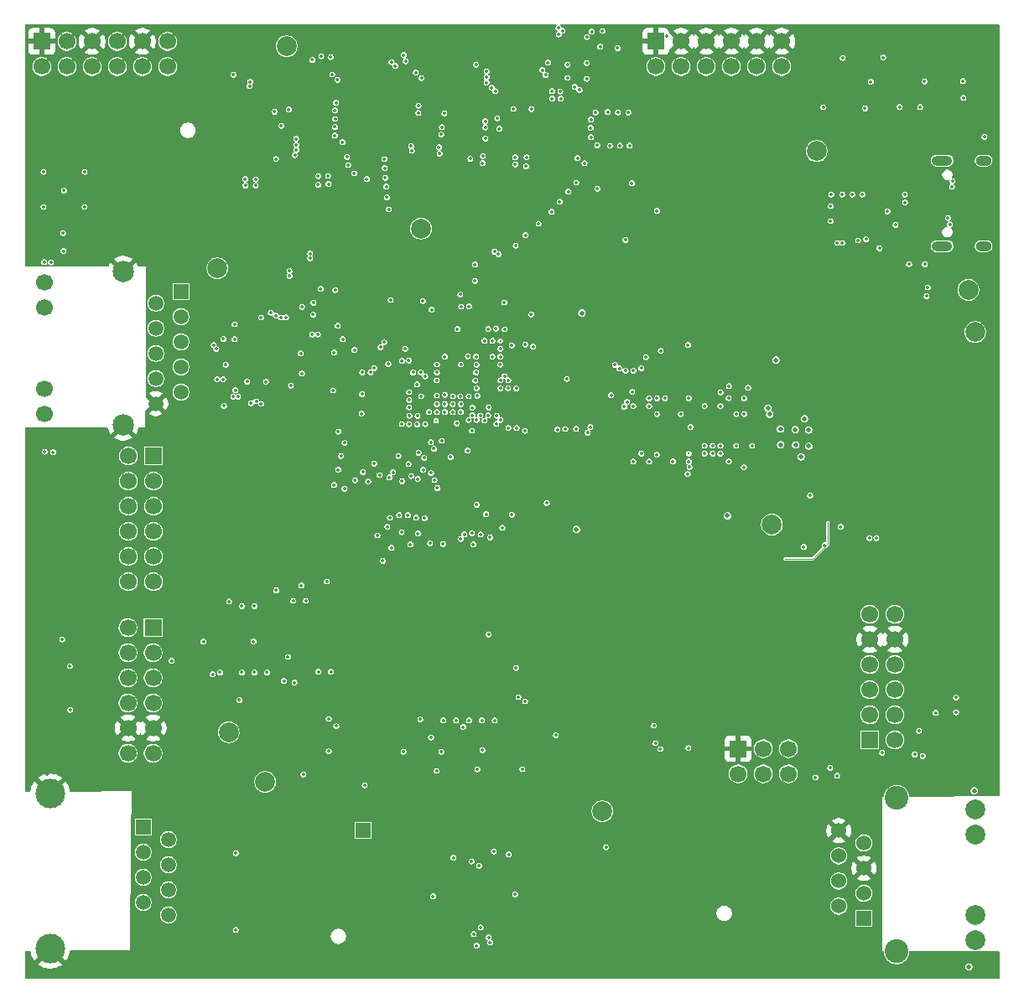
<source format=gbr>
G04 #@! TF.GenerationSoftware,KiCad,Pcbnew,9.0.3-9.0.3-0~ubuntu24.04.1*
G04 #@! TF.CreationDate,2025-07-29T11:11:20+02:00*
G04 #@! TF.ProjectId,acoustic-carrier-board,61636f75-7374-4696-932d-636172726965,rev?*
G04 #@! TF.SameCoordinates,Original*
G04 #@! TF.FileFunction,Copper,L3,Inr*
G04 #@! TF.FilePolarity,Positive*
%FSLAX46Y46*%
G04 Gerber Fmt 4.6, Leading zero omitted, Abs format (unit mm)*
G04 Created by KiCad (PCBNEW 9.0.3-9.0.3-0~ubuntu24.04.1) date 2025-07-29 11:11:20*
%MOMM*%
%LPD*%
G01*
G04 APERTURE LIST*
G04 #@! TA.AperFunction,ComponentPad*
%ADD10C,2.000000*%
G04 #@! TD*
G04 #@! TA.AperFunction,ComponentPad*
%ADD11R,1.500000X1.500000*%
G04 #@! TD*
G04 #@! TA.AperFunction,ComponentPad*
%ADD12C,1.500000*%
G04 #@! TD*
G04 #@! TA.AperFunction,ComponentPad*
%ADD13C,3.000000*%
G04 #@! TD*
G04 #@! TA.AperFunction,ComponentPad*
%ADD14R,1.700000X1.700000*%
G04 #@! TD*
G04 #@! TA.AperFunction,ComponentPad*
%ADD15C,1.700000*%
G04 #@! TD*
G04 #@! TA.AperFunction,ComponentPad*
%ADD16R,1.524000X1.524000*%
G04 #@! TD*
G04 #@! TA.AperFunction,ComponentPad*
%ADD17C,1.524000*%
G04 #@! TD*
G04 #@! TA.AperFunction,ComponentPad*
%ADD18C,1.999996*%
G04 #@! TD*
G04 #@! TA.AperFunction,ComponentPad*
%ADD19C,2.400046*%
G04 #@! TD*
G04 #@! TA.AperFunction,ComponentPad*
%ADD20R,1.520000X1.520000*%
G04 #@! TD*
G04 #@! TA.AperFunction,ComponentPad*
%ADD21C,1.520000*%
G04 #@! TD*
G04 #@! TA.AperFunction,ComponentPad*
%ADD22C,2.160000*%
G04 #@! TD*
G04 #@! TA.AperFunction,HeatsinkPad*
%ADD23O,1.600000X1.000000*%
G04 #@! TD*
G04 #@! TA.AperFunction,HeatsinkPad*
%ADD24O,2.100000X1.000000*%
G04 #@! TD*
G04 #@! TA.AperFunction,ViaPad*
%ADD25C,0.350000*%
G04 #@! TD*
G04 #@! TA.AperFunction,ViaPad*
%ADD26C,0.250000*%
G04 #@! TD*
G04 #@! TA.AperFunction,ViaPad*
%ADD27C,0.500000*%
G04 #@! TD*
G04 #@! TA.AperFunction,Conductor*
%ADD28C,0.100000*%
G04 #@! TD*
G04 APERTURE END LIST*
D10*
X64740000Y-76940000D03*
D11*
X57250000Y-133380000D03*
D12*
X59790000Y-134650000D03*
X57250000Y-135920000D03*
X59790000Y-137190000D03*
X57250000Y-138460000D03*
X59790000Y-139730000D03*
X57250000Y-141000000D03*
X59790000Y-142270000D03*
D13*
X47850000Y-129975000D03*
X47850000Y-145675000D03*
D14*
X58250000Y-113220000D03*
D15*
X58250000Y-115760000D03*
X58250000Y-118300000D03*
X58250000Y-120840000D03*
X58250000Y-123380000D03*
X58250000Y-125920000D03*
X55710000Y-113220000D03*
X55710000Y-115760000D03*
X55710000Y-118300000D03*
X55710000Y-120840000D03*
X55710000Y-123380000D03*
X55710000Y-125920000D03*
D14*
X58295000Y-95895000D03*
D15*
X58295000Y-98435000D03*
X58295000Y-100975000D03*
X58295000Y-103515000D03*
X58295000Y-106055000D03*
X58295000Y-108595000D03*
X55755000Y-95895000D03*
X55755000Y-98435000D03*
X55755000Y-100975000D03*
X55755000Y-103515000D03*
X55755000Y-106055000D03*
X55755000Y-108595000D03*
D10*
X125230000Y-65090000D03*
D11*
X79430000Y-133730000D03*
D14*
X47000000Y-54000000D03*
D15*
X47000000Y-56540000D03*
X49540000Y-54000000D03*
X49540000Y-56540000D03*
X52080000Y-54000000D03*
X52080000Y-56540000D03*
X54620000Y-54000000D03*
X54620000Y-56540000D03*
X57160000Y-54000000D03*
X57160000Y-56540000D03*
X59700000Y-54000000D03*
X59700000Y-56540000D03*
D16*
X130005000Y-142630000D03*
D17*
X127465000Y-141370160D03*
X130005000Y-140090000D03*
X127465000Y-138830160D03*
X130005000Y-137550000D03*
X127465000Y-136290160D03*
X130005000Y-135010000D03*
X127465000Y-133750160D03*
D18*
X141254914Y-144815162D03*
X141254914Y-142275162D03*
X141254914Y-134104998D03*
X141254914Y-131564998D03*
D19*
X133304968Y-145940128D03*
X133304968Y-130440032D03*
D14*
X109000000Y-54000000D03*
D15*
X109000000Y-56540000D03*
X111540000Y-54000000D03*
X111540000Y-56540000D03*
X114080000Y-54000000D03*
X114080000Y-56540000D03*
X116620000Y-54000000D03*
X116620000Y-56540000D03*
X119160000Y-54000000D03*
X119160000Y-56540000D03*
X121700000Y-54000000D03*
X121700000Y-56540000D03*
D10*
X140540000Y-79100000D03*
X71720000Y-54490000D03*
X85290000Y-72900000D03*
D14*
X130605000Y-124575000D03*
D15*
X130605000Y-122035000D03*
X130605000Y-119495000D03*
X130605000Y-116955000D03*
X130605000Y-114415000D03*
X130605000Y-111875000D03*
X133145000Y-124575000D03*
X133145000Y-122035000D03*
X133145000Y-119495000D03*
X133145000Y-116955000D03*
X133145000Y-114415000D03*
X133145000Y-111875000D03*
D10*
X65870000Y-123800000D03*
X69570000Y-128830000D03*
D20*
X61050000Y-79270000D03*
D21*
X58510000Y-80440000D03*
X61050000Y-81810000D03*
X58510000Y-82980000D03*
X61050000Y-84350000D03*
X58510000Y-85520000D03*
X61050000Y-86890000D03*
X58510000Y-88060000D03*
X61050000Y-89430000D03*
X58510000Y-90600000D03*
D15*
X47270000Y-78360000D03*
X47270000Y-80900000D03*
X47270000Y-89080000D03*
X47270000Y-91620000D03*
D22*
X55220000Y-92730000D03*
X55220000Y-77250000D03*
D10*
X103600000Y-131800000D03*
D14*
X117310000Y-125470000D03*
D15*
X117310000Y-128010000D03*
X119850000Y-125470000D03*
X119850000Y-128010000D03*
X122390000Y-125470000D03*
X122390000Y-128010000D03*
D10*
X141230000Y-83380000D03*
X120722250Y-102810000D03*
D23*
X142080000Y-66050000D03*
D24*
X137900000Y-66050000D03*
D23*
X142080000Y-74690000D03*
D24*
X137900000Y-74690000D03*
D25*
X71260000Y-84260000D03*
X75550000Y-117170000D03*
X87360000Y-136310000D03*
X92320000Y-102010000D03*
D26*
X94900000Y-87450000D03*
D25*
X121080000Y-138630000D03*
X49420000Y-70480000D03*
X137445000Y-64990000D03*
X90140000Y-56380000D03*
X81780000Y-133230000D03*
X136570000Y-77810000D03*
D27*
X105100000Y-125000000D03*
X90200000Y-119400000D03*
D25*
X104090000Y-134390000D03*
X119930000Y-53490000D03*
X99710000Y-138750000D03*
X69600000Y-119080000D03*
D26*
X92940000Y-87850000D03*
D25*
X67750000Y-126170000D03*
X117440000Y-94440000D03*
X90500000Y-142800000D03*
X47250000Y-75180000D03*
X68770000Y-111710000D03*
D26*
X105730000Y-87700000D03*
D27*
X66500000Y-65200000D03*
D25*
X48960000Y-76330000D03*
X89260000Y-55350000D03*
D27*
X54900000Y-128000000D03*
X74265000Y-121575000D03*
D25*
X82810000Y-97960000D03*
X87320000Y-90300000D03*
X73710000Y-81200000D03*
X91820000Y-103700000D03*
X73730000Y-57730000D03*
X81740000Y-128450000D03*
D27*
X100400000Y-120300000D03*
X113320000Y-64960000D03*
D25*
X81130000Y-97090000D03*
X93480000Y-76040000D03*
X94900000Y-93850000D03*
D27*
X75850000Y-120550000D03*
D25*
X92070000Y-87050000D03*
D26*
X100560000Y-87970000D03*
D25*
X90960000Y-118400000D03*
X68100000Y-86280000D03*
X71430000Y-117860000D03*
D27*
X64600000Y-56500000D03*
D26*
X115330000Y-86070000D03*
D25*
X107520000Y-90050000D03*
D27*
X109100000Y-128900000D03*
D25*
X98250000Y-64350000D03*
X81900000Y-101660000D03*
X67730000Y-130440000D03*
X94100000Y-91450000D03*
X72200000Y-76620000D03*
X90510000Y-81420000D03*
X85490000Y-103860000D03*
D27*
X121600000Y-96305000D03*
D25*
X109120000Y-90850000D03*
D27*
X76100000Y-64900000D03*
D25*
X82900000Y-93850000D03*
X81300000Y-104340000D03*
X65310000Y-116282500D03*
X128290000Y-70670000D03*
X76925000Y-125712500D03*
D27*
X122960000Y-91160000D03*
X64000000Y-62100000D03*
D25*
X114850000Y-53400000D03*
X91740000Y-94210000D03*
X92790000Y-114010000D03*
X69042500Y-82905000D03*
X91390000Y-101240000D03*
X128485000Y-59725000D03*
X86380000Y-77400000D03*
X68370000Y-83040000D03*
X98200000Y-101070000D03*
X91130000Y-134930000D03*
X91320000Y-90260000D03*
X86570649Y-104400873D03*
X121080000Y-141640000D03*
D27*
X135100000Y-128800000D03*
D25*
X85665000Y-120430000D03*
X66130000Y-55600000D03*
D27*
X95400000Y-119370000D03*
D25*
X88500000Y-86650000D03*
X132850000Y-65120000D03*
X84950000Y-101650000D03*
X67770000Y-126960000D03*
X129652501Y-59657499D03*
X111520000Y-90050000D03*
X129590000Y-78030000D03*
X107520000Y-94850000D03*
X82400000Y-95980000D03*
X90150000Y-135830000D03*
X87655000Y-79800000D03*
X92780000Y-146010000D03*
X135140001Y-59389999D03*
X126270000Y-119610000D03*
X94630000Y-124090000D03*
X72140000Y-85550000D03*
X127562250Y-105070000D03*
X115520000Y-90050000D03*
X100340000Y-129240000D03*
X70020000Y-111970000D03*
X87000000Y-94730000D03*
X130430000Y-79990000D03*
X134204613Y-68999358D03*
X76470000Y-108580000D03*
X69190000Y-87200000D03*
X70980000Y-81150000D03*
D26*
X106310000Y-87010000D03*
D27*
X64600000Y-53300000D03*
D25*
X83700000Y-91450000D03*
X85160000Y-116880000D03*
D27*
X87800000Y-119400000D03*
D25*
X117910000Y-88640000D03*
X90913599Y-103371551D03*
X67550000Y-85310000D03*
X70550000Y-58080000D03*
D27*
X121000000Y-130700000D03*
D25*
X89130000Y-144610000D03*
X93710000Y-84690000D03*
X75675000Y-77315000D03*
X106470000Y-73650000D03*
X101540000Y-93240000D03*
X80800000Y-87470000D03*
X67740000Y-131160000D03*
X67570000Y-55560000D03*
X80480000Y-98430000D03*
X66680000Y-119090000D03*
X76643268Y-93790914D03*
X92910000Y-83840000D03*
X105230000Y-56182500D03*
X79804275Y-89750384D03*
X125022250Y-103410000D03*
X128010000Y-73348000D03*
D27*
X64700000Y-57900000D03*
D25*
X81900000Y-63320000D03*
D27*
X139400000Y-128800000D03*
D25*
X89300000Y-89050000D03*
X127685000Y-72385000D03*
X65800000Y-79300000D03*
X125470000Y-70630000D03*
D26*
X92160000Y-92660000D03*
X115040000Y-85700000D03*
D25*
X93790000Y-58600000D03*
X104390000Y-56800000D03*
X116850000Y-88760000D03*
X109920000Y-90850000D03*
X110720000Y-90050000D03*
X86910000Y-122900000D03*
X68477311Y-115104928D03*
D27*
X90800000Y-66800000D03*
D25*
X134245000Y-59725000D03*
X119120000Y-95220000D03*
D27*
X77400000Y-120400000D03*
D25*
X90100000Y-89050000D03*
D27*
X124400000Y-129900000D03*
D25*
X132690000Y-126030000D03*
X77170000Y-110010000D03*
X82900000Y-81850000D03*
X121010000Y-134260000D03*
X137950000Y-56540000D03*
X76520000Y-97800000D03*
D27*
X111300000Y-130700000D03*
D25*
X69905000Y-85335000D03*
X118340000Y-91270000D03*
X86900000Y-89050000D03*
X130952250Y-100120000D03*
D27*
X109530000Y-60990000D03*
D25*
X98530000Y-93210000D03*
X89310000Y-88250000D03*
X86860000Y-97560000D03*
X80970000Y-56070000D03*
X114290000Y-95240000D03*
X97650000Y-142820000D03*
X84490000Y-96140000D03*
X71910000Y-79030000D03*
X117120000Y-96450000D03*
X66580000Y-79090000D03*
X48680000Y-70480000D03*
X105190000Y-57660000D03*
X85500000Y-97850000D03*
X134357435Y-70698915D03*
D27*
X96200000Y-55500000D03*
X83200000Y-65400000D03*
D25*
X81730000Y-57260000D03*
D27*
X107000000Y-126900000D03*
D25*
X81320000Y-105900000D03*
X87200000Y-98330000D03*
X91220000Y-128350000D03*
X82570000Y-143250000D03*
X113120000Y-95650000D03*
X93790000Y-103630000D03*
D27*
X127920000Y-128900000D03*
D26*
X107770000Y-86460000D03*
D25*
X76820000Y-96410000D03*
X69110000Y-117590000D03*
X95290000Y-84620000D03*
X92950000Y-89430000D03*
X88500000Y-88250000D03*
X117460000Y-53480000D03*
X69090000Y-116940000D03*
X129610000Y-71500000D03*
D27*
X96500000Y-53600000D03*
D25*
X73090000Y-135180000D03*
D27*
X137500000Y-128800000D03*
D25*
X123990000Y-116000000D03*
X113140000Y-97040000D03*
X113030000Y-84110000D03*
D27*
X98000000Y-119400000D03*
D25*
X75975000Y-127417500D03*
X102860000Y-92980000D03*
X105930000Y-68240000D03*
X130510000Y-71460000D03*
X83700000Y-84250000D03*
D27*
X109020000Y-65510000D03*
X105520000Y-65680000D03*
X97900000Y-66400000D03*
D25*
X92900000Y-91120000D03*
X67730000Y-87730000D03*
D27*
X78200000Y-64800000D03*
D25*
X89800000Y-94620000D03*
X92735000Y-115410000D03*
X109920000Y-96450000D03*
X84080000Y-104300000D03*
D27*
X72600000Y-121500000D03*
D25*
X78970000Y-92030000D03*
X87600000Y-105280000D03*
X68120000Y-84170000D03*
D27*
X113990000Y-63490000D03*
D25*
X82900000Y-87450000D03*
X94060000Y-123200000D03*
X81650000Y-97740000D03*
D27*
X47500000Y-128000000D03*
D25*
X82670000Y-57730000D03*
X86445000Y-75475000D03*
D26*
X110140000Y-85150000D03*
D25*
X121030000Y-137240000D03*
X113120000Y-90850000D03*
X84760000Y-58240000D03*
X129410000Y-73468000D03*
D27*
X122970000Y-91920000D03*
D26*
X86410000Y-92670000D03*
D25*
X72040000Y-87080000D03*
D27*
X68400000Y-65500000D03*
X95000000Y-67200000D03*
D25*
X137600000Y-62890000D03*
X94060857Y-102067512D03*
X88120000Y-90310000D03*
X72460000Y-82650000D03*
D27*
X103300000Y-123100000D03*
X111890000Y-60890000D03*
D25*
X66500000Y-80485000D03*
D27*
X143300000Y-128800000D03*
D25*
X132090000Y-79410000D03*
D27*
X85800000Y-65900000D03*
D25*
X110440000Y-124880000D03*
X99490000Y-141850000D03*
D27*
X79600000Y-119430503D03*
D26*
X85722164Y-91060000D03*
D25*
X88010000Y-127790000D03*
X97850000Y-58040000D03*
X127060000Y-114000000D03*
X82070000Y-104660000D03*
X79340000Y-88390000D03*
X135230000Y-126910000D03*
D27*
X63500000Y-126800000D03*
X93000000Y-119420117D03*
D25*
X81880000Y-63840000D03*
D27*
X64600000Y-59500000D03*
D25*
X72190000Y-111820000D03*
X47280000Y-73410000D03*
X81400000Y-102910000D03*
D27*
X70200000Y-121600000D03*
D25*
X106720000Y-90050000D03*
D27*
X85300000Y-119400000D03*
D25*
X116740000Y-91220000D03*
X130210000Y-73348000D03*
X63183460Y-115081833D03*
D26*
X91250000Y-91030000D03*
D27*
X60920000Y-127940000D03*
D25*
X129560000Y-77460000D03*
X72910000Y-145540000D03*
X98110000Y-137490000D03*
X66280000Y-58345000D03*
X134420000Y-74700000D03*
X71365000Y-116977500D03*
X96285000Y-125425000D03*
X88500000Y-89050000D03*
X84210000Y-98500000D03*
D27*
X141900000Y-128800000D03*
D25*
X49370000Y-94325000D03*
D27*
X64600000Y-55200000D03*
D25*
X110090000Y-53450000D03*
X139265000Y-63680000D03*
X109920000Y-95650000D03*
X67450000Y-134770000D03*
X67420000Y-111710000D03*
X88500000Y-85850000D03*
X72040000Y-84590000D03*
X138517500Y-58012500D03*
X106174950Y-89800000D03*
X68110000Y-77920000D03*
X115520000Y-96450000D03*
X49330000Y-67720000D03*
X72130000Y-86160000D03*
X84700000Y-97620000D03*
D27*
X74300000Y-65100000D03*
D25*
X65040000Y-86360000D03*
D27*
X63600000Y-124100000D03*
D25*
X88240000Y-76560000D03*
X101170000Y-58220000D03*
X100470000Y-53640000D03*
X67150000Y-135450000D03*
X95730000Y-128350000D03*
X98210000Y-62630000D03*
X71740000Y-81150000D03*
X84860000Y-86250000D03*
X135320000Y-74700000D03*
X71600000Y-87230000D03*
X83970000Y-97260000D03*
X128562000Y-71508000D03*
X109090000Y-96390000D03*
D27*
X58200000Y-128000000D03*
X101800000Y-121600000D03*
D25*
X83940000Y-102460000D03*
D27*
X98000000Y-53200000D03*
D25*
X111520000Y-90850000D03*
X92450000Y-123875000D03*
X85010000Y-125140000D03*
D27*
X131750000Y-128770000D03*
D25*
X99090000Y-127950000D03*
D26*
X86100000Y-93850000D03*
D25*
X86250000Y-102170000D03*
D27*
X117500000Y-130700000D03*
D25*
X112379099Y-98143884D03*
X92100000Y-86330000D03*
X86570000Y-95620000D03*
X111520000Y-96450000D03*
X81870000Y-64360000D03*
X63980000Y-84310000D03*
D27*
X80800000Y-64800000D03*
D25*
X93640000Y-83840000D03*
X74250000Y-111730000D03*
X88500000Y-87450000D03*
X125510000Y-72250000D03*
X88280000Y-95490000D03*
X77980000Y-94290000D03*
X78090000Y-57890000D03*
X79740000Y-97960000D03*
X85840000Y-95150000D03*
X65050000Y-109990000D03*
X73400000Y-108100000D03*
X88910000Y-90320000D03*
D26*
X114770000Y-86060000D03*
D27*
X50700000Y-128000000D03*
D25*
X84850000Y-91080000D03*
X69140000Y-58470000D03*
X72110000Y-80400000D03*
X66990000Y-145850000D03*
D27*
X97600000Y-59100000D03*
D25*
X76410000Y-99430000D03*
D27*
X67200000Y-121700000D03*
D25*
X82920000Y-102320000D03*
X90100000Y-87450000D03*
X92860000Y-143500000D03*
X88890000Y-83830000D03*
D26*
X85620000Y-91820000D03*
D25*
X100175000Y-132195000D03*
X94100000Y-84250000D03*
D27*
X64600000Y-122000000D03*
D25*
X100430000Y-93180000D03*
X78050000Y-98760000D03*
X95490000Y-81510000D03*
X91640000Y-117310000D03*
D27*
X122930000Y-96290000D03*
X88400000Y-66400000D03*
D25*
X103430000Y-68310000D03*
X75560000Y-117670000D03*
X78540000Y-80180000D03*
X92160000Y-87850000D03*
D27*
X82500000Y-119400000D03*
D25*
X79600000Y-130080000D03*
X90120000Y-103280000D03*
X89270000Y-103460000D03*
D27*
X121670000Y-97570000D03*
D25*
X73880000Y-58340000D03*
D27*
X99580000Y-65890000D03*
D25*
X105020000Y-89680000D03*
X108790000Y-71640000D03*
X127530000Y-71480000D03*
X109300000Y-122700000D03*
X118720000Y-96450000D03*
X118720000Y-90050000D03*
X91810000Y-59050000D03*
X92070000Y-83820000D03*
X107520000Y-96450000D03*
X94852500Y-125477500D03*
X128650000Y-80040000D03*
D27*
X74300000Y-66900000D03*
D25*
X136350000Y-65950000D03*
X83354327Y-103105621D03*
D27*
X114300000Y-130700000D03*
D25*
X123332250Y-104080000D03*
D26*
X104410000Y-87440000D03*
D27*
X96600000Y-57200000D03*
D25*
X94800000Y-126400000D03*
D27*
X111320000Y-65290000D03*
X64600000Y-64400000D03*
D25*
X69320000Y-83840000D03*
X117120000Y-90050000D03*
X68010000Y-91520000D03*
X82000000Y-138340000D03*
X66195000Y-116425000D03*
X101220000Y-55670000D03*
X92400000Y-134170000D03*
X93820000Y-114000000D03*
D27*
X69900000Y-67000000D03*
X113820000Y-61270000D03*
D25*
X91090000Y-104800000D03*
X97870000Y-57390000D03*
X66810000Y-89900000D03*
X66550000Y-89252500D03*
X66467500Y-82585000D03*
X66330000Y-89890000D03*
X74880000Y-83600000D03*
X88520000Y-89850000D03*
X74430000Y-80400000D03*
X72520000Y-118790000D03*
X86367500Y-81112500D03*
X98480000Y-71220000D03*
X100150000Y-69180000D03*
X76520000Y-85440000D03*
X90100000Y-89850000D03*
X86890000Y-89765000D03*
X85482500Y-80227500D03*
X90860000Y-85850000D03*
X68600000Y-68570000D03*
X71450000Y-118630000D03*
X82232500Y-80112500D03*
X77820000Y-65680000D03*
X71870000Y-116180000D03*
X47250000Y-76300000D03*
X89260000Y-89850000D03*
X94850000Y-74630000D03*
X81780000Y-68680000D03*
X49070000Y-114420000D03*
X86900000Y-87450000D03*
X74910000Y-67610000D03*
X81630000Y-66800000D03*
X77940000Y-66480000D03*
X84070000Y-92670000D03*
X82040000Y-70970000D03*
X97150000Y-72410000D03*
X48150000Y-95500000D03*
X47310000Y-95450000D03*
X86900000Y-86640000D03*
X86870000Y-88250000D03*
X75960000Y-68410000D03*
X127320900Y-74359100D03*
X132380000Y-71180000D03*
X81860000Y-69750000D03*
X94890000Y-117310000D03*
X76410000Y-89260000D03*
X65010000Y-117757500D03*
X74310000Y-83610000D03*
X49850000Y-117120000D03*
X100960000Y-68260000D03*
X130210000Y-73988000D03*
X78550000Y-67330000D03*
X75900000Y-67590000D03*
X49875000Y-121545000D03*
X126710000Y-69456900D03*
X95838534Y-73572844D03*
X49240000Y-69070000D03*
X64260000Y-117940000D03*
X90020000Y-85810000D03*
X99300000Y-70180000D03*
X79820000Y-67910000D03*
X47930000Y-76320000D03*
X92110000Y-113920000D03*
X67540000Y-67910000D03*
X81600000Y-65890000D03*
X65390000Y-90827500D03*
X76630000Y-79120000D03*
X71155000Y-81897500D03*
X74910000Y-68480000D03*
X75160000Y-78990000D03*
X139310000Y-121780000D03*
X89320000Y-86640000D03*
X123934750Y-105067500D03*
X87700000Y-85850000D03*
X68610000Y-67930000D03*
X68655000Y-90360000D03*
X139310000Y-120300000D03*
X81680000Y-67770000D03*
X67560000Y-68560000D03*
X130108750Y-60763750D03*
X103090000Y-64490000D03*
X102450000Y-63680000D03*
X67985000Y-58515000D03*
X76855323Y-57874677D03*
X105370000Y-64530000D03*
X102410000Y-62730000D03*
X82695000Y-56475000D03*
X99180000Y-53300000D03*
X99160000Y-52630000D03*
X83730000Y-56000000D03*
X105170000Y-61160000D03*
X99350000Y-59050000D03*
X74320000Y-55870000D03*
X76320323Y-57339677D03*
X85333750Y-57706250D03*
X102920000Y-61170000D03*
X91911249Y-57020000D03*
X75220000Y-55500000D03*
X104380000Y-64540000D03*
X106240000Y-61180000D03*
X84768750Y-57141250D03*
X82300000Y-56080000D03*
X98520000Y-59020000D03*
X91911249Y-57590000D03*
X92791249Y-59038751D03*
X91911249Y-58158751D03*
X99400000Y-59790000D03*
X106350000Y-64530000D03*
X68040000Y-58080000D03*
X76180000Y-55570000D03*
X98540000Y-59790000D03*
X104130000Y-61130000D03*
X99560000Y-52920000D03*
X102450000Y-61890000D03*
X83550000Y-55380000D03*
X92441249Y-58688751D03*
X134570000Y-76500000D03*
X136130000Y-58040000D03*
X100075001Y-57695000D03*
X136150000Y-76510000D03*
X140055000Y-59700000D03*
X138930000Y-68130000D03*
X136330000Y-79730000D03*
X101290000Y-58900000D03*
X138500000Y-71840000D03*
X130690000Y-58080000D03*
X138680000Y-72480000D03*
X138900000Y-68690000D03*
X100810000Y-58580000D03*
X136450000Y-78850000D03*
X64720000Y-88130000D03*
X70650000Y-65870000D03*
X72690000Y-63840000D03*
X71655000Y-81897500D03*
X72550000Y-65490000D03*
X72010000Y-77700000D03*
X72155000Y-88772500D03*
X72710000Y-64960000D03*
X73142500Y-85510000D03*
X67730000Y-88370000D03*
X72010000Y-77200000D03*
X69642500Y-88385000D03*
X73270000Y-87550000D03*
X65310000Y-88130000D03*
X72700000Y-64440000D03*
X87400000Y-62660000D03*
X87330000Y-63400000D03*
X85020000Y-61230000D03*
X87655000Y-61265000D03*
X85040000Y-60490000D03*
X135680000Y-60630000D03*
X77360000Y-64180000D03*
X76710000Y-60200000D03*
X76600000Y-62640000D03*
X76620000Y-61840000D03*
X76610000Y-60960000D03*
X76590000Y-63510000D03*
X91790000Y-63820000D03*
X96430000Y-60840000D03*
X92980000Y-61760000D03*
X94630000Y-60815000D03*
X91770000Y-62070000D03*
X91770000Y-62690000D03*
X93205000Y-62815000D03*
X69155000Y-81897500D03*
X88835000Y-122610000D03*
X90135000Y-122610000D03*
X92735000Y-122610000D03*
X83540000Y-125760000D03*
X92640000Y-135835000D03*
X94147054Y-136152115D03*
X95120000Y-120250000D03*
X95800000Y-120670000D03*
D27*
X141151000Y-129700000D03*
X140600000Y-147500000D03*
D25*
X73420000Y-128060000D03*
X90400000Y-136850000D03*
X90900000Y-145370000D03*
X75975000Y-122450000D03*
X76740000Y-123180000D03*
X91435000Y-122610000D03*
X91491050Y-125600000D03*
X65580000Y-86660000D03*
X65342500Y-84060000D03*
X66467500Y-84085000D03*
X125892500Y-60650000D03*
X70130000Y-81410000D03*
X133600000Y-60612500D03*
X129410000Y-74108000D03*
X127828900Y-69456900D03*
X127828900Y-74359100D03*
X95525000Y-127535000D03*
X79610000Y-129160000D03*
X103970000Y-135430000D03*
X66590000Y-136020000D03*
X66590000Y-143780000D03*
X91150000Y-137290000D03*
X86860000Y-127710000D03*
X70505000Y-61095000D03*
X71190000Y-62530000D03*
X71955000Y-60890000D03*
X102530000Y-53010000D03*
X103380000Y-54520000D03*
X103610000Y-52940000D03*
X105140000Y-54670000D03*
X102040000Y-53540000D03*
X127855000Y-55660000D03*
X131955000Y-55625000D03*
X108000000Y-85900000D03*
X93300000Y-85850000D03*
X78640000Y-98340000D03*
X80890000Y-103910000D03*
X88890000Y-92600000D03*
X89300000Y-104270000D03*
X97990000Y-100640000D03*
X118720000Y-94850000D03*
X117120000Y-94850000D03*
X90900000Y-92250000D03*
X90430000Y-103700000D03*
X90910000Y-100810000D03*
X106620000Y-89410000D03*
X105950000Y-87280000D03*
X70680000Y-109450000D03*
X72380000Y-110512500D03*
X86650000Y-98320000D03*
X88500000Y-91450000D03*
X102110000Y-93530000D03*
X93300000Y-88250000D03*
X73280000Y-80810000D03*
X89670000Y-103810000D03*
X125125000Y-128375000D03*
X89320000Y-90650000D03*
X104859847Y-86680176D03*
X105799078Y-90908290D03*
X94081628Y-89030000D03*
X99850000Y-93150000D03*
X92265000Y-104105000D03*
X90430000Y-93330000D03*
X114720000Y-95650000D03*
X91690000Y-92320000D03*
X93500000Y-103130000D03*
X90100000Y-92250000D03*
X137250000Y-121850000D03*
X126600000Y-127400000D03*
X135130000Y-126040000D03*
X92110000Y-90990000D03*
X112500000Y-92959768D03*
X117120000Y-91650000D03*
X95820000Y-84630000D03*
X99070000Y-93220000D03*
X93300000Y-89050000D03*
X94900000Y-89050000D03*
X100950000Y-93140000D03*
X92940000Y-91810000D03*
X115520000Y-94850000D03*
X94100000Y-88250000D03*
X102380000Y-92960000D03*
X118310000Y-88990000D03*
X93730000Y-83090000D03*
X76190000Y-117687500D03*
X66953750Y-120553750D03*
X69750000Y-117757500D03*
X60110000Y-116600000D03*
X96600000Y-84830000D03*
X116375000Y-88825000D03*
X93300000Y-85050000D03*
X112250000Y-84680000D03*
X90480000Y-91780000D03*
X94460000Y-101810000D03*
X73650000Y-110512500D03*
X67210000Y-111050000D03*
X93720000Y-87820000D03*
X109120000Y-91650000D03*
X112210000Y-97700000D03*
X92070000Y-91790000D03*
X70640000Y-81700000D03*
X81990000Y-86580000D03*
X90000000Y-95340000D03*
X90470000Y-91020000D03*
X89300000Y-91450000D03*
X74920000Y-117687500D03*
X68480000Y-117757500D03*
X88280000Y-96000000D03*
X93290000Y-86650000D03*
D27*
X116230000Y-101920000D03*
D25*
X124572250Y-99880000D03*
X112320000Y-96450000D03*
X115520000Y-90850000D03*
X94940000Y-93060000D03*
D27*
X121130000Y-86190000D03*
X100970000Y-103310000D03*
X101540000Y-81450000D03*
D25*
X115520000Y-95650000D03*
X91260000Y-91800000D03*
X91860000Y-101760000D03*
X91310000Y-103810000D03*
X83330000Y-103580000D03*
X84900000Y-92690000D03*
X82090000Y-98050000D03*
X83010000Y-95880000D03*
X94460000Y-84710000D03*
X117920000Y-91650000D03*
X106720000Y-87280000D03*
X108320000Y-90850000D03*
X113920000Y-94850000D03*
X94100000Y-93050000D03*
X90140000Y-80770000D03*
X93110000Y-75490000D03*
X101800000Y-66300000D03*
D26*
X93300000Y-84250000D03*
D25*
X93300000Y-92250000D03*
X114720000Y-94850000D03*
X112390000Y-97010000D03*
X92900000Y-92640000D03*
X105326005Y-87044044D03*
X106094582Y-90419813D03*
X87380000Y-94350600D03*
X67210000Y-117757500D03*
X87700000Y-91450000D03*
X87700000Y-90650000D03*
X73210000Y-108980000D03*
X86310000Y-97610000D03*
X68480000Y-111050000D03*
X100010000Y-88090000D03*
X104470000Y-89740000D03*
X92500000Y-85850000D03*
X107540000Y-87020000D03*
X89350000Y-80790000D03*
X92707199Y-75238249D03*
X101090000Y-65800000D03*
X65907500Y-110582500D03*
X88500000Y-90650000D03*
X75790000Y-108570000D03*
X86930000Y-99120000D03*
X109500000Y-85250000D03*
X115540000Y-89450000D03*
X68380000Y-114640000D03*
X63330000Y-114630000D03*
X94785000Y-140180000D03*
X64370000Y-84672550D03*
X64630000Y-85080000D03*
X86505000Y-140370000D03*
X85210000Y-122500000D03*
X87340000Y-125760000D03*
X90980000Y-127540000D03*
X98910000Y-124100000D03*
X89550000Y-123270000D03*
X86310000Y-124320000D03*
X90250000Y-65850000D03*
X95950000Y-65700000D03*
X94800000Y-65710000D03*
D27*
X124010000Y-92110000D03*
D25*
X94810000Y-66420000D03*
X90890000Y-89050000D03*
D27*
X124420000Y-93260000D03*
D25*
X90770000Y-88260000D03*
D27*
X123127500Y-94770000D03*
D25*
X90980000Y-89800000D03*
X96420000Y-81570000D03*
X95780000Y-93340000D03*
D27*
X123057500Y-93220000D03*
D25*
X131252250Y-104180000D03*
D27*
X123650000Y-95970000D03*
D25*
X90860000Y-87450000D03*
D27*
X124440000Y-94890000D03*
D25*
X95900000Y-66620000D03*
X91540000Y-65580000D03*
X130562250Y-104180000D03*
X91500000Y-66300000D03*
X100075001Y-56345000D03*
X102015002Y-56179999D03*
X68125000Y-90555000D03*
X102015002Y-57779999D03*
X98115000Y-56125000D03*
X97550000Y-56890000D03*
X127652250Y-103050000D03*
X126047250Y-104905000D03*
X133205000Y-72530000D03*
X131570000Y-74900000D03*
X69155000Y-90620000D03*
X88572500Y-136485000D03*
X87535000Y-122610000D03*
X75975000Y-125712500D03*
X92261856Y-145053711D03*
X91310000Y-143520000D03*
X92110000Y-144520000D03*
X90610000Y-144200000D03*
X134150000Y-70271600D03*
X140000000Y-58012500D03*
X82460000Y-97530000D03*
X83086645Y-101860000D03*
X77390000Y-84085000D03*
X79290000Y-91610000D03*
X84080000Y-89430000D03*
X81570000Y-84400000D03*
X84060000Y-86250000D03*
X74400000Y-81600000D03*
X86210000Y-104710000D03*
X84960000Y-98210000D03*
X86290000Y-94500000D03*
D26*
X86820000Y-92340000D03*
D25*
X81430000Y-106480000D03*
X79430000Y-97510000D03*
X84990000Y-103710000D03*
X84030000Y-96700000D03*
X76885000Y-82730000D03*
X79960000Y-98460000D03*
X81890000Y-103040000D03*
X85300000Y-89850000D03*
X77580000Y-94560000D03*
X85615000Y-96085000D03*
X84796994Y-102115497D03*
X86900000Y-91450000D03*
X84310000Y-97910000D03*
X76940000Y-93420000D03*
X84100000Y-90240000D03*
X93690000Y-80370000D03*
X92070000Y-83060000D03*
X91700000Y-84250000D03*
X129860900Y-69456900D03*
X78570000Y-85170000D03*
X82310000Y-105170000D03*
X80570000Y-96660000D03*
X86100000Y-91450000D03*
X84210000Y-104830000D03*
X77560000Y-99200000D03*
X83350000Y-92650000D03*
X128844900Y-69456900D03*
X92860000Y-83010000D03*
X81120000Y-97810000D03*
X82160000Y-102130000D03*
X86900000Y-90650000D03*
X85510000Y-97290000D03*
X85649974Y-102179746D03*
X86600258Y-95145962D03*
X109110000Y-71120000D03*
X126647800Y-70638000D03*
X85060000Y-95560000D03*
X85710000Y-92660000D03*
X83380000Y-98440000D03*
X83960000Y-101870000D03*
X92500000Y-84250000D03*
X106580000Y-68320000D03*
X51325000Y-70720000D03*
X51330000Y-67180000D03*
X74090000Y-75910000D03*
X49160000Y-73370000D03*
X90745000Y-76545000D03*
X87170000Y-65330000D03*
X87100000Y-64680000D03*
X89260000Y-79570000D03*
X84300000Y-64560000D03*
X87700000Y-89720000D03*
X84370000Y-65050000D03*
X90900000Y-86650000D03*
X134130998Y-69468622D03*
X135930000Y-126210000D03*
X127300000Y-128200000D03*
X81190000Y-84910000D03*
X83380000Y-86280000D03*
X84500000Y-87450000D03*
X80570000Y-87010000D03*
X85710000Y-87830000D03*
X79350000Y-87450000D03*
X77210000Y-95890000D03*
X84100000Y-90980000D03*
X88960000Y-83070000D03*
X103110000Y-68880000D03*
X84890000Y-88660000D03*
X79340000Y-89650000D03*
X84120000Y-91830000D03*
X76930000Y-97280000D03*
X83700000Y-85050000D03*
X105930000Y-74060000D03*
X126647800Y-72162000D03*
X80204008Y-87435992D03*
X85270000Y-87450000D03*
X84940000Y-91840000D03*
X76510000Y-98820000D03*
X90569246Y-104820754D03*
X108790000Y-123130000D03*
X135570000Y-123660000D03*
X131850000Y-125870000D03*
X108960000Y-124910000D03*
X87520000Y-104780000D03*
X109460000Y-125500000D03*
X74100000Y-75430000D03*
X49200000Y-75180000D03*
X47180000Y-67180000D03*
X47175000Y-70720000D03*
X112290000Y-125390000D03*
X113920000Y-90850000D03*
D27*
X120494000Y-91670000D03*
X121600000Y-94755000D03*
D25*
X111520000Y-91650000D03*
X107520000Y-95650000D03*
X109120000Y-90050000D03*
X113920000Y-95650000D03*
X116360000Y-96430000D03*
X117910000Y-90070000D03*
D27*
X120320000Y-91050000D03*
D25*
X116340000Y-90030000D03*
X117890000Y-97020000D03*
X110720000Y-96450000D03*
X112320000Y-90050000D03*
X109090000Y-95750000D03*
D27*
X121570000Y-93165000D03*
D26*
X112320000Y-95650000D03*
D25*
X106720000Y-90850000D03*
X109920000Y-90050000D03*
X108320000Y-96450000D03*
X106720000Y-96450000D03*
X108320000Y-90050000D03*
X90845000Y-56350000D03*
X66360000Y-57360000D03*
X90745000Y-78195000D03*
X142175000Y-63640000D03*
D28*
X126362250Y-102578111D02*
X126362250Y-104757750D01*
X124832250Y-106287750D02*
X122000000Y-106287750D01*
X126362250Y-104757750D02*
X124832250Y-106287750D01*
G04 #@! TA.AperFunction,Conductor*
G36*
X98981828Y-52314852D02*
G01*
X98996180Y-52349500D01*
X98981828Y-52384148D01*
X98977006Y-52388377D01*
X98975485Y-52389543D01*
X98919541Y-52445488D01*
X98919540Y-52445488D01*
X98879979Y-52514008D01*
X98879979Y-52514010D01*
X98859500Y-52590436D01*
X98859500Y-52669563D01*
X98879979Y-52745989D01*
X98879979Y-52745991D01*
X98913476Y-52804008D01*
X98919540Y-52814511D01*
X98975489Y-52870460D01*
X99000200Y-52884727D01*
X99044008Y-52910020D01*
X99044011Y-52910021D01*
X99082555Y-52920349D01*
X99112308Y-52943179D01*
X99117203Y-52980361D01*
X99094373Y-53010114D01*
X99082557Y-53015009D01*
X99064009Y-53019979D01*
X99064008Y-53019979D01*
X98995488Y-53059540D01*
X98995488Y-53059541D01*
X98939541Y-53115488D01*
X98939540Y-53115488D01*
X98899979Y-53184008D01*
X98899979Y-53184010D01*
X98879500Y-53260436D01*
X98879500Y-53339563D01*
X98899979Y-53415989D01*
X98899979Y-53415991D01*
X98931235Y-53470127D01*
X98939540Y-53484511D01*
X98995489Y-53540460D01*
X99009879Y-53548768D01*
X99063217Y-53579563D01*
X99064011Y-53580021D01*
X99099478Y-53589524D01*
X99140436Y-53600500D01*
X99140438Y-53600500D01*
X99219564Y-53600500D01*
X99246230Y-53593354D01*
X99295989Y-53580021D01*
X99296783Y-53579563D01*
X99305170Y-53574720D01*
X99364511Y-53540460D01*
X99404535Y-53500436D01*
X101739500Y-53500436D01*
X101739500Y-53579563D01*
X101759979Y-53655989D01*
X101759979Y-53655991D01*
X101776079Y-53683876D01*
X101799540Y-53724511D01*
X101855489Y-53780460D01*
X101924011Y-53820021D01*
X101959478Y-53829524D01*
X102000436Y-53840500D01*
X102000438Y-53840500D01*
X102079564Y-53840500D01*
X102106230Y-53833354D01*
X102155989Y-53820021D01*
X102224511Y-53780460D01*
X102280460Y-53724511D01*
X102320021Y-53655989D01*
X102340377Y-53580021D01*
X102340500Y-53579563D01*
X102340500Y-53500436D01*
X102331843Y-53468134D01*
X102320021Y-53424011D01*
X102320020Y-53424009D01*
X102320020Y-53424008D01*
X102280459Y-53355488D01*
X102224511Y-53299540D01*
X102155990Y-53259979D01*
X102079564Y-53239500D01*
X102079562Y-53239500D01*
X102000438Y-53239500D01*
X102000436Y-53239500D01*
X101924010Y-53259979D01*
X101924008Y-53259979D01*
X101855488Y-53299540D01*
X101855488Y-53299541D01*
X101799541Y-53355488D01*
X101799540Y-53355488D01*
X101759979Y-53424008D01*
X101759979Y-53424010D01*
X101739500Y-53500436D01*
X99404535Y-53500436D01*
X99420460Y-53484511D01*
X99455391Y-53424008D01*
X99460020Y-53415991D01*
X99460020Y-53415990D01*
X99460021Y-53415989D01*
X99480500Y-53339562D01*
X99480500Y-53269500D01*
X99494852Y-53234852D01*
X99529500Y-53220500D01*
X99599564Y-53220500D01*
X99626230Y-53213354D01*
X99675989Y-53200021D01*
X99744511Y-53160460D01*
X99800460Y-53104511D01*
X99840021Y-53035989D01*
X99857586Y-52970436D01*
X102229500Y-52970436D01*
X102229500Y-53049563D01*
X102249979Y-53125989D01*
X102249979Y-53125991D01*
X102283476Y-53184008D01*
X102289540Y-53194511D01*
X102345489Y-53250460D01*
X102414011Y-53290021D01*
X102449478Y-53299524D01*
X102490436Y-53310500D01*
X102490438Y-53310500D01*
X102569564Y-53310500D01*
X102596230Y-53303354D01*
X102645989Y-53290021D01*
X102714511Y-53250460D01*
X102770460Y-53194511D01*
X102810021Y-53125989D01*
X102830500Y-53049562D01*
X102830500Y-52970438D01*
X102830500Y-52970436D01*
X102814281Y-52909909D01*
X102811743Y-52900438D01*
X102811742Y-52900436D01*
X103309500Y-52900436D01*
X103309500Y-52979563D01*
X103329979Y-53055989D01*
X103329979Y-53055991D01*
X103364331Y-53115489D01*
X103369540Y-53124511D01*
X103425489Y-53180460D01*
X103494011Y-53220021D01*
X103529478Y-53229524D01*
X103570436Y-53240500D01*
X103570438Y-53240500D01*
X103649564Y-53240500D01*
X103676230Y-53233354D01*
X103725989Y-53220021D01*
X103794511Y-53180460D01*
X103850460Y-53124511D01*
X103863361Y-53102165D01*
X107650000Y-53102165D01*
X107650000Y-53750000D01*
X108566988Y-53750000D01*
X108534075Y-53807007D01*
X108500000Y-53934174D01*
X108500000Y-54065826D01*
X108534075Y-54192993D01*
X108566988Y-54250000D01*
X107650000Y-54250000D01*
X107650000Y-54897834D01*
X107656401Y-54957372D01*
X107656401Y-54957373D01*
X107706648Y-55092091D01*
X107792811Y-55207188D01*
X107907908Y-55293351D01*
X108042626Y-55343598D01*
X108102166Y-55350000D01*
X108750000Y-55350000D01*
X108750000Y-54433012D01*
X108807007Y-54465925D01*
X108934174Y-54500000D01*
X109065826Y-54500000D01*
X109192993Y-54465925D01*
X109250000Y-54433012D01*
X109250000Y-55350000D01*
X109897834Y-55350000D01*
X109957372Y-55343598D01*
X109957373Y-55343598D01*
X110092091Y-55293351D01*
X110207188Y-55207188D01*
X110293352Y-55092090D01*
X110298058Y-55079473D01*
X110298059Y-55079471D01*
X110343596Y-54957380D01*
X110343598Y-54957372D01*
X110350000Y-54897834D01*
X110350000Y-54808843D01*
X110364352Y-54774195D01*
X110399000Y-54759843D01*
X110402845Y-54759994D01*
X110424728Y-54761716D01*
X111057037Y-54129408D01*
X111074075Y-54192993D01*
X111139901Y-54307007D01*
X111232993Y-54400099D01*
X111347007Y-54465925D01*
X111410591Y-54482962D01*
X110778281Y-55115271D01*
X110832440Y-55154619D01*
X110832443Y-55154621D01*
X111021781Y-55251094D01*
X111223873Y-55316757D01*
X111223876Y-55316758D01*
X111433754Y-55350000D01*
X111646246Y-55350000D01*
X111856123Y-55316758D01*
X111856126Y-55316757D01*
X112058218Y-55251094D01*
X112247553Y-55154622D01*
X112301717Y-55115271D01*
X111669408Y-54482962D01*
X111732993Y-54465925D01*
X111847007Y-54400099D01*
X111940099Y-54307007D01*
X112005925Y-54192993D01*
X112022962Y-54129408D01*
X112655271Y-54761717D01*
X112694622Y-54707553D01*
X112766341Y-54566799D01*
X112794858Y-54542443D01*
X112832246Y-54545386D01*
X112853659Y-54566799D01*
X112925378Y-54707556D01*
X112925380Y-54707560D01*
X112964727Y-54761716D01*
X112964728Y-54761716D01*
X113597037Y-54129408D01*
X113614075Y-54192993D01*
X113679901Y-54307007D01*
X113772993Y-54400099D01*
X113887007Y-54465925D01*
X113950591Y-54482962D01*
X113318281Y-55115271D01*
X113372440Y-55154619D01*
X113372443Y-55154621D01*
X113561781Y-55251094D01*
X113763873Y-55316757D01*
X113763876Y-55316758D01*
X113973754Y-55350000D01*
X114186246Y-55350000D01*
X114396123Y-55316758D01*
X114396126Y-55316757D01*
X114598218Y-55251094D01*
X114787553Y-55154622D01*
X114841717Y-55115271D01*
X114209408Y-54482962D01*
X114272993Y-54465925D01*
X114387007Y-54400099D01*
X114480099Y-54307007D01*
X114545925Y-54192993D01*
X114562962Y-54129408D01*
X115195271Y-54761717D01*
X115234622Y-54707553D01*
X115306341Y-54566799D01*
X115334858Y-54542443D01*
X115372246Y-54545386D01*
X115393659Y-54566799D01*
X115465378Y-54707556D01*
X115465380Y-54707560D01*
X115504727Y-54761716D01*
X115504728Y-54761716D01*
X116137037Y-54129408D01*
X116154075Y-54192993D01*
X116219901Y-54307007D01*
X116312993Y-54400099D01*
X116427007Y-54465925D01*
X116490591Y-54482962D01*
X115858281Y-55115271D01*
X115912440Y-55154619D01*
X115912443Y-55154621D01*
X116101781Y-55251094D01*
X116303873Y-55316757D01*
X116303876Y-55316758D01*
X116513754Y-55350000D01*
X116726246Y-55350000D01*
X116936123Y-55316758D01*
X116936126Y-55316757D01*
X117138218Y-55251094D01*
X117327553Y-55154622D01*
X117381717Y-55115271D01*
X116749408Y-54482962D01*
X116812993Y-54465925D01*
X116927007Y-54400099D01*
X117020099Y-54307007D01*
X117085925Y-54192993D01*
X117102962Y-54129408D01*
X117735271Y-54761717D01*
X117774622Y-54707553D01*
X117846341Y-54566799D01*
X117874858Y-54542443D01*
X117912246Y-54545386D01*
X117933659Y-54566799D01*
X118005378Y-54707556D01*
X118005380Y-54707560D01*
X118044727Y-54761716D01*
X118044728Y-54761716D01*
X118677036Y-54129407D01*
X118694075Y-54192993D01*
X118759901Y-54307007D01*
X118852993Y-54400099D01*
X118967007Y-54465925D01*
X119030591Y-54482962D01*
X118398281Y-55115271D01*
X118452440Y-55154619D01*
X118452443Y-55154621D01*
X118641781Y-55251094D01*
X118843873Y-55316757D01*
X118843876Y-55316758D01*
X119053754Y-55350000D01*
X119266246Y-55350000D01*
X119476123Y-55316758D01*
X119476126Y-55316757D01*
X119678218Y-55251094D01*
X119867553Y-55154622D01*
X119921717Y-55115271D01*
X119289408Y-54482962D01*
X119352993Y-54465925D01*
X119467007Y-54400099D01*
X119560099Y-54307007D01*
X119625925Y-54192993D01*
X119642962Y-54129408D01*
X120275271Y-54761717D01*
X120314622Y-54707553D01*
X120386341Y-54566799D01*
X120414858Y-54542443D01*
X120452246Y-54545386D01*
X120473659Y-54566799D01*
X120545378Y-54707556D01*
X120545380Y-54707560D01*
X120584727Y-54761716D01*
X120584728Y-54761716D01*
X121217037Y-54129408D01*
X121234075Y-54192993D01*
X121299901Y-54307007D01*
X121392993Y-54400099D01*
X121507007Y-54465925D01*
X121570591Y-54482962D01*
X120938281Y-55115271D01*
X120992440Y-55154619D01*
X120992443Y-55154621D01*
X121181781Y-55251094D01*
X121383873Y-55316757D01*
X121383876Y-55316758D01*
X121593754Y-55350000D01*
X121806246Y-55350000D01*
X122016123Y-55316758D01*
X122016126Y-55316757D01*
X122218218Y-55251094D01*
X122407553Y-55154622D01*
X122461717Y-55115271D01*
X121829408Y-54482962D01*
X121892993Y-54465925D01*
X122007007Y-54400099D01*
X122100099Y-54307007D01*
X122165925Y-54192993D01*
X122182962Y-54129408D01*
X122815271Y-54761717D01*
X122854622Y-54707553D01*
X122951094Y-54518218D01*
X123016757Y-54316126D01*
X123016758Y-54316123D01*
X123050000Y-54106246D01*
X123050000Y-53893753D01*
X123016758Y-53683876D01*
X123016757Y-53683873D01*
X122951094Y-53481781D01*
X122854621Y-53292443D01*
X122854619Y-53292440D01*
X122815271Y-53238281D01*
X122182962Y-53870590D01*
X122165925Y-53807007D01*
X122100099Y-53692993D01*
X122007007Y-53599901D01*
X121892993Y-53534075D01*
X121829407Y-53517036D01*
X122461716Y-52884728D01*
X122461716Y-52884727D01*
X122407560Y-52845380D01*
X122407556Y-52845378D01*
X122218218Y-52748905D01*
X122016126Y-52683242D01*
X122016123Y-52683241D01*
X121806246Y-52650000D01*
X121593754Y-52650000D01*
X121383876Y-52683241D01*
X121383873Y-52683242D01*
X121181781Y-52748905D01*
X120992447Y-52845376D01*
X120992442Y-52845379D01*
X120938282Y-52884727D01*
X120938282Y-52884728D01*
X121570591Y-53517037D01*
X121507007Y-53534075D01*
X121392993Y-53599901D01*
X121299901Y-53692993D01*
X121234075Y-53807007D01*
X121217037Y-53870591D01*
X120584728Y-53238282D01*
X120584727Y-53238282D01*
X120545379Y-53292442D01*
X120545376Y-53292447D01*
X120473659Y-53433200D01*
X120445142Y-53457556D01*
X120407754Y-53454613D01*
X120386341Y-53433200D01*
X120314621Y-53292443D01*
X120314619Y-53292440D01*
X120275271Y-53238281D01*
X119642962Y-53870590D01*
X119625925Y-53807007D01*
X119560099Y-53692993D01*
X119467007Y-53599901D01*
X119352993Y-53534075D01*
X119289407Y-53517036D01*
X119921716Y-52884728D01*
X119921716Y-52884727D01*
X119867560Y-52845380D01*
X119867556Y-52845378D01*
X119678218Y-52748905D01*
X119476126Y-52683242D01*
X119476123Y-52683241D01*
X119266246Y-52650000D01*
X119053754Y-52650000D01*
X118843876Y-52683241D01*
X118843873Y-52683242D01*
X118641781Y-52748905D01*
X118452447Y-52845376D01*
X118452442Y-52845379D01*
X118398282Y-52884727D01*
X118398282Y-52884728D01*
X119030591Y-53517037D01*
X118967007Y-53534075D01*
X118852993Y-53599901D01*
X118759901Y-53692993D01*
X118694075Y-53807007D01*
X118677037Y-53870591D01*
X118044728Y-53238282D01*
X118044727Y-53238282D01*
X118005379Y-53292442D01*
X118005376Y-53292447D01*
X117933659Y-53433200D01*
X117905142Y-53457556D01*
X117867754Y-53454613D01*
X117846341Y-53433200D01*
X117774621Y-53292443D01*
X117774619Y-53292440D01*
X117735271Y-53238281D01*
X117102962Y-53870590D01*
X117085925Y-53807007D01*
X117020099Y-53692993D01*
X116927007Y-53599901D01*
X116812993Y-53534075D01*
X116749407Y-53517036D01*
X117381716Y-52884728D01*
X117381716Y-52884727D01*
X117327560Y-52845380D01*
X117327556Y-52845378D01*
X117138218Y-52748905D01*
X116936126Y-52683242D01*
X116936123Y-52683241D01*
X116726246Y-52650000D01*
X116513754Y-52650000D01*
X116303876Y-52683241D01*
X116303873Y-52683242D01*
X116101781Y-52748905D01*
X115912447Y-52845376D01*
X115912442Y-52845379D01*
X115858282Y-52884727D01*
X115858282Y-52884728D01*
X116490591Y-53517037D01*
X116427007Y-53534075D01*
X116312993Y-53599901D01*
X116219901Y-53692993D01*
X116154075Y-53807007D01*
X116137037Y-53870591D01*
X115504728Y-53238282D01*
X115504727Y-53238282D01*
X115465379Y-53292442D01*
X115465376Y-53292447D01*
X115393659Y-53433200D01*
X115365142Y-53457556D01*
X115327754Y-53454613D01*
X115306341Y-53433200D01*
X115234621Y-53292443D01*
X115234619Y-53292440D01*
X115195271Y-53238281D01*
X114562962Y-53870590D01*
X114545925Y-53807007D01*
X114480099Y-53692993D01*
X114387007Y-53599901D01*
X114272993Y-53534075D01*
X114209407Y-53517036D01*
X114841716Y-52884728D01*
X114841716Y-52884727D01*
X114787560Y-52845380D01*
X114787556Y-52845378D01*
X114598218Y-52748905D01*
X114396126Y-52683242D01*
X114396123Y-52683241D01*
X114186246Y-52650000D01*
X113973754Y-52650000D01*
X113763876Y-52683241D01*
X113763873Y-52683242D01*
X113561781Y-52748905D01*
X113372447Y-52845376D01*
X113372442Y-52845379D01*
X113318282Y-52884727D01*
X113318282Y-52884728D01*
X113950591Y-53517037D01*
X113887007Y-53534075D01*
X113772993Y-53599901D01*
X113679901Y-53692993D01*
X113614075Y-53807007D01*
X113597037Y-53870591D01*
X112964728Y-53238282D01*
X112964727Y-53238282D01*
X112925379Y-53292442D01*
X112925376Y-53292447D01*
X112853659Y-53433200D01*
X112825142Y-53457556D01*
X112787754Y-53454613D01*
X112766341Y-53433200D01*
X112694621Y-53292443D01*
X112694619Y-53292440D01*
X112655271Y-53238281D01*
X112022962Y-53870590D01*
X112005925Y-53807007D01*
X111940099Y-53692993D01*
X111847007Y-53599901D01*
X111732993Y-53534075D01*
X111669407Y-53517036D01*
X112301716Y-52884728D01*
X112301716Y-52884727D01*
X112247560Y-52845380D01*
X112247556Y-52845378D01*
X112058218Y-52748905D01*
X111856126Y-52683242D01*
X111856123Y-52683241D01*
X111646246Y-52650000D01*
X111433754Y-52650000D01*
X111223876Y-52683241D01*
X111223873Y-52683242D01*
X111021781Y-52748905D01*
X110832447Y-52845376D01*
X110832442Y-52845379D01*
X110778282Y-52884727D01*
X110778282Y-52884728D01*
X111410591Y-53517037D01*
X111347007Y-53534075D01*
X111232993Y-53599901D01*
X111139901Y-53692993D01*
X111074075Y-53807007D01*
X111057037Y-53870591D01*
X110424727Y-53238281D01*
X110402844Y-53240004D01*
X110367177Y-53228414D01*
X110350151Y-53194999D01*
X110350000Y-53191155D01*
X110350000Y-53102165D01*
X110343598Y-53042627D01*
X110343598Y-53042626D01*
X110298058Y-52920527D01*
X110293351Y-52907908D01*
X110207188Y-52792811D01*
X110092091Y-52706648D01*
X109957373Y-52656401D01*
X109897834Y-52650000D01*
X109250000Y-52650000D01*
X109250000Y-53566988D01*
X109192993Y-53534075D01*
X109065826Y-53500000D01*
X108934174Y-53500000D01*
X108807007Y-53534075D01*
X108750000Y-53566988D01*
X108750000Y-52650000D01*
X108102166Y-52650000D01*
X108042627Y-52656401D01*
X108042626Y-52656401D01*
X107907908Y-52706648D01*
X107792811Y-52792811D01*
X107706648Y-52907908D01*
X107656401Y-53042626D01*
X107656401Y-53042627D01*
X107650000Y-53102165D01*
X103863361Y-53102165D01*
X103890021Y-53055989D01*
X103910500Y-52979562D01*
X103910500Y-52900438D01*
X103910500Y-52900436D01*
X103895747Y-52845380D01*
X103890021Y-52824011D01*
X103890020Y-52824009D01*
X103890020Y-52824008D01*
X103850459Y-52755488D01*
X103794511Y-52699540D01*
X103725990Y-52659979D01*
X103649564Y-52639500D01*
X103649562Y-52639500D01*
X103570438Y-52639500D01*
X103570436Y-52639500D01*
X103494010Y-52659979D01*
X103494008Y-52659979D01*
X103425488Y-52699540D01*
X103425488Y-52699541D01*
X103369541Y-52755488D01*
X103369540Y-52755488D01*
X103329979Y-52824008D01*
X103329979Y-52824010D01*
X103309500Y-52900436D01*
X102811742Y-52900436D01*
X102810021Y-52894011D01*
X102810020Y-52894009D01*
X102810020Y-52894008D01*
X102770459Y-52825488D01*
X102714511Y-52769540D01*
X102645990Y-52729979D01*
X102569564Y-52709500D01*
X102569562Y-52709500D01*
X102490438Y-52709500D01*
X102490436Y-52709500D01*
X102414010Y-52729979D01*
X102414008Y-52729979D01*
X102345488Y-52769540D01*
X102345488Y-52769541D01*
X102289541Y-52825488D01*
X102289540Y-52825488D01*
X102249979Y-52894008D01*
X102249979Y-52894010D01*
X102229500Y-52970436D01*
X99857586Y-52970436D01*
X99860500Y-52959562D01*
X99860500Y-52880438D01*
X99860500Y-52880436D01*
X99845776Y-52825489D01*
X99840021Y-52804011D01*
X99840020Y-52804009D01*
X99840020Y-52804008D01*
X99812006Y-52755488D01*
X99800460Y-52735489D01*
X99744511Y-52679540D01*
X99727229Y-52669562D01*
X99675990Y-52639979D01*
X99599564Y-52619500D01*
X99599562Y-52619500D01*
X99520438Y-52619500D01*
X99520431Y-52619500D01*
X99519104Y-52619856D01*
X99518417Y-52619765D01*
X99517251Y-52619919D01*
X99517209Y-52619606D01*
X99481922Y-52614955D01*
X99459099Y-52585207D01*
X99449961Y-52551109D01*
X99440021Y-52514011D01*
X99440020Y-52514009D01*
X99440020Y-52514008D01*
X99400459Y-52445488D01*
X99344514Y-52389543D01*
X99344511Y-52389540D01*
X99344507Y-52389537D01*
X99342994Y-52388377D01*
X99342510Y-52387539D01*
X99342240Y-52387269D01*
X99342312Y-52387196D01*
X99324240Y-52355899D01*
X99333943Y-52319674D01*
X99366421Y-52300920D01*
X99372820Y-52300500D01*
X143650500Y-52300500D01*
X143685148Y-52314852D01*
X143699500Y-52349500D01*
X143699500Y-130206361D01*
X143685148Y-130241009D01*
X143650935Y-130255359D01*
X134647398Y-130335294D01*
X134612624Y-130321250D01*
X134598566Y-130293962D01*
X134573467Y-130135492D01*
X134510210Y-129940805D01*
X134417275Y-129758410D01*
X134338919Y-129650562D01*
X140775500Y-129650562D01*
X140775500Y-129749437D01*
X140801089Y-129844936D01*
X140801090Y-129844940D01*
X140834844Y-129903402D01*
X140850525Y-129930562D01*
X140920438Y-130000475D01*
X140951776Y-130018568D01*
X141006059Y-130049909D01*
X141006061Y-130049909D01*
X141006062Y-130049910D01*
X141020554Y-130053793D01*
X141101562Y-130075500D01*
X141101565Y-130075500D01*
X141200437Y-130075500D01*
X141248186Y-130062705D01*
X141295938Y-130049910D01*
X141381562Y-130000475D01*
X141451475Y-129930562D01*
X141500910Y-129844938D01*
X141521941Y-129766451D01*
X141526500Y-129749437D01*
X141526500Y-129650562D01*
X141500910Y-129555063D01*
X141500909Y-129555059D01*
X141451474Y-129469437D01*
X141381562Y-129399525D01*
X141295940Y-129350090D01*
X141295936Y-129350089D01*
X141200438Y-129324500D01*
X141200435Y-129324500D01*
X141101565Y-129324500D01*
X141101562Y-129324500D01*
X141006063Y-129350089D01*
X141006059Y-129350090D01*
X140920437Y-129399525D01*
X140920437Y-129399526D01*
X140850526Y-129469437D01*
X140850525Y-129469437D01*
X140801090Y-129555059D01*
X140801089Y-129555063D01*
X140775500Y-129650562D01*
X134338919Y-129650562D01*
X134296951Y-129592798D01*
X134296949Y-129592796D01*
X134296946Y-129592792D01*
X134152208Y-129448054D01*
X134152203Y-129448050D01*
X134141151Y-129440020D01*
X133986590Y-129327725D01*
X133804195Y-129234790D01*
X133804194Y-129234789D01*
X133804193Y-129234789D01*
X133609508Y-129171533D01*
X133609505Y-129171532D01*
X133454191Y-129146932D01*
X133407321Y-129139509D01*
X133202615Y-129139509D01*
X133164565Y-129145535D01*
X133000430Y-129171532D01*
X133000427Y-129171533D01*
X132805742Y-129234789D01*
X132623346Y-129327725D01*
X132457732Y-129448050D01*
X132312986Y-129592796D01*
X132192661Y-129758410D01*
X132099725Y-129940806D01*
X132036469Y-130135491D01*
X132036468Y-130135493D01*
X132007589Y-130317824D01*
X131987993Y-130349800D01*
X131959628Y-130359156D01*
X131890764Y-130359768D01*
X131840000Y-145880000D01*
X131955713Y-145880631D01*
X131990282Y-145895171D01*
X132004445Y-145929630D01*
X132004445Y-146042480D01*
X132036468Y-146244665D01*
X132036469Y-146244668D01*
X132099726Y-146439355D01*
X132192661Y-146621750D01*
X132312985Y-146787362D01*
X132312986Y-146787363D01*
X132312990Y-146787368D01*
X132457728Y-146932106D01*
X132457732Y-146932109D01*
X132457734Y-146932111D01*
X132623346Y-147052435D01*
X132805741Y-147145370D01*
X133000428Y-147208627D01*
X133202615Y-147240651D01*
X133202616Y-147240651D01*
X133407320Y-147240651D01*
X133407321Y-147240651D01*
X133609508Y-147208627D01*
X133804195Y-147145370D01*
X133986590Y-147052435D01*
X134152202Y-146932111D01*
X134152205Y-146932107D01*
X134152208Y-146932106D01*
X134296946Y-146787368D01*
X134296947Y-146787365D01*
X134296951Y-146787362D01*
X134417275Y-146621750D01*
X134510210Y-146439355D01*
X134573467Y-146244668D01*
X134605491Y-146042481D01*
X134605491Y-145944368D01*
X134619843Y-145909720D01*
X134654491Y-145895368D01*
X134654678Y-145895368D01*
X143650770Y-145944489D01*
X143685337Y-145959028D01*
X143699500Y-145993487D01*
X143699500Y-148650500D01*
X143685148Y-148685148D01*
X143650500Y-148699500D01*
X45349500Y-148699500D01*
X45314852Y-148685148D01*
X45300500Y-148650500D01*
X45300500Y-145927019D01*
X45314852Y-145892371D01*
X45349320Y-145878020D01*
X45816101Y-145876338D01*
X45850799Y-145890564D01*
X45864857Y-145918941D01*
X45884223Y-146066029D01*
X45952073Y-146319251D01*
X45952077Y-146319261D01*
X46052406Y-146561476D01*
X46183491Y-146788521D01*
X46183501Y-146788536D01*
X46270079Y-146901365D01*
X46270080Y-146901366D01*
X47134152Y-146037292D01*
X47141049Y-146053942D01*
X47228599Y-146184970D01*
X47340030Y-146296401D01*
X47471058Y-146383951D01*
X47487705Y-146390846D01*
X46623633Y-147254919D01*
X46736463Y-147341498D01*
X46736478Y-147341508D01*
X46963523Y-147472593D01*
X47205738Y-147572922D01*
X47205748Y-147572926D01*
X47458970Y-147640776D01*
X47718916Y-147675000D01*
X47981083Y-147675000D01*
X48241029Y-147640776D01*
X48494251Y-147572926D01*
X48494261Y-147572922D01*
X48736476Y-147472593D01*
X48774635Y-147450562D01*
X140224500Y-147450562D01*
X140224500Y-147549437D01*
X140250089Y-147644936D01*
X140250090Y-147644940D01*
X140267446Y-147675000D01*
X140299525Y-147730562D01*
X140369438Y-147800475D01*
X140400776Y-147818568D01*
X140455059Y-147849909D01*
X140455061Y-147849909D01*
X140455062Y-147849910D01*
X140478937Y-147856307D01*
X140550562Y-147875500D01*
X140550565Y-147875500D01*
X140649437Y-147875500D01*
X140697186Y-147862705D01*
X140744938Y-147849910D01*
X140830562Y-147800475D01*
X140900475Y-147730562D01*
X140949910Y-147644938D01*
X140969207Y-147572922D01*
X140975500Y-147549437D01*
X140975500Y-147450562D01*
X140949910Y-147355063D01*
X140949909Y-147355059D01*
X140900474Y-147269437D01*
X140830562Y-147199525D01*
X140744940Y-147150090D01*
X140744936Y-147150089D01*
X140649438Y-147124500D01*
X140649435Y-147124500D01*
X140550565Y-147124500D01*
X140550562Y-147124500D01*
X140455063Y-147150089D01*
X140455059Y-147150090D01*
X140369437Y-147199525D01*
X140369437Y-147199526D01*
X140299526Y-147269437D01*
X140299525Y-147269437D01*
X140250090Y-147355059D01*
X140250089Y-147355063D01*
X140224500Y-147450562D01*
X48774635Y-147450562D01*
X48853693Y-147404918D01*
X48963521Y-147341508D01*
X48963529Y-147341503D01*
X49076365Y-147254919D01*
X49076366Y-147254919D01*
X48212293Y-146390846D01*
X48228942Y-146383951D01*
X48359970Y-146296401D01*
X48471401Y-146184970D01*
X48558951Y-146053942D01*
X48565846Y-146037293D01*
X49429919Y-146901366D01*
X49429919Y-146901365D01*
X49516503Y-146788529D01*
X49516508Y-146788521D01*
X49647593Y-146561476D01*
X49747922Y-146319261D01*
X49747926Y-146319251D01*
X49815776Y-146066029D01*
X49837072Y-145904277D01*
X49855824Y-145871799D01*
X49885473Y-145861673D01*
X55900000Y-145840000D01*
X55902296Y-145610459D01*
X55905097Y-145330436D01*
X90599500Y-145330436D01*
X90599500Y-145409563D01*
X90619979Y-145485989D01*
X90619979Y-145485991D01*
X90646594Y-145532088D01*
X90659540Y-145554511D01*
X90715489Y-145610460D01*
X90784011Y-145650021D01*
X90819478Y-145659524D01*
X90860436Y-145670500D01*
X90860438Y-145670500D01*
X90939564Y-145670500D01*
X90966230Y-145663354D01*
X91015989Y-145650021D01*
X91084511Y-145610460D01*
X91140460Y-145554511D01*
X91180021Y-145485989D01*
X91200500Y-145409562D01*
X91200500Y-145330438D01*
X91200500Y-145330436D01*
X91185758Y-145275422D01*
X91180021Y-145254011D01*
X91180020Y-145254009D01*
X91180020Y-145254008D01*
X91146817Y-145196500D01*
X91140460Y-145185489D01*
X91084511Y-145129540D01*
X91047419Y-145108125D01*
X91015990Y-145089979D01*
X90939564Y-145069500D01*
X90939562Y-145069500D01*
X90860438Y-145069500D01*
X90860436Y-145069500D01*
X90784010Y-145089979D01*
X90784008Y-145089979D01*
X90715488Y-145129540D01*
X90715488Y-145129541D01*
X90659541Y-145185488D01*
X90659540Y-145185488D01*
X90619979Y-145254008D01*
X90619979Y-145254010D01*
X90599500Y-145330436D01*
X55905097Y-145330436D01*
X55905134Y-145326736D01*
X55914968Y-144343517D01*
X76173500Y-144343517D01*
X76173500Y-144496482D01*
X76203339Y-144646490D01*
X76203341Y-144646499D01*
X76255560Y-144772565D01*
X76261875Y-144787811D01*
X76288498Y-144827655D01*
X76338021Y-144901773D01*
X76346853Y-144914990D01*
X76455010Y-145023147D01*
X76582189Y-145108125D01*
X76633890Y-145129540D01*
X76723500Y-145166658D01*
X76723501Y-145166658D01*
X76723503Y-145166659D01*
X76873521Y-145196500D01*
X77026479Y-145196500D01*
X77176497Y-145166659D01*
X77317811Y-145108125D01*
X77444990Y-145023147D01*
X77553147Y-144914990D01*
X77638125Y-144787811D01*
X77696659Y-144646497D01*
X77726500Y-144496479D01*
X77726500Y-144343521D01*
X77696659Y-144193503D01*
X77682962Y-144160436D01*
X90309500Y-144160436D01*
X90309500Y-144239563D01*
X90329979Y-144315989D01*
X90329979Y-144315991D01*
X90369540Y-144384511D01*
X90425489Y-144440460D01*
X90494011Y-144480021D01*
X90523953Y-144488044D01*
X90570436Y-144500500D01*
X90570438Y-144500500D01*
X90649564Y-144500500D01*
X90676230Y-144493354D01*
X90724440Y-144480436D01*
X91809500Y-144480436D01*
X91809500Y-144559563D01*
X91829979Y-144635989D01*
X91829979Y-144635991D01*
X91868549Y-144702795D01*
X91869540Y-144704511D01*
X91925489Y-144760460D01*
X91994011Y-144800021D01*
X91994021Y-144800023D01*
X91996715Y-144801140D01*
X92023238Y-144827655D01*
X92023243Y-144865158D01*
X92020406Y-144870912D01*
X91981835Y-144937721D01*
X91961356Y-145014147D01*
X91961356Y-145093274D01*
X91981835Y-145169700D01*
X91981835Y-145169702D01*
X92021041Y-145237607D01*
X92021396Y-145238222D01*
X92077345Y-145294171D01*
X92127505Y-145323131D01*
X92140161Y-145330438D01*
X92145867Y-145333732D01*
X92181334Y-145343235D01*
X92222292Y-145354211D01*
X92222294Y-145354211D01*
X92301420Y-145354211D01*
X92328086Y-145347065D01*
X92377845Y-145333732D01*
X92383551Y-145330438D01*
X92389962Y-145326736D01*
X92446367Y-145294171D01*
X92502316Y-145238222D01*
X92541877Y-145169700D01*
X92562356Y-145093273D01*
X92562356Y-145014149D01*
X92562356Y-145014147D01*
X92549467Y-144966049D01*
X92541877Y-144937722D01*
X92541876Y-144937720D01*
X92541876Y-144937719D01*
X92516795Y-144894279D01*
X92502316Y-144869200D01*
X92446367Y-144813251D01*
X92423445Y-144800017D01*
X92377842Y-144773688D01*
X92375131Y-144772565D01*
X92348613Y-144746046D01*
X92348615Y-144708543D01*
X92351438Y-144702815D01*
X92390021Y-144635989D01*
X92410500Y-144559562D01*
X92410500Y-144480438D01*
X92410500Y-144480436D01*
X92399787Y-144440459D01*
X92390021Y-144404011D01*
X92390020Y-144404009D01*
X92390020Y-144404008D01*
X92364939Y-144360568D01*
X92350460Y-144335489D01*
X92294511Y-144279540D01*
X92225990Y-144239979D01*
X92149564Y-144219500D01*
X92149562Y-144219500D01*
X92070438Y-144219500D01*
X92070436Y-144219500D01*
X91994010Y-144239979D01*
X91994008Y-144239979D01*
X91925488Y-144279540D01*
X91925488Y-144279541D01*
X91869541Y-144335488D01*
X91869540Y-144335488D01*
X91829979Y-144404008D01*
X91829979Y-144404010D01*
X91809500Y-144480436D01*
X90724440Y-144480436D01*
X90725989Y-144480021D01*
X90794511Y-144440460D01*
X90850460Y-144384511D01*
X90890021Y-144315989D01*
X90906171Y-144255713D01*
X90910500Y-144239563D01*
X90910500Y-144160436D01*
X90901821Y-144128047D01*
X90890021Y-144084011D01*
X90890020Y-144084009D01*
X90890020Y-144084008D01*
X90853329Y-144020459D01*
X90850460Y-144015489D01*
X90794511Y-143959540D01*
X90725990Y-143919979D01*
X90649564Y-143899500D01*
X90649562Y-143899500D01*
X90570438Y-143899500D01*
X90570436Y-143899500D01*
X90494010Y-143919979D01*
X90494008Y-143919979D01*
X90425488Y-143959540D01*
X90425488Y-143959541D01*
X90369541Y-144015488D01*
X90369540Y-144015488D01*
X90329979Y-144084008D01*
X90329979Y-144084010D01*
X90309500Y-144160436D01*
X77682962Y-144160436D01*
X77651306Y-144084011D01*
X77638125Y-144052189D01*
X77553147Y-143925010D01*
X77444990Y-143816853D01*
X77317811Y-143731875D01*
X77317808Y-143731873D01*
X77317807Y-143731873D01*
X77176499Y-143673341D01*
X77176490Y-143673339D01*
X77026482Y-143643500D01*
X77026479Y-143643500D01*
X76873521Y-143643500D01*
X76873517Y-143643500D01*
X76723509Y-143673339D01*
X76723500Y-143673341D01*
X76582192Y-143731873D01*
X76455010Y-143816852D01*
X76346852Y-143925010D01*
X76261873Y-144052192D01*
X76203341Y-144193500D01*
X76203339Y-144193509D01*
X76173500Y-144343517D01*
X55914968Y-144343517D01*
X55914997Y-144340624D01*
X55921000Y-143740436D01*
X66289500Y-143740436D01*
X66289500Y-143819563D01*
X66309979Y-143895989D01*
X66309979Y-143895991D01*
X66349540Y-143964511D01*
X66405489Y-144020460D01*
X66455649Y-144049420D01*
X66460445Y-144052189D01*
X66474011Y-144060021D01*
X66509478Y-144069524D01*
X66550436Y-144080500D01*
X66550438Y-144080500D01*
X66629564Y-144080500D01*
X66656230Y-144073354D01*
X66705989Y-144060021D01*
X66774511Y-144020460D01*
X66830460Y-143964511D01*
X66870021Y-143895989D01*
X66890500Y-143819562D01*
X66890500Y-143740438D01*
X66890500Y-143740436D01*
X66880873Y-143704511D01*
X66870021Y-143664011D01*
X66870020Y-143664009D01*
X66870020Y-143664008D01*
X66830459Y-143595488D01*
X66774511Y-143539540D01*
X66740079Y-143519661D01*
X66705990Y-143499979D01*
X66633057Y-143480436D01*
X91009500Y-143480436D01*
X91009500Y-143559563D01*
X91029979Y-143635989D01*
X91029979Y-143635991D01*
X91051544Y-143673341D01*
X91069540Y-143704511D01*
X91125489Y-143760460D01*
X91175649Y-143789420D01*
X91185816Y-143795290D01*
X91194011Y-143800021D01*
X91229478Y-143809524D01*
X91270436Y-143820500D01*
X91270438Y-143820500D01*
X91349564Y-143820500D01*
X91376230Y-143813354D01*
X91425989Y-143800021D01*
X91494511Y-143760460D01*
X91550460Y-143704511D01*
X91590021Y-143635989D01*
X91610500Y-143559562D01*
X91610500Y-143480438D01*
X91610500Y-143480436D01*
X91601843Y-143448134D01*
X91590021Y-143404011D01*
X91590020Y-143404009D01*
X91590020Y-143404008D01*
X91564939Y-143360568D01*
X91550460Y-143335489D01*
X91494511Y-143279540D01*
X91425990Y-143239979D01*
X91349564Y-143219500D01*
X91349562Y-143219500D01*
X91270438Y-143219500D01*
X91270436Y-143219500D01*
X91194010Y-143239979D01*
X91194008Y-143239979D01*
X91125488Y-143279540D01*
X91125488Y-143279541D01*
X91069541Y-143335488D01*
X91069540Y-143335488D01*
X91029979Y-143404008D01*
X91029979Y-143404010D01*
X91009500Y-143480436D01*
X66633057Y-143480436D01*
X66629564Y-143479500D01*
X66629562Y-143479500D01*
X66550438Y-143479500D01*
X66550436Y-143479500D01*
X66474010Y-143499979D01*
X66474008Y-143499979D01*
X66405488Y-143539540D01*
X66405488Y-143539541D01*
X66349541Y-143595488D01*
X66349540Y-143595488D01*
X66309979Y-143664008D01*
X66309979Y-143664010D01*
X66289500Y-143740436D01*
X55921000Y-143740436D01*
X55921037Y-143736736D01*
X55929641Y-142876499D01*
X55936545Y-142186233D01*
X58939500Y-142186233D01*
X58939500Y-142353767D01*
X58944500Y-142378903D01*
X58972183Y-142518079D01*
X58972185Y-142518085D01*
X59036296Y-142672862D01*
X59129371Y-142812159D01*
X59247840Y-142930628D01*
X59339822Y-142992088D01*
X59387137Y-143023703D01*
X59541918Y-143087816D01*
X59706233Y-143120500D01*
X59706236Y-143120500D01*
X59873764Y-143120500D01*
X59873767Y-143120500D01*
X60038082Y-143087816D01*
X60192863Y-143023703D01*
X60332162Y-142930626D01*
X60450626Y-142812162D01*
X60543703Y-142672863D01*
X60607816Y-142518082D01*
X60640500Y-142353767D01*
X60640500Y-142186233D01*
X60608134Y-142023517D01*
X115113500Y-142023517D01*
X115113500Y-142176482D01*
X115143339Y-142326490D01*
X115143341Y-142326499D01*
X115165048Y-142378903D01*
X115201875Y-142467811D01*
X115286853Y-142594990D01*
X115395010Y-142703147D01*
X115522189Y-142788125D01*
X115580212Y-142812159D01*
X115663500Y-142846658D01*
X115663501Y-142846658D01*
X115663503Y-142846659D01*
X115813521Y-142876500D01*
X115966479Y-142876500D01*
X116116497Y-142846659D01*
X116257811Y-142788125D01*
X116384990Y-142703147D01*
X116493147Y-142594990D01*
X116578125Y-142467811D01*
X116636659Y-142326497D01*
X116666500Y-142176479D01*
X116666500Y-142023521D01*
X116636659Y-141873503D01*
X116618135Y-141828783D01*
X116595167Y-141773332D01*
X116578125Y-141732189D01*
X116493147Y-141605010D01*
X116384990Y-141496853D01*
X116257811Y-141411875D01*
X116257808Y-141411873D01*
X116257807Y-141411873D01*
X116116499Y-141353341D01*
X116116490Y-141353339D01*
X116003492Y-141330862D01*
X116003491Y-141330861D01*
X115966484Y-141323500D01*
X115966479Y-141323500D01*
X115813521Y-141323500D01*
X115813517Y-141323500D01*
X115663509Y-141353339D01*
X115663500Y-141353341D01*
X115522192Y-141411873D01*
X115395010Y-141496852D01*
X115286852Y-141605010D01*
X115201873Y-141732192D01*
X115143341Y-141873500D01*
X115143339Y-141873509D01*
X115113500Y-142023517D01*
X60608134Y-142023517D01*
X60607816Y-142021918D01*
X60543703Y-141867137D01*
X60534068Y-141852717D01*
X60450628Y-141727840D01*
X60332159Y-141609371D01*
X60192862Y-141516296D01*
X60038085Y-141452185D01*
X60038079Y-141452183D01*
X59971816Y-141439002D01*
X59873767Y-141419500D01*
X59706233Y-141419500D01*
X59624543Y-141435749D01*
X59541920Y-141452183D01*
X59541914Y-141452185D01*
X59387137Y-141516296D01*
X59247840Y-141609371D01*
X59129371Y-141727840D01*
X59036296Y-141867137D01*
X58972185Y-142021914D01*
X58972183Y-142021920D01*
X58968566Y-142040107D01*
X58939500Y-142186233D01*
X55936545Y-142186233D01*
X55940871Y-141753703D01*
X55949248Y-140916233D01*
X56399500Y-140916233D01*
X56399500Y-141083767D01*
X56421189Y-141192809D01*
X56432183Y-141248079D01*
X56432185Y-141248085D01*
X56496296Y-141402862D01*
X56589371Y-141542159D01*
X56707840Y-141660628D01*
X56835212Y-141745735D01*
X56847137Y-141753703D01*
X57001918Y-141817816D01*
X57166233Y-141850500D01*
X57166236Y-141850500D01*
X57333764Y-141850500D01*
X57333767Y-141850500D01*
X57498082Y-141817816D01*
X57652863Y-141753703D01*
X57792162Y-141660626D01*
X57910626Y-141542162D01*
X58003703Y-141402863D01*
X58052438Y-141285207D01*
X126602500Y-141285207D01*
X126602500Y-141455112D01*
X126635644Y-141621735D01*
X126635646Y-141621744D01*
X126700661Y-141778703D01*
X126700663Y-141778707D01*
X126795053Y-141919972D01*
X126915188Y-142040107D01*
X127056453Y-142134497D01*
X127129058Y-142164571D01*
X127213415Y-142199513D01*
X127213416Y-142199513D01*
X127213418Y-142199514D01*
X127380051Y-142232660D01*
X127549949Y-142232660D01*
X127716582Y-142199514D01*
X127873547Y-142134497D01*
X128014812Y-142040107D01*
X128134947Y-141919972D01*
X128176292Y-141858095D01*
X129142500Y-141858095D01*
X129142500Y-143401894D01*
X129142501Y-143401898D01*
X129148331Y-143431213D01*
X129148331Y-143431214D01*
X129148332Y-143431215D01*
X129148332Y-143431216D01*
X129170542Y-143464456D01*
X129170543Y-143464457D01*
X129203787Y-143486669D01*
X129233101Y-143492500D01*
X130776898Y-143492499D01*
X130806213Y-143486669D01*
X130839457Y-143464457D01*
X130861669Y-143431213D01*
X130867500Y-143401899D01*
X130867499Y-141858102D01*
X130861669Y-141828787D01*
X130861667Y-141828784D01*
X130861667Y-141828783D01*
X130839457Y-141795543D01*
X130806212Y-141773330D01*
X130776901Y-141767500D01*
X129233105Y-141767500D01*
X129233104Y-141767500D01*
X129233102Y-141767501D01*
X129203787Y-141773331D01*
X129203786Y-141773331D01*
X129203784Y-141773332D01*
X129203783Y-141773332D01*
X129170543Y-141795542D01*
X129148330Y-141828786D01*
X129148330Y-141828787D01*
X129142500Y-141858095D01*
X128176292Y-141858095D01*
X128229337Y-141778707D01*
X128294354Y-141621742D01*
X128327500Y-141455109D01*
X128327500Y-141285211D01*
X128294354Y-141118578D01*
X128229337Y-140961613D01*
X128134947Y-140820348D01*
X128014812Y-140700213D01*
X127873547Y-140605823D01*
X127873544Y-140605821D01*
X127873543Y-140605821D01*
X127716584Y-140540806D01*
X127716575Y-140540804D01*
X127549952Y-140507660D01*
X127549949Y-140507660D01*
X127380051Y-140507660D01*
X127380047Y-140507660D01*
X127213424Y-140540804D01*
X127213415Y-140540806D01*
X127056456Y-140605821D01*
X126915188Y-140700212D01*
X126795052Y-140820348D01*
X126700661Y-140961616D01*
X126635646Y-141118575D01*
X126635644Y-141118584D01*
X126602500Y-141285207D01*
X58052438Y-141285207D01*
X58067816Y-141248082D01*
X58100500Y-141083767D01*
X58100500Y-140916233D01*
X58067816Y-140751918D01*
X58003703Y-140597137D01*
X57910628Y-140457840D01*
X57792159Y-140339371D01*
X57652862Y-140246296D01*
X57498085Y-140182185D01*
X57498079Y-140182183D01*
X57431816Y-140169002D01*
X57333767Y-140149500D01*
X57166233Y-140149500D01*
X57084451Y-140165767D01*
X57001920Y-140182183D01*
X57001914Y-140182185D01*
X56847137Y-140246296D01*
X56707840Y-140339371D01*
X56589371Y-140457840D01*
X56496296Y-140597137D01*
X56432185Y-140751914D01*
X56432183Y-140751920D01*
X56415767Y-140834451D01*
X56399500Y-140916233D01*
X55949248Y-140916233D01*
X55961951Y-139646233D01*
X58939500Y-139646233D01*
X58939500Y-139813767D01*
X58961189Y-139922809D01*
X58972183Y-139978079D01*
X58972185Y-139978085D01*
X59036296Y-140132862D01*
X59129371Y-140272159D01*
X59247840Y-140390628D01*
X59382343Y-140480500D01*
X59387137Y-140483703D01*
X59541918Y-140547816D01*
X59706233Y-140580500D01*
X59706236Y-140580500D01*
X59873764Y-140580500D01*
X59873767Y-140580500D01*
X60038082Y-140547816D01*
X60192863Y-140483703D01*
X60332162Y-140390626D01*
X60392352Y-140330436D01*
X86204500Y-140330436D01*
X86204500Y-140409563D01*
X86224979Y-140485989D01*
X86224979Y-140485991D01*
X86260675Y-140547816D01*
X86264540Y-140554511D01*
X86320489Y-140610460D01*
X86389011Y-140650021D01*
X86424478Y-140659524D01*
X86465436Y-140670500D01*
X86465438Y-140670500D01*
X86544564Y-140670500D01*
X86571230Y-140663354D01*
X86620989Y-140650021D01*
X86689511Y-140610460D01*
X86745460Y-140554511D01*
X86785021Y-140485989D01*
X86805500Y-140409562D01*
X86805500Y-140330438D01*
X86805500Y-140330436D01*
X86795355Y-140292578D01*
X86785021Y-140254011D01*
X86785020Y-140254009D01*
X86785020Y-140254008D01*
X86745459Y-140185488D01*
X86700407Y-140140436D01*
X94484500Y-140140436D01*
X94484500Y-140219563D01*
X94504979Y-140295989D01*
X94504979Y-140295991D01*
X94530025Y-140339371D01*
X94544540Y-140364511D01*
X94600489Y-140420460D01*
X94669011Y-140460021D01*
X94704478Y-140469524D01*
X94745436Y-140480500D01*
X94745438Y-140480500D01*
X94824564Y-140480500D01*
X94851230Y-140473354D01*
X94900989Y-140460021D01*
X94969511Y-140420460D01*
X95025460Y-140364511D01*
X95065021Y-140295989D01*
X95085500Y-140219562D01*
X95085500Y-140140438D01*
X95085500Y-140140436D01*
X95071979Y-140089979D01*
X95065021Y-140064011D01*
X95065020Y-140064009D01*
X95065020Y-140064008D01*
X95043736Y-140027144D01*
X95041222Y-140022791D01*
X95030978Y-140005047D01*
X129142500Y-140005047D01*
X129142500Y-140174952D01*
X129175644Y-140341575D01*
X129175646Y-140341584D01*
X129234514Y-140483703D01*
X129240663Y-140498547D01*
X129335053Y-140639812D01*
X129455188Y-140759947D01*
X129596453Y-140854337D01*
X129674935Y-140886845D01*
X129753415Y-140919353D01*
X129753416Y-140919353D01*
X129753418Y-140919354D01*
X129920051Y-140952500D01*
X130089949Y-140952500D01*
X130256582Y-140919354D01*
X130413547Y-140854337D01*
X130554812Y-140759947D01*
X130674947Y-140639812D01*
X130769337Y-140498547D01*
X130834354Y-140341582D01*
X130867500Y-140174949D01*
X130867500Y-140005051D01*
X130834354Y-139838418D01*
X130769337Y-139681453D01*
X130674947Y-139540188D01*
X130554812Y-139420053D01*
X130413547Y-139325663D01*
X130413544Y-139325661D01*
X130413543Y-139325661D01*
X130256584Y-139260646D01*
X130256575Y-139260644D01*
X130089952Y-139227500D01*
X130089949Y-139227500D01*
X129920051Y-139227500D01*
X129920047Y-139227500D01*
X129753424Y-139260644D01*
X129753415Y-139260646D01*
X129596456Y-139325661D01*
X129455188Y-139420052D01*
X129335052Y-139540188D01*
X129240661Y-139681456D01*
X129175646Y-139838415D01*
X129175644Y-139838424D01*
X129142500Y-140005047D01*
X95030978Y-140005047D01*
X95025460Y-139995489D01*
X94969511Y-139939540D01*
X94900990Y-139899979D01*
X94824564Y-139879500D01*
X94824562Y-139879500D01*
X94745438Y-139879500D01*
X94745436Y-139879500D01*
X94669010Y-139899979D01*
X94669008Y-139899979D01*
X94600488Y-139939540D01*
X94600488Y-139939541D01*
X94544541Y-139995488D01*
X94544540Y-139995488D01*
X94504979Y-140064008D01*
X94504979Y-140064010D01*
X94484500Y-140140436D01*
X86700407Y-140140436D01*
X86689511Y-140129540D01*
X86620990Y-140089979D01*
X86544564Y-140069500D01*
X86544562Y-140069500D01*
X86465438Y-140069500D01*
X86465436Y-140069500D01*
X86389010Y-140089979D01*
X86389008Y-140089979D01*
X86320488Y-140129540D01*
X86320488Y-140129541D01*
X86264541Y-140185488D01*
X86264540Y-140185488D01*
X86224979Y-140254008D01*
X86224979Y-140254010D01*
X86204500Y-140330436D01*
X60392352Y-140330436D01*
X60450626Y-140272162D01*
X60543703Y-140132863D01*
X60607816Y-139978082D01*
X60640500Y-139813767D01*
X60640500Y-139646233D01*
X60607816Y-139481918D01*
X60543703Y-139327137D01*
X60542717Y-139325661D01*
X60450628Y-139187840D01*
X60332159Y-139069371D01*
X60192862Y-138976296D01*
X60038085Y-138912185D01*
X60038079Y-138912183D01*
X59971816Y-138899002D01*
X59873767Y-138879500D01*
X59706233Y-138879500D01*
X59624451Y-138895767D01*
X59541920Y-138912183D01*
X59541914Y-138912185D01*
X59387137Y-138976296D01*
X59247840Y-139069371D01*
X59129371Y-139187840D01*
X59036296Y-139327137D01*
X58972185Y-139481914D01*
X58972183Y-139481920D01*
X58968566Y-139500107D01*
X58939500Y-139646233D01*
X55961951Y-139646233D01*
X55961980Y-139643336D01*
X55974653Y-138376233D01*
X56399500Y-138376233D01*
X56399500Y-138543767D01*
X56421189Y-138652809D01*
X56432183Y-138708079D01*
X56432185Y-138708085D01*
X56496296Y-138862862D01*
X56589371Y-139002159D01*
X56707840Y-139120628D01*
X56808427Y-139187838D01*
X56847137Y-139213703D01*
X57001918Y-139277816D01*
X57166233Y-139310500D01*
X57166236Y-139310500D01*
X57333764Y-139310500D01*
X57333767Y-139310500D01*
X57498082Y-139277816D01*
X57652863Y-139213703D01*
X57792162Y-139120626D01*
X57910626Y-139002162D01*
X58003703Y-138862863D01*
X58052438Y-138745207D01*
X126602500Y-138745207D01*
X126602500Y-138915112D01*
X126635644Y-139081735D01*
X126635646Y-139081744D01*
X126679592Y-139187838D01*
X126700663Y-139238707D01*
X126795053Y-139379972D01*
X126915188Y-139500107D01*
X127056453Y-139594497D01*
X127134935Y-139627005D01*
X127213415Y-139659513D01*
X127213416Y-139659513D01*
X127213418Y-139659514D01*
X127380051Y-139692660D01*
X127549949Y-139692660D01*
X127716582Y-139659514D01*
X127873547Y-139594497D01*
X128014812Y-139500107D01*
X128134947Y-139379972D01*
X128229337Y-139238707D01*
X128294354Y-139081742D01*
X128327500Y-138915109D01*
X128327500Y-138745211D01*
X128319793Y-138706470D01*
X128297254Y-138593154D01*
X128297254Y-138593153D01*
X128294356Y-138578586D01*
X128294353Y-138578575D01*
X128229338Y-138421616D01*
X128229337Y-138421613D01*
X128134947Y-138280348D01*
X128014812Y-138160213D01*
X127873547Y-138065823D01*
X127873544Y-138065821D01*
X127873543Y-138065821D01*
X127716584Y-138000806D01*
X127716575Y-138000804D01*
X127549952Y-137967660D01*
X127549949Y-137967660D01*
X127380051Y-137967660D01*
X127380047Y-137967660D01*
X127213424Y-138000804D01*
X127213415Y-138000806D01*
X127056456Y-138065821D01*
X126915188Y-138160212D01*
X126795052Y-138280348D01*
X126700661Y-138421616D01*
X126635646Y-138578575D01*
X126635644Y-138578584D01*
X126602500Y-138745207D01*
X58052438Y-138745207D01*
X58067816Y-138708082D01*
X58100500Y-138543767D01*
X58100500Y-138376233D01*
X58067816Y-138211918D01*
X58003703Y-138057137D01*
X57910628Y-137917840D01*
X57792159Y-137799371D01*
X57652862Y-137706296D01*
X57498085Y-137642185D01*
X57498079Y-137642183D01*
X57431816Y-137629002D01*
X57333767Y-137609500D01*
X57166233Y-137609500D01*
X57084451Y-137625767D01*
X57001920Y-137642183D01*
X57001914Y-137642185D01*
X56847137Y-137706296D01*
X56707840Y-137799371D01*
X56589371Y-137917840D01*
X56496296Y-138057137D01*
X56432185Y-138211914D01*
X56432183Y-138211920D01*
X56415767Y-138294451D01*
X56399500Y-138376233D01*
X55974653Y-138376233D01*
X55974682Y-138373336D01*
X55987356Y-137106233D01*
X58939500Y-137106233D01*
X58939500Y-137273767D01*
X58959895Y-137376302D01*
X58972183Y-137438079D01*
X58972185Y-137438085D01*
X59036296Y-137592862D01*
X59129371Y-137732159D01*
X59247840Y-137850628D01*
X59336845Y-137910099D01*
X59387137Y-137943703D01*
X59541918Y-138007816D01*
X59706233Y-138040500D01*
X59706236Y-138040500D01*
X59873764Y-138040500D01*
X59873767Y-138040500D01*
X60038082Y-138007816D01*
X60192863Y-137943703D01*
X60332162Y-137850626D01*
X60450626Y-137732162D01*
X60543703Y-137592863D01*
X60607816Y-137438082D01*
X60640500Y-137273767D01*
X60640500Y-137250436D01*
X90849500Y-137250436D01*
X90849500Y-137329563D01*
X90869979Y-137405989D01*
X90869979Y-137405991D01*
X90895780Y-137450678D01*
X90909540Y-137474511D01*
X90965489Y-137530460D01*
X91034011Y-137570021D01*
X91069478Y-137579524D01*
X91110436Y-137590500D01*
X91110438Y-137590500D01*
X91189564Y-137590500D01*
X91216230Y-137583354D01*
X91265989Y-137570021D01*
X91334511Y-137530460D01*
X91390460Y-137474511D01*
X91404220Y-137450678D01*
X128743000Y-137450678D01*
X128743000Y-137649321D01*
X128774074Y-137845516D01*
X128774075Y-137845519D01*
X128835458Y-138034438D01*
X128925639Y-138211428D01*
X128952730Y-138248715D01*
X129562852Y-137638593D01*
X129585656Y-137723698D01*
X129644901Y-137826314D01*
X129728686Y-137910099D01*
X129831302Y-137969344D01*
X129916405Y-137992147D01*
X129306283Y-138602268D01*
X129343571Y-138629360D01*
X129520561Y-138719541D01*
X129709480Y-138780924D01*
X129709483Y-138780925D01*
X129905679Y-138812000D01*
X130104321Y-138812000D01*
X130300516Y-138780925D01*
X130300519Y-138780924D01*
X130489438Y-138719541D01*
X130666432Y-138629358D01*
X130703715Y-138602268D01*
X130093594Y-137992147D01*
X130178698Y-137969344D01*
X130281314Y-137910099D01*
X130365099Y-137826314D01*
X130424344Y-137723698D01*
X130447147Y-137638594D01*
X131057268Y-138248715D01*
X131084358Y-138211432D01*
X131174541Y-138034438D01*
X131235924Y-137845519D01*
X131235925Y-137845516D01*
X131267000Y-137649321D01*
X131267000Y-137450678D01*
X131235925Y-137254483D01*
X131235924Y-137254480D01*
X131174541Y-137065561D01*
X131084360Y-136888571D01*
X131057268Y-136851283D01*
X130447147Y-137461404D01*
X130424344Y-137376302D01*
X130365099Y-137273686D01*
X130281314Y-137189901D01*
X130178698Y-137130656D01*
X130093593Y-137107851D01*
X130703715Y-136497730D01*
X130666428Y-136470639D01*
X130489438Y-136380458D01*
X130300519Y-136319075D01*
X130300516Y-136319074D01*
X130104321Y-136288000D01*
X129905679Y-136288000D01*
X129709483Y-136319074D01*
X129709480Y-136319075D01*
X129520561Y-136380458D01*
X129343568Y-136470641D01*
X129306282Y-136497729D01*
X129916405Y-137107852D01*
X129831302Y-137130656D01*
X129728686Y-137189901D01*
X129644901Y-137273686D01*
X129585656Y-137376302D01*
X129562852Y-137461405D01*
X128952729Y-136851282D01*
X128925641Y-136888568D01*
X128835458Y-137065561D01*
X128774075Y-137254480D01*
X128774074Y-137254483D01*
X128743000Y-137450678D01*
X91404220Y-137450678D01*
X91430021Y-137405989D01*
X91450500Y-137329562D01*
X91450500Y-137250438D01*
X91450500Y-137250436D01*
X91441843Y-137218134D01*
X91430021Y-137174011D01*
X91430020Y-137174009D01*
X91430020Y-137174008D01*
X91390891Y-137106236D01*
X91390460Y-137105489D01*
X91334511Y-137049540D01*
X91308480Y-137034511D01*
X91265990Y-137009979D01*
X91189564Y-136989500D01*
X91189562Y-136989500D01*
X91110438Y-136989500D01*
X91110436Y-136989500D01*
X91034010Y-137009979D01*
X91034008Y-137009979D01*
X90965488Y-137049540D01*
X90965488Y-137049541D01*
X90909541Y-137105488D01*
X90909540Y-137105488D01*
X90869979Y-137174008D01*
X90869979Y-137174010D01*
X90849500Y-137250436D01*
X60640500Y-137250436D01*
X60640500Y-137106233D01*
X60607816Y-136941918D01*
X60553354Y-136810436D01*
X90099500Y-136810436D01*
X90099500Y-136889563D01*
X90119979Y-136965989D01*
X90119979Y-136965991D01*
X90159540Y-137034511D01*
X90215489Y-137090460D01*
X90284011Y-137130021D01*
X90319478Y-137139524D01*
X90360436Y-137150500D01*
X90360438Y-137150500D01*
X90439564Y-137150500D01*
X90466230Y-137143354D01*
X90515989Y-137130021D01*
X90584511Y-137090460D01*
X90640460Y-137034511D01*
X90680021Y-136965989D01*
X90700500Y-136889562D01*
X90700500Y-136810438D01*
X90700500Y-136810436D01*
X90688330Y-136765020D01*
X90680021Y-136734011D01*
X90680020Y-136734009D01*
X90680020Y-136734008D01*
X90645202Y-136673703D01*
X90640460Y-136665489D01*
X90584511Y-136609540D01*
X90534434Y-136580628D01*
X90515990Y-136569979D01*
X90439564Y-136549500D01*
X90439562Y-136549500D01*
X90360438Y-136549500D01*
X90360436Y-136549500D01*
X90284010Y-136569979D01*
X90284008Y-136569979D01*
X90215488Y-136609540D01*
X90215488Y-136609541D01*
X90159541Y-136665488D01*
X90159540Y-136665488D01*
X90119979Y-136734008D01*
X90119979Y-136734010D01*
X90099500Y-136810436D01*
X60553354Y-136810436D01*
X60543703Y-136787137D01*
X60542609Y-136785500D01*
X60450628Y-136647840D01*
X60332159Y-136529371D01*
X60262711Y-136482968D01*
X60206541Y-136445436D01*
X88272000Y-136445436D01*
X88272000Y-136524563D01*
X88292479Y-136600989D01*
X88292479Y-136600991D01*
X88319527Y-136647838D01*
X88332040Y-136669511D01*
X88387989Y-136725460D01*
X88438149Y-136754420D01*
X88456112Y-136764791D01*
X88456511Y-136765021D01*
X88491978Y-136774524D01*
X88532936Y-136785500D01*
X88532938Y-136785500D01*
X88612064Y-136785500D01*
X88638730Y-136778354D01*
X88688489Y-136765021D01*
X88688491Y-136765020D01*
X88688888Y-136764791D01*
X88706980Y-136754345D01*
X88757011Y-136725460D01*
X88812960Y-136669511D01*
X88852521Y-136600989D01*
X88871711Y-136529374D01*
X88873000Y-136524563D01*
X88873000Y-136445436D01*
X88858835Y-136392575D01*
X88852521Y-136369011D01*
X88852520Y-136369009D01*
X88852520Y-136369008D01*
X88824513Y-136320500D01*
X88812960Y-136300489D01*
X88757011Y-136244540D01*
X88688490Y-136204979D01*
X88612064Y-136184500D01*
X88612062Y-136184500D01*
X88532938Y-136184500D01*
X88532936Y-136184500D01*
X88456510Y-136204979D01*
X88456508Y-136204979D01*
X88387988Y-136244540D01*
X88387988Y-136244541D01*
X88332041Y-136300488D01*
X88332040Y-136300488D01*
X88292479Y-136369008D01*
X88292479Y-136369010D01*
X88272000Y-136445436D01*
X60206541Y-136445436D01*
X60192862Y-136436296D01*
X60038085Y-136372185D01*
X60038079Y-136372183D01*
X59971816Y-136359002D01*
X59873767Y-136339500D01*
X59706233Y-136339500D01*
X59624451Y-136355767D01*
X59541920Y-136372183D01*
X59541914Y-136372185D01*
X59387137Y-136436296D01*
X59247840Y-136529371D01*
X59129371Y-136647840D01*
X59036296Y-136787137D01*
X58972185Y-136941914D01*
X58972183Y-136941920D01*
X58962719Y-136989500D01*
X58939500Y-137106233D01*
X55987356Y-137106233D01*
X55987385Y-137103336D01*
X56000058Y-135836236D01*
X56000058Y-135836233D01*
X56399500Y-135836233D01*
X56399500Y-136003767D01*
X56421138Y-136112551D01*
X56432183Y-136168079D01*
X56432185Y-136168085D01*
X56496296Y-136322862D01*
X56589371Y-136462159D01*
X56707840Y-136580628D01*
X56808427Y-136647838D01*
X56847137Y-136673703D01*
X57001918Y-136737816D01*
X57166233Y-136770500D01*
X57166236Y-136770500D01*
X57333764Y-136770500D01*
X57333767Y-136770500D01*
X57498082Y-136737816D01*
X57652863Y-136673703D01*
X57792162Y-136580626D01*
X57910626Y-136462162D01*
X58003703Y-136322863D01*
X58067816Y-136168082D01*
X58100500Y-136003767D01*
X58100500Y-135980436D01*
X66289500Y-135980436D01*
X66289500Y-136059563D01*
X66309979Y-136135989D01*
X66309979Y-136135991D01*
X66342130Y-136191677D01*
X66349540Y-136204511D01*
X66405489Y-136260460D01*
X66474011Y-136300021D01*
X66509478Y-136309524D01*
X66550436Y-136320500D01*
X66550438Y-136320500D01*
X66629564Y-136320500D01*
X66656230Y-136313354D01*
X66705989Y-136300021D01*
X66774511Y-136260460D01*
X66830460Y-136204511D01*
X66870021Y-136135989D01*
X66890500Y-136059562D01*
X66890500Y-135980438D01*
X66890500Y-135980436D01*
X66881843Y-135948134D01*
X66870021Y-135904011D01*
X66870020Y-135904009D01*
X66870020Y-135904008D01*
X66830891Y-135836236D01*
X66830460Y-135835489D01*
X66790407Y-135795436D01*
X92339500Y-135795436D01*
X92339500Y-135874563D01*
X92359979Y-135950989D01*
X92359979Y-135950991D01*
X92376981Y-135980438D01*
X92399540Y-136019511D01*
X92455489Y-136075460D01*
X92524011Y-136115021D01*
X92559478Y-136124524D01*
X92600436Y-136135500D01*
X92600438Y-136135500D01*
X92679564Y-136135500D01*
X92706230Y-136128354D01*
X92755989Y-136115021D01*
X92760267Y-136112551D01*
X93846554Y-136112551D01*
X93846554Y-136191678D01*
X93867033Y-136268104D01*
X93867033Y-136268106D01*
X93898647Y-136322862D01*
X93906594Y-136336626D01*
X93962543Y-136392575D01*
X94031065Y-136432136D01*
X94066532Y-136441639D01*
X94107490Y-136452615D01*
X94107492Y-136452615D01*
X94186618Y-136452615D01*
X94213408Y-136445436D01*
X94263043Y-136432136D01*
X94331565Y-136392575D01*
X94387514Y-136336626D01*
X94427075Y-136268104D01*
X94440727Y-136217152D01*
X94443928Y-136205207D01*
X126602500Y-136205207D01*
X126602500Y-136375112D01*
X126635644Y-136541735D01*
X126635646Y-136541744D01*
X126688570Y-136669512D01*
X126700663Y-136698707D01*
X126795053Y-136839972D01*
X126915188Y-136960107D01*
X127056453Y-137054497D01*
X127083164Y-137065561D01*
X127213415Y-137119513D01*
X127213416Y-137119513D01*
X127213418Y-137119514D01*
X127380051Y-137152660D01*
X127549949Y-137152660D01*
X127716582Y-137119514D01*
X127873547Y-137054497D01*
X128014812Y-136960107D01*
X128134947Y-136839972D01*
X128229337Y-136698707D01*
X128294354Y-136541742D01*
X128294356Y-136541733D01*
X128301296Y-136506846D01*
X128301296Y-136506845D01*
X128316157Y-136432135D01*
X128327500Y-136375109D01*
X128327500Y-136205211D01*
X128294354Y-136038578D01*
X128293338Y-136036126D01*
X128241781Y-135911655D01*
X128229337Y-135881613D01*
X128134947Y-135740348D01*
X128014812Y-135620213D01*
X128006278Y-135614511D01*
X127924415Y-135559812D01*
X127873547Y-135525823D01*
X127873544Y-135525821D01*
X127873543Y-135525821D01*
X127716584Y-135460806D01*
X127716575Y-135460804D01*
X127549952Y-135427660D01*
X127549949Y-135427660D01*
X127380051Y-135427660D01*
X127380047Y-135427660D01*
X127213424Y-135460804D01*
X127213415Y-135460806D01*
X127056456Y-135525821D01*
X126915188Y-135620212D01*
X126795052Y-135740348D01*
X126700661Y-135881616D01*
X126635646Y-136038575D01*
X126635644Y-136038584D01*
X126602500Y-136205207D01*
X94443928Y-136205207D01*
X94447554Y-136191678D01*
X94447554Y-136112551D01*
X94433355Y-136059563D01*
X94427075Y-136036126D01*
X94427074Y-136036124D01*
X94427074Y-136036123D01*
X94401993Y-135992683D01*
X94387514Y-135967604D01*
X94331565Y-135911655D01*
X94318325Y-135904011D01*
X94263044Y-135872094D01*
X94186618Y-135851615D01*
X94186616Y-135851615D01*
X94107492Y-135851615D01*
X94107490Y-135851615D01*
X94031064Y-135872094D01*
X94031062Y-135872094D01*
X93962542Y-135911655D01*
X93962542Y-135911656D01*
X93906595Y-135967603D01*
X93906594Y-135967603D01*
X93867033Y-136036123D01*
X93867033Y-136036125D01*
X93846554Y-136112551D01*
X92760267Y-136112551D01*
X92824511Y-136075460D01*
X92880460Y-136019511D01*
X92920021Y-135950989D01*
X92940500Y-135874562D01*
X92940500Y-135795438D01*
X92940500Y-135795436D01*
X92925639Y-135739979D01*
X92920021Y-135719011D01*
X92920020Y-135719009D01*
X92920020Y-135719008D01*
X92880459Y-135650488D01*
X92824511Y-135594540D01*
X92755990Y-135554979D01*
X92679564Y-135534500D01*
X92679562Y-135534500D01*
X92600438Y-135534500D01*
X92600436Y-135534500D01*
X92524010Y-135554979D01*
X92524008Y-135554979D01*
X92455488Y-135594540D01*
X92455488Y-135594541D01*
X92399541Y-135650488D01*
X92399540Y-135650488D01*
X92359979Y-135719008D01*
X92359979Y-135719010D01*
X92339500Y-135795436D01*
X66790407Y-135795436D01*
X66774511Y-135779540D01*
X66765499Y-135774337D01*
X66705990Y-135739979D01*
X66629564Y-135719500D01*
X66629562Y-135719500D01*
X66550438Y-135719500D01*
X66550436Y-135719500D01*
X66474010Y-135739979D01*
X66474008Y-135739979D01*
X66405488Y-135779540D01*
X66405488Y-135779541D01*
X66349541Y-135835488D01*
X66349540Y-135835488D01*
X66309979Y-135904008D01*
X66309979Y-135904010D01*
X66289500Y-135980436D01*
X58100500Y-135980436D01*
X58100500Y-135836233D01*
X58067816Y-135671918D01*
X58003703Y-135517137D01*
X57910628Y-135377840D01*
X57792159Y-135259371D01*
X57652862Y-135166296D01*
X57498085Y-135102185D01*
X57498079Y-135102183D01*
X57431816Y-135089002D01*
X57333767Y-135069500D01*
X57166233Y-135069500D01*
X57084451Y-135085767D01*
X57001920Y-135102183D01*
X57001914Y-135102185D01*
X56847137Y-135166296D01*
X56707840Y-135259371D01*
X56589371Y-135377840D01*
X56496296Y-135517137D01*
X56432185Y-135671914D01*
X56432183Y-135671920D01*
X56415767Y-135754451D01*
X56399500Y-135836233D01*
X56000058Y-135836233D01*
X56005281Y-135314010D01*
X56012761Y-134566233D01*
X58939500Y-134566233D01*
X58939500Y-134733767D01*
X58958546Y-134829518D01*
X58972183Y-134898079D01*
X58972185Y-134898085D01*
X59036296Y-135052862D01*
X59129371Y-135192159D01*
X59247840Y-135310628D01*
X59387137Y-135403703D01*
X59541918Y-135467816D01*
X59706233Y-135500500D01*
X59706236Y-135500500D01*
X59873764Y-135500500D01*
X59873767Y-135500500D01*
X60038082Y-135467816D01*
X60192863Y-135403703D01*
X60212718Y-135390436D01*
X103669500Y-135390436D01*
X103669500Y-135469563D01*
X103689979Y-135545989D01*
X103689979Y-135545991D01*
X103718010Y-135594541D01*
X103729540Y-135614511D01*
X103785489Y-135670460D01*
X103854011Y-135710021D01*
X103887550Y-135719008D01*
X103930436Y-135730500D01*
X103930438Y-135730500D01*
X104009564Y-135730500D01*
X104036230Y-135723354D01*
X104085989Y-135710021D01*
X104154511Y-135670460D01*
X104210460Y-135614511D01*
X104250021Y-135545989D01*
X104270500Y-135469562D01*
X104270500Y-135390438D01*
X104270500Y-135390436D01*
X104258722Y-135346484D01*
X104250021Y-135314011D01*
X104250020Y-135314009D01*
X104250020Y-135314008D01*
X104210459Y-135245488D01*
X104154511Y-135189540D01*
X104085990Y-135149979D01*
X104009564Y-135129500D01*
X104009562Y-135129500D01*
X103930438Y-135129500D01*
X103930436Y-135129500D01*
X103854010Y-135149979D01*
X103854008Y-135149979D01*
X103785488Y-135189540D01*
X103785488Y-135189541D01*
X103729541Y-135245488D01*
X103729540Y-135245488D01*
X103689979Y-135314008D01*
X103689979Y-135314010D01*
X103669500Y-135390436D01*
X60212718Y-135390436D01*
X60234270Y-135376035D01*
X60278498Y-135346484D01*
X60332159Y-135310628D01*
X60332158Y-135310628D01*
X60332162Y-135310626D01*
X60450626Y-135192162D01*
X60543703Y-135052863D01*
X60607816Y-134898082D01*
X60640500Y-134733767D01*
X60640500Y-134566233D01*
X60607816Y-134401918D01*
X60543703Y-134247137D01*
X60535325Y-134234598D01*
X60450628Y-134107840D01*
X60332159Y-133989371D01*
X60192862Y-133896296D01*
X60038085Y-133832185D01*
X60038079Y-133832183D01*
X59971816Y-133819002D01*
X59873767Y-133799500D01*
X59706233Y-133799500D01*
X59624451Y-133815767D01*
X59541920Y-133832183D01*
X59541914Y-133832185D01*
X59387137Y-133896296D01*
X59247840Y-133989371D01*
X59129371Y-134107840D01*
X59036296Y-134247137D01*
X58972185Y-134401914D01*
X58972183Y-134401920D01*
X58960593Y-134460188D01*
X58939500Y-134566233D01*
X56012761Y-134566233D01*
X56012790Y-134563336D01*
X56032226Y-132620095D01*
X56399500Y-132620095D01*
X56399500Y-134139894D01*
X56399501Y-134139898D01*
X56405331Y-134169213D01*
X56405331Y-134169214D01*
X56405332Y-134169215D01*
X56405332Y-134169216D01*
X56426016Y-134200172D01*
X56427543Y-134202457D01*
X56460787Y-134224669D01*
X56490101Y-134230500D01*
X58009898Y-134230499D01*
X58039213Y-134224669D01*
X58072457Y-134202457D01*
X58094669Y-134169213D01*
X58100500Y-134139899D01*
X58100499Y-132970095D01*
X78579500Y-132970095D01*
X78579500Y-134489894D01*
X78579501Y-134489898D01*
X78585331Y-134519213D01*
X78585331Y-134519214D01*
X78585332Y-134519215D01*
X78585332Y-134519216D01*
X78607542Y-134552456D01*
X78607543Y-134552457D01*
X78640787Y-134574669D01*
X78670101Y-134580500D01*
X80189898Y-134580499D01*
X80219213Y-134574669D01*
X80252457Y-134552457D01*
X80274669Y-134519213D01*
X80280500Y-134489899D01*
X80280499Y-133650838D01*
X126203000Y-133650838D01*
X126203000Y-133849481D01*
X126234074Y-134045676D01*
X126234075Y-134045679D01*
X126295458Y-134234598D01*
X126385639Y-134411588D01*
X126412730Y-134448875D01*
X127022852Y-133838753D01*
X127045656Y-133923858D01*
X127104901Y-134026474D01*
X127188686Y-134110259D01*
X127291302Y-134169504D01*
X127376405Y-134192307D01*
X126766283Y-134802428D01*
X126803571Y-134829520D01*
X126980561Y-134919701D01*
X127169480Y-134981084D01*
X127169483Y-134981085D01*
X127365679Y-135012160D01*
X127564321Y-135012160D01*
X127760516Y-134981085D01*
X127760519Y-134981084D01*
X127932985Y-134925047D01*
X129142500Y-134925047D01*
X129142500Y-135094952D01*
X129175644Y-135261575D01*
X129175646Y-135261584D01*
X129234514Y-135403703D01*
X129240663Y-135418547D01*
X129274750Y-135469562D01*
X129331823Y-135554979D01*
X129335053Y-135559812D01*
X129455188Y-135679947D01*
X129596453Y-135774337D01*
X129674935Y-135806845D01*
X129753415Y-135839353D01*
X129753416Y-135839353D01*
X129753418Y-135839354D01*
X129920051Y-135872500D01*
X130089949Y-135872500D01*
X130256582Y-135839354D01*
X130413547Y-135774337D01*
X130554812Y-135679947D01*
X130674947Y-135559812D01*
X130769337Y-135418547D01*
X130834354Y-135261582D01*
X130867500Y-135094949D01*
X130867500Y-134925051D01*
X130834354Y-134758418D01*
X130769337Y-134601453D01*
X130674947Y-134460188D01*
X130554812Y-134340053D01*
X130413547Y-134245663D01*
X130413544Y-134245661D01*
X130413543Y-134245661D01*
X130256584Y-134180646D01*
X130256575Y-134180644D01*
X130089952Y-134147500D01*
X130089949Y-134147500D01*
X129920051Y-134147500D01*
X129920047Y-134147500D01*
X129753424Y-134180644D01*
X129753415Y-134180646D01*
X129596456Y-134245661D01*
X129455188Y-134340052D01*
X129335052Y-134460188D01*
X129240661Y-134601456D01*
X129175646Y-134758415D01*
X129175644Y-134758424D01*
X129142500Y-134925047D01*
X127932985Y-134925047D01*
X127949438Y-134919701D01*
X128029349Y-134878985D01*
X128126432Y-134829518D01*
X128163715Y-134802428D01*
X127553594Y-134192307D01*
X127638698Y-134169504D01*
X127741314Y-134110259D01*
X127825099Y-134026474D01*
X127884344Y-133923858D01*
X127907147Y-133838754D01*
X128517268Y-134448875D01*
X128544358Y-134411592D01*
X128634541Y-134234598D01*
X128695924Y-134045679D01*
X128695925Y-134045676D01*
X128727000Y-133849481D01*
X128727000Y-133650838D01*
X128695925Y-133454643D01*
X128695924Y-133454640D01*
X128634541Y-133265721D01*
X128544360Y-133088731D01*
X128517268Y-133051443D01*
X127907147Y-133661564D01*
X127884344Y-133576462D01*
X127825099Y-133473846D01*
X127741314Y-133390061D01*
X127638698Y-133330816D01*
X127553593Y-133308011D01*
X128163715Y-132697890D01*
X128126428Y-132670799D01*
X127949438Y-132580618D01*
X127760519Y-132519235D01*
X127760516Y-132519234D01*
X127564321Y-132488160D01*
X127365679Y-132488160D01*
X127169483Y-132519234D01*
X127169480Y-132519235D01*
X126980561Y-132580618D01*
X126803568Y-132670801D01*
X126766282Y-132697889D01*
X127376405Y-133308012D01*
X127291302Y-133330816D01*
X127188686Y-133390061D01*
X127104901Y-133473846D01*
X127045656Y-133576462D01*
X127022852Y-133661565D01*
X126412729Y-133051442D01*
X126385641Y-133088728D01*
X126295458Y-133265721D01*
X126234075Y-133454640D01*
X126234074Y-133454643D01*
X126203000Y-133650838D01*
X80280499Y-133650838D01*
X80280499Y-132970102D01*
X80274669Y-132940787D01*
X80274667Y-132940784D01*
X80274667Y-132940783D01*
X80252457Y-132907543D01*
X80219212Y-132885330D01*
X80189901Y-132879500D01*
X78670105Y-132879500D01*
X78670104Y-132879500D01*
X78670102Y-132879501D01*
X78640787Y-132885331D01*
X78640786Y-132885331D01*
X78640784Y-132885332D01*
X78640783Y-132885332D01*
X78607543Y-132907542D01*
X78585330Y-132940786D01*
X78585330Y-132940787D01*
X78579500Y-132970095D01*
X58100499Y-132970095D01*
X58100499Y-132620102D01*
X58094669Y-132590787D01*
X58094667Y-132590784D01*
X58094667Y-132590783D01*
X58072457Y-132557543D01*
X58039212Y-132535330D01*
X58009901Y-132529500D01*
X56490105Y-132529500D01*
X56490104Y-132529500D01*
X56490102Y-132529501D01*
X56460787Y-132535331D01*
X56460786Y-132535331D01*
X56460784Y-132535332D01*
X56460783Y-132535332D01*
X56427543Y-132557542D01*
X56405330Y-132590786D01*
X56405330Y-132590787D01*
X56399500Y-132620095D01*
X56032226Y-132620095D01*
X56032255Y-132617204D01*
X56041295Y-131713389D01*
X102499500Y-131713389D01*
X102499500Y-131886610D01*
X102526597Y-132057698D01*
X102526598Y-132057701D01*
X102580127Y-132222446D01*
X102658764Y-132376782D01*
X102658767Y-132376786D01*
X102658768Y-132376788D01*
X102760586Y-132516928D01*
X102760588Y-132516930D01*
X102760591Y-132516934D01*
X102883065Y-132639408D01*
X102883068Y-132639410D01*
X102883072Y-132639414D01*
X103023212Y-132741232D01*
X103023214Y-132741233D01*
X103023217Y-132741235D01*
X103177553Y-132819872D01*
X103177555Y-132819873D01*
X103342299Y-132873402D01*
X103513389Y-132900500D01*
X103513390Y-132900500D01*
X103686610Y-132900500D01*
X103686611Y-132900500D01*
X103857701Y-132873402D01*
X104022445Y-132819873D01*
X104176788Y-132741232D01*
X104316928Y-132639414D01*
X104316931Y-132639410D01*
X104316934Y-132639409D01*
X104439408Y-132516934D01*
X104439414Y-132516928D01*
X104541232Y-132376788D01*
X104619873Y-132222445D01*
X104673402Y-132057701D01*
X104700500Y-131886611D01*
X104700500Y-131713389D01*
X104673402Y-131542299D01*
X104619873Y-131377555D01*
X104584075Y-131307297D01*
X104541235Y-131223217D01*
X104541233Y-131223214D01*
X104541232Y-131223212D01*
X104439414Y-131083072D01*
X104439410Y-131083068D01*
X104439408Y-131083065D01*
X104316934Y-130960591D01*
X104316935Y-130960591D01*
X104176782Y-130858764D01*
X104022446Y-130780127D01*
X103857701Y-130726598D01*
X103857698Y-130726597D01*
X103726271Y-130705781D01*
X103686611Y-130699500D01*
X103513389Y-130699500D01*
X103481192Y-130704599D01*
X103342301Y-130726597D01*
X103342298Y-130726598D01*
X103177553Y-130780127D01*
X103023217Y-130858764D01*
X102883065Y-130960591D01*
X102760591Y-131083065D01*
X102658764Y-131223217D01*
X102580127Y-131377553D01*
X102526598Y-131542298D01*
X102526597Y-131542301D01*
X102499500Y-131713389D01*
X56041295Y-131713389D01*
X56041319Y-131710974D01*
X56044654Y-131377553D01*
X56060726Y-129770686D01*
X56060724Y-129770686D01*
X56060725Y-129770685D01*
X49888687Y-129809054D01*
X49853950Y-129794918D01*
X49839801Y-129766451D01*
X49815776Y-129583970D01*
X49747926Y-129330748D01*
X49747922Y-129330738D01*
X49647593Y-129088523D01*
X49516508Y-128861478D01*
X49516498Y-128861463D01*
X49447314Y-128771300D01*
X49447308Y-128771294D01*
X49429919Y-128748633D01*
X48565846Y-129612704D01*
X48558951Y-129596058D01*
X48471401Y-129465030D01*
X48359970Y-129353599D01*
X48228942Y-129266049D01*
X48212292Y-129259152D01*
X48728056Y-128743389D01*
X68469500Y-128743389D01*
X68469500Y-128916610D01*
X68496597Y-129087698D01*
X68496598Y-129087701D01*
X68550127Y-129252446D01*
X68628764Y-129406782D01*
X68628767Y-129406786D01*
X68628768Y-129406788D01*
X68730586Y-129546928D01*
X68730588Y-129546930D01*
X68730591Y-129546934D01*
X68853065Y-129669408D01*
X68853068Y-129669410D01*
X68853072Y-129669414D01*
X68993212Y-129771232D01*
X68993214Y-129771233D01*
X68993217Y-129771235D01*
X69137869Y-129844938D01*
X69147555Y-129849873D01*
X69312299Y-129903402D01*
X69483389Y-129930500D01*
X69483390Y-129930500D01*
X69656610Y-129930500D01*
X69656611Y-129930500D01*
X69827701Y-129903402D01*
X69992445Y-129849873D01*
X70146788Y-129771232D01*
X70286928Y-129669414D01*
X70409414Y-129546928D01*
X70511232Y-129406788D01*
X70589873Y-129252445D01*
X70621813Y-129154141D01*
X70632765Y-129120436D01*
X79309500Y-129120436D01*
X79309500Y-129199563D01*
X79329979Y-129275989D01*
X79329979Y-129275991D01*
X79361588Y-129330738D01*
X79369540Y-129344511D01*
X79425489Y-129400460D01*
X79494011Y-129440021D01*
X79523975Y-129448050D01*
X79570436Y-129460500D01*
X79570438Y-129460500D01*
X79649564Y-129460500D01*
X79676230Y-129453354D01*
X79725989Y-129440021D01*
X79794511Y-129400460D01*
X79850460Y-129344511D01*
X79890021Y-129275989D01*
X79910500Y-129199562D01*
X79910500Y-129120438D01*
X79910500Y-129120436D01*
X79901727Y-129087698D01*
X79890021Y-129044011D01*
X79890020Y-129044009D01*
X79890020Y-129044008D01*
X79850459Y-128975488D01*
X79794511Y-128919540D01*
X79725990Y-128879979D01*
X79649564Y-128859500D01*
X79649562Y-128859500D01*
X79570438Y-128859500D01*
X79570436Y-128859500D01*
X79494010Y-128879979D01*
X79494008Y-128879979D01*
X79425488Y-128919540D01*
X79425488Y-128919541D01*
X79369541Y-128975488D01*
X79369540Y-128975488D01*
X79329979Y-129044008D01*
X79329979Y-129044010D01*
X79309500Y-129120436D01*
X70632765Y-129120436D01*
X70638729Y-129102084D01*
X70638729Y-129102083D01*
X70638936Y-129101443D01*
X70643402Y-129087701D01*
X70670500Y-128916611D01*
X70670500Y-128743389D01*
X70643402Y-128572299D01*
X70589873Y-128407555D01*
X70578132Y-128384511D01*
X70511235Y-128253217D01*
X70511233Y-128253214D01*
X70511232Y-128253212D01*
X70409414Y-128113072D01*
X70409410Y-128113068D01*
X70409408Y-128113065D01*
X70316779Y-128020436D01*
X73119500Y-128020436D01*
X73119500Y-128099563D01*
X73139979Y-128175989D01*
X73139979Y-128175991D01*
X73176683Y-128239562D01*
X73179540Y-128244511D01*
X73235489Y-128300460D01*
X73258030Y-128313474D01*
X73296069Y-128335436D01*
X73304011Y-128340021D01*
X73339478Y-128349524D01*
X73380436Y-128360500D01*
X73380438Y-128360500D01*
X73459564Y-128360500D01*
X73486230Y-128353354D01*
X73535989Y-128340021D01*
X73543931Y-128335436D01*
X73545170Y-128334720D01*
X73604511Y-128300460D01*
X73660460Y-128244511D01*
X73700021Y-128175989D01*
X73720500Y-128099562D01*
X73720500Y-128020438D01*
X73720500Y-128020436D01*
X73711843Y-127988134D01*
X73700021Y-127944011D01*
X73700020Y-127944009D01*
X73700020Y-127944008D01*
X73668536Y-127889477D01*
X73660460Y-127875489D01*
X73604511Y-127819540D01*
X73588207Y-127810127D01*
X73535990Y-127779979D01*
X73459564Y-127759500D01*
X73459562Y-127759500D01*
X73380438Y-127759500D01*
X73380436Y-127759500D01*
X73304010Y-127779979D01*
X73304008Y-127779979D01*
X73235488Y-127819540D01*
X73235488Y-127819541D01*
X73179541Y-127875488D01*
X73179540Y-127875488D01*
X73139979Y-127944008D01*
X73139979Y-127944010D01*
X73119500Y-128020436D01*
X70316779Y-128020436D01*
X70286934Y-127990591D01*
X70286935Y-127990591D01*
X70161559Y-127899500D01*
X70146788Y-127888768D01*
X70146786Y-127888767D01*
X70146782Y-127888764D01*
X69992446Y-127810127D01*
X69827701Y-127756598D01*
X69827698Y-127756597D01*
X69677124Y-127732749D01*
X69656611Y-127729500D01*
X69483389Y-127729500D01*
X69462876Y-127732749D01*
X69312301Y-127756597D01*
X69312298Y-127756598D01*
X69147553Y-127810127D01*
X68993217Y-127888764D01*
X68853065Y-127990591D01*
X68730591Y-128113065D01*
X68628764Y-128253217D01*
X68550127Y-128407553D01*
X68496598Y-128572298D01*
X68496597Y-128572301D01*
X68469500Y-128743389D01*
X48728056Y-128743389D01*
X49076366Y-128395080D01*
X49076365Y-128395079D01*
X48963536Y-128308501D01*
X48963521Y-128308491D01*
X48736476Y-128177406D01*
X48494261Y-128077077D01*
X48494251Y-128077073D01*
X48241029Y-128009223D01*
X47981083Y-127975000D01*
X47718917Y-127975000D01*
X47458970Y-128009223D01*
X47205748Y-128077073D01*
X47205738Y-128077077D01*
X46963523Y-128177406D01*
X46736478Y-128308491D01*
X46736463Y-128308501D01*
X46623633Y-128395079D01*
X47487706Y-129259153D01*
X47471058Y-129266049D01*
X47340030Y-129353599D01*
X47228599Y-129465030D01*
X47141049Y-129596058D01*
X47134153Y-129612706D01*
X46270080Y-128748633D01*
X46270079Y-128748633D01*
X46183501Y-128861463D01*
X46183491Y-128861478D01*
X46052406Y-129088523D01*
X45952077Y-129330738D01*
X45952073Y-129330748D01*
X45884223Y-129583970D01*
X45856858Y-129791815D01*
X45838106Y-129824294D01*
X45808582Y-129834418D01*
X45349805Y-129837270D01*
X45315068Y-129823134D01*
X45300501Y-129788576D01*
X45300500Y-129788271D01*
X45300500Y-127670436D01*
X86559500Y-127670436D01*
X86559500Y-127749563D01*
X86579979Y-127825989D01*
X86579979Y-127825991D01*
X86616222Y-127888764D01*
X86619540Y-127894511D01*
X86675489Y-127950460D01*
X86744011Y-127990021D01*
X86779478Y-127999524D01*
X86820436Y-128010500D01*
X86820438Y-128010500D01*
X86899564Y-128010500D01*
X86926230Y-128003354D01*
X86975989Y-127990021D01*
X87044511Y-127950460D01*
X87078587Y-127916384D01*
X116359500Y-127916384D01*
X116359500Y-128103616D01*
X116370803Y-128160438D01*
X116396026Y-128287248D01*
X116396029Y-128287258D01*
X116467675Y-128460225D01*
X116467676Y-128460227D01*
X116467678Y-128460231D01*
X116542559Y-128572298D01*
X116571398Y-128615460D01*
X116571698Y-128615908D01*
X116704092Y-128748302D01*
X116859769Y-128852322D01*
X116859774Y-128852324D01*
X117032741Y-128923970D01*
X117032743Y-128923970D01*
X117032749Y-128923973D01*
X117216384Y-128960500D01*
X117216387Y-128960500D01*
X117403613Y-128960500D01*
X117403616Y-128960500D01*
X117587251Y-128923973D01*
X117760231Y-128852322D01*
X117915908Y-128748302D01*
X118048302Y-128615908D01*
X118152322Y-128460231D01*
X118223973Y-128287251D01*
X118260500Y-128103616D01*
X118260500Y-127916384D01*
X118899500Y-127916384D01*
X118899500Y-128103616D01*
X118910803Y-128160438D01*
X118936026Y-128287248D01*
X118936029Y-128287258D01*
X119007675Y-128460225D01*
X119007676Y-128460227D01*
X119007678Y-128460231D01*
X119082559Y-128572298D01*
X119111398Y-128615460D01*
X119111698Y-128615908D01*
X119244092Y-128748302D01*
X119399769Y-128852322D01*
X119399774Y-128852324D01*
X119572741Y-128923970D01*
X119572743Y-128923970D01*
X119572749Y-128923973D01*
X119756384Y-128960500D01*
X119756387Y-128960500D01*
X119943613Y-128960500D01*
X119943616Y-128960500D01*
X120127251Y-128923973D01*
X120300231Y-128852322D01*
X120455908Y-128748302D01*
X120588302Y-128615908D01*
X120692322Y-128460231D01*
X120763973Y-128287251D01*
X120800500Y-128103616D01*
X120800500Y-127916384D01*
X121439500Y-127916384D01*
X121439500Y-128103616D01*
X121450803Y-128160438D01*
X121476026Y-128287248D01*
X121476029Y-128287258D01*
X121547675Y-128460225D01*
X121547676Y-128460227D01*
X121547678Y-128460231D01*
X121622559Y-128572298D01*
X121651398Y-128615460D01*
X121651698Y-128615908D01*
X121784092Y-128748302D01*
X121939769Y-128852322D01*
X121939774Y-128852324D01*
X122112741Y-128923970D01*
X122112743Y-128923970D01*
X122112749Y-128923973D01*
X122296384Y-128960500D01*
X122296387Y-128960500D01*
X122483613Y-128960500D01*
X122483616Y-128960500D01*
X122667251Y-128923973D01*
X122840231Y-128852322D01*
X122995908Y-128748302D01*
X123128302Y-128615908D01*
X123232322Y-128460231D01*
X123284014Y-128335436D01*
X124824500Y-128335436D01*
X124824500Y-128414563D01*
X124844979Y-128490989D01*
X124844979Y-128490991D01*
X124884540Y-128559511D01*
X124940489Y-128615460D01*
X125009011Y-128655021D01*
X125044478Y-128664524D01*
X125085436Y-128675500D01*
X125085438Y-128675500D01*
X125164564Y-128675500D01*
X125191230Y-128668354D01*
X125240989Y-128655021D01*
X125309511Y-128615460D01*
X125365460Y-128559511D01*
X125405021Y-128490989D01*
X125425500Y-128414562D01*
X125425500Y-128335438D01*
X125425500Y-128335436D01*
X125412587Y-128287248D01*
X125405021Y-128259011D01*
X125405020Y-128259009D01*
X125405020Y-128259008D01*
X125365459Y-128190488D01*
X125335407Y-128160436D01*
X126999500Y-128160436D01*
X126999500Y-128239563D01*
X127019979Y-128315989D01*
X127019979Y-128315991D01*
X127045677Y-128360500D01*
X127059540Y-128384511D01*
X127115489Y-128440460D01*
X127184011Y-128480021D01*
X127219478Y-128489524D01*
X127260436Y-128500500D01*
X127260438Y-128500500D01*
X127339564Y-128500500D01*
X127375049Y-128490991D01*
X127415989Y-128480021D01*
X127484511Y-128440460D01*
X127540460Y-128384511D01*
X127580021Y-128315989D01*
X127600500Y-128239562D01*
X127600500Y-128160438D01*
X127600500Y-128160436D01*
X127584188Y-128099563D01*
X127580021Y-128084011D01*
X127580020Y-128084009D01*
X127580020Y-128084008D01*
X127540459Y-128015488D01*
X127484511Y-127959540D01*
X127415990Y-127919979D01*
X127339564Y-127899500D01*
X127339562Y-127899500D01*
X127260438Y-127899500D01*
X127260436Y-127899500D01*
X127184010Y-127919979D01*
X127184008Y-127919979D01*
X127115488Y-127959540D01*
X127115488Y-127959541D01*
X127059541Y-128015488D01*
X127059540Y-128015488D01*
X127019979Y-128084008D01*
X127019979Y-128084010D01*
X126999500Y-128160436D01*
X125335407Y-128160436D01*
X125309511Y-128134540D01*
X125240990Y-128094979D01*
X125164564Y-128074500D01*
X125164562Y-128074500D01*
X125085438Y-128074500D01*
X125085436Y-128074500D01*
X125009010Y-128094979D01*
X125009008Y-128094979D01*
X124940488Y-128134540D01*
X124940488Y-128134541D01*
X124884541Y-128190488D01*
X124884540Y-128190488D01*
X124844979Y-128259008D01*
X124844979Y-128259010D01*
X124824500Y-128335436D01*
X123284014Y-128335436D01*
X123303973Y-128287251D01*
X123340500Y-128103616D01*
X123340500Y-127916384D01*
X123303973Y-127732749D01*
X123302627Y-127729500D01*
X123232324Y-127559774D01*
X123232322Y-127559769D01*
X123128302Y-127404092D01*
X123084646Y-127360436D01*
X126299500Y-127360436D01*
X126299500Y-127439563D01*
X126319979Y-127515989D01*
X126319979Y-127515991D01*
X126356683Y-127579562D01*
X126359540Y-127584511D01*
X126415489Y-127640460D01*
X126484011Y-127680021D01*
X126519478Y-127689524D01*
X126560436Y-127700500D01*
X126560438Y-127700500D01*
X126639564Y-127700500D01*
X126666230Y-127693354D01*
X126715989Y-127680021D01*
X126784511Y-127640460D01*
X126840460Y-127584511D01*
X126880021Y-127515989D01*
X126900500Y-127439562D01*
X126900500Y-127360438D01*
X126900500Y-127360436D01*
X126884182Y-127299540D01*
X126880021Y-127284011D01*
X126880020Y-127284009D01*
X126880020Y-127284008D01*
X126840459Y-127215488D01*
X126784511Y-127159540D01*
X126715990Y-127119979D01*
X126639564Y-127099500D01*
X126639562Y-127099500D01*
X126560438Y-127099500D01*
X126560436Y-127099500D01*
X126484010Y-127119979D01*
X126484008Y-127119979D01*
X126415488Y-127159540D01*
X126415488Y-127159541D01*
X126359541Y-127215488D01*
X126359540Y-127215488D01*
X126319979Y-127284008D01*
X126319979Y-127284010D01*
X126299500Y-127360436D01*
X123084646Y-127360436D01*
X122995908Y-127271698D01*
X122978369Y-127259979D01*
X122911785Y-127215489D01*
X122840231Y-127167678D01*
X122840227Y-127167676D01*
X122840225Y-127167675D01*
X122667258Y-127096029D01*
X122667248Y-127096026D01*
X122593194Y-127081296D01*
X122483616Y-127059500D01*
X122296384Y-127059500D01*
X122204986Y-127077680D01*
X122112751Y-127096026D01*
X122112741Y-127096029D01*
X121939774Y-127167675D01*
X121939770Y-127167677D01*
X121939769Y-127167678D01*
X121900195Y-127194120D01*
X121784092Y-127271697D01*
X121651697Y-127404092D01*
X121547675Y-127559774D01*
X121476029Y-127732741D01*
X121476026Y-127732751D01*
X121460636Y-127810127D01*
X121439500Y-127916384D01*
X120800500Y-127916384D01*
X120763973Y-127732749D01*
X120762627Y-127729500D01*
X120692324Y-127559774D01*
X120692322Y-127559769D01*
X120588302Y-127404092D01*
X120455908Y-127271698D01*
X120438369Y-127259979D01*
X120371785Y-127215489D01*
X120300231Y-127167678D01*
X120300227Y-127167676D01*
X120300225Y-127167675D01*
X120127258Y-127096029D01*
X120127248Y-127096026D01*
X120053194Y-127081296D01*
X119943616Y-127059500D01*
X119756384Y-127059500D01*
X119664986Y-127077680D01*
X119572751Y-127096026D01*
X119572741Y-127096029D01*
X119399774Y-127167675D01*
X119399770Y-127167677D01*
X119399769Y-127167678D01*
X119360195Y-127194120D01*
X119244092Y-127271697D01*
X119111697Y-127404092D01*
X119007675Y-127559774D01*
X118936029Y-127732741D01*
X118936026Y-127732751D01*
X118920636Y-127810127D01*
X118899500Y-127916384D01*
X118260500Y-127916384D01*
X118223973Y-127732749D01*
X118222627Y-127729500D01*
X118152324Y-127559774D01*
X118152322Y-127559769D01*
X118048302Y-127404092D01*
X117915908Y-127271698D01*
X117898369Y-127259979D01*
X117831785Y-127215489D01*
X117760231Y-127167678D01*
X117760227Y-127167676D01*
X117760225Y-127167675D01*
X117587258Y-127096029D01*
X117587248Y-127096026D01*
X117513194Y-127081296D01*
X117403616Y-127059500D01*
X117216384Y-127059500D01*
X117124986Y-127077680D01*
X117032751Y-127096026D01*
X117032741Y-127096029D01*
X116859774Y-127167675D01*
X116859770Y-127167677D01*
X116859769Y-127167678D01*
X116820195Y-127194120D01*
X116704092Y-127271697D01*
X116571697Y-127404092D01*
X116467675Y-127559774D01*
X116396029Y-127732741D01*
X116396026Y-127732751D01*
X116380636Y-127810127D01*
X116359500Y-127916384D01*
X87078587Y-127916384D01*
X87100460Y-127894511D01*
X87140021Y-127825989D01*
X87160500Y-127749562D01*
X87160500Y-127670438D01*
X87160500Y-127670436D01*
X87151843Y-127638134D01*
X87140021Y-127594011D01*
X87140020Y-127594009D01*
X87140020Y-127594008D01*
X87100459Y-127525488D01*
X87075407Y-127500436D01*
X90679500Y-127500436D01*
X90679500Y-127579563D01*
X90699979Y-127655989D01*
X90699979Y-127655991D01*
X90725677Y-127700500D01*
X90739540Y-127724511D01*
X90795489Y-127780460D01*
X90845649Y-127809420D01*
X90863179Y-127819541D01*
X90864011Y-127820021D01*
X90899478Y-127829524D01*
X90940436Y-127840500D01*
X90940438Y-127840500D01*
X91019564Y-127840500D01*
X91046230Y-127833354D01*
X91095989Y-127820021D01*
X91096821Y-127819541D01*
X91113126Y-127810127D01*
X91164511Y-127780460D01*
X91220460Y-127724511D01*
X91260021Y-127655989D01*
X91280500Y-127579562D01*
X91280500Y-127500438D01*
X91280500Y-127500436D01*
X91279160Y-127495436D01*
X95224500Y-127495436D01*
X95224500Y-127574563D01*
X95244979Y-127650989D01*
X95244979Y-127650991D01*
X95273564Y-127700500D01*
X95284540Y-127719511D01*
X95340489Y-127775460D01*
X95409011Y-127815021D01*
X95444478Y-127824524D01*
X95485436Y-127835500D01*
X95485438Y-127835500D01*
X95564564Y-127835500D01*
X95600049Y-127825991D01*
X95640989Y-127815021D01*
X95709511Y-127775460D01*
X95765460Y-127719511D01*
X95805021Y-127650989D01*
X95825500Y-127574562D01*
X95825500Y-127495438D01*
X95825500Y-127495436D01*
X95810528Y-127439563D01*
X95805021Y-127419011D01*
X95805020Y-127419009D01*
X95805020Y-127419008D01*
X95771203Y-127360436D01*
X95765460Y-127350489D01*
X95709511Y-127294540D01*
X95691274Y-127284011D01*
X95640990Y-127254979D01*
X95564564Y-127234500D01*
X95564562Y-127234500D01*
X95485438Y-127234500D01*
X95485436Y-127234500D01*
X95409010Y-127254979D01*
X95409008Y-127254979D01*
X95340488Y-127294540D01*
X95340488Y-127294541D01*
X95284541Y-127350488D01*
X95284540Y-127350488D01*
X95244979Y-127419008D01*
X95244979Y-127419010D01*
X95224500Y-127495436D01*
X91279160Y-127495436D01*
X91264188Y-127439563D01*
X91260021Y-127424011D01*
X91260020Y-127424009D01*
X91260020Y-127424008D01*
X91220459Y-127355488D01*
X91164511Y-127299540D01*
X91095990Y-127259979D01*
X91019564Y-127239500D01*
X91019562Y-127239500D01*
X90940438Y-127239500D01*
X90940436Y-127239500D01*
X90864010Y-127259979D01*
X90864008Y-127259979D01*
X90795488Y-127299540D01*
X90795488Y-127299541D01*
X90739541Y-127355488D01*
X90739540Y-127355488D01*
X90699979Y-127424008D01*
X90699979Y-127424010D01*
X90679500Y-127500436D01*
X87075407Y-127500436D01*
X87044511Y-127469540D01*
X86975990Y-127429979D01*
X86899564Y-127409500D01*
X86899562Y-127409500D01*
X86820438Y-127409500D01*
X86820436Y-127409500D01*
X86744010Y-127429979D01*
X86744008Y-127429979D01*
X86675488Y-127469540D01*
X86675488Y-127469541D01*
X86619541Y-127525488D01*
X86619540Y-127525488D01*
X86579979Y-127594008D01*
X86579979Y-127594010D01*
X86559500Y-127670436D01*
X45300500Y-127670436D01*
X45300500Y-125826384D01*
X54759500Y-125826384D01*
X54759500Y-126013616D01*
X54778763Y-126110459D01*
X54796026Y-126197248D01*
X54796029Y-126197258D01*
X54867675Y-126370225D01*
X54867676Y-126370227D01*
X54867678Y-126370231D01*
X54971698Y-126525908D01*
X55104092Y-126658302D01*
X55259769Y-126762322D01*
X55259774Y-126762324D01*
X55432741Y-126833970D01*
X55432743Y-126833970D01*
X55432749Y-126833973D01*
X55616384Y-126870500D01*
X55616387Y-126870500D01*
X55803613Y-126870500D01*
X55803616Y-126870500D01*
X55987251Y-126833973D01*
X56160231Y-126762322D01*
X56315908Y-126658302D01*
X56448302Y-126525908D01*
X56552322Y-126370231D01*
X56623973Y-126197251D01*
X56660500Y-126013616D01*
X56660500Y-125826384D01*
X57299500Y-125826384D01*
X57299500Y-126013616D01*
X57318763Y-126110459D01*
X57336026Y-126197248D01*
X57336029Y-126197258D01*
X57407675Y-126370225D01*
X57407676Y-126370227D01*
X57407678Y-126370231D01*
X57511698Y-126525908D01*
X57644092Y-126658302D01*
X57799769Y-126762322D01*
X57799774Y-126762324D01*
X57972741Y-126833970D01*
X57972743Y-126833970D01*
X57972749Y-126833973D01*
X58156384Y-126870500D01*
X58156387Y-126870500D01*
X58343613Y-126870500D01*
X58343616Y-126870500D01*
X58527251Y-126833973D01*
X58700231Y-126762322D01*
X58855908Y-126658302D01*
X58988302Y-126525908D01*
X59092322Y-126370231D01*
X59163973Y-126197251D01*
X59200500Y-126013616D01*
X59200500Y-125826384D01*
X59169978Y-125672936D01*
X75674500Y-125672936D01*
X75674500Y-125752063D01*
X75694979Y-125828489D01*
X75694979Y-125828491D01*
X75710567Y-125855489D01*
X75734540Y-125897011D01*
X75790489Y-125952960D01*
X75840649Y-125981920D01*
X75845199Y-125984547D01*
X75859011Y-125992521D01*
X75888639Y-126000460D01*
X75935436Y-126013000D01*
X75935438Y-126013000D01*
X76014564Y-126013000D01*
X76041230Y-126005854D01*
X76090989Y-125992521D01*
X76159511Y-125952960D01*
X76215460Y-125897011D01*
X76255021Y-125828489D01*
X76275500Y-125752062D01*
X76275500Y-125720436D01*
X83239500Y-125720436D01*
X83239500Y-125799563D01*
X83259979Y-125875989D01*
X83259979Y-125875991D01*
X83287704Y-125924011D01*
X83299540Y-125944511D01*
X83355489Y-126000460D01*
X83424011Y-126040021D01*
X83459478Y-126049524D01*
X83500436Y-126060500D01*
X83500438Y-126060500D01*
X83579564Y-126060500D01*
X83606230Y-126053354D01*
X83655989Y-126040021D01*
X83724511Y-126000460D01*
X83780460Y-125944511D01*
X83820021Y-125875989D01*
X83840500Y-125799562D01*
X83840500Y-125720438D01*
X83840500Y-125720436D01*
X87039500Y-125720436D01*
X87039500Y-125799563D01*
X87059979Y-125875989D01*
X87059979Y-125875991D01*
X87087704Y-125924011D01*
X87099540Y-125944511D01*
X87155489Y-126000460D01*
X87224011Y-126040021D01*
X87259478Y-126049524D01*
X87300436Y-126060500D01*
X87300438Y-126060500D01*
X87379564Y-126060500D01*
X87406230Y-126053354D01*
X87455989Y-126040021D01*
X87524511Y-126000460D01*
X87580460Y-125944511D01*
X87620021Y-125875989D01*
X87640500Y-125799562D01*
X87640500Y-125720438D01*
X87640500Y-125720436D01*
X87627772Y-125672938D01*
X87620021Y-125644011D01*
X87620020Y-125644009D01*
X87620020Y-125644008D01*
X87584061Y-125581726D01*
X87580459Y-125575488D01*
X87565407Y-125560436D01*
X91190550Y-125560436D01*
X91190550Y-125639563D01*
X91211029Y-125715989D01*
X91211029Y-125715991D01*
X91247997Y-125780020D01*
X91250590Y-125784511D01*
X91306539Y-125840460D01*
X91332570Y-125855489D01*
X91357875Y-125870099D01*
X91375061Y-125880021D01*
X91410528Y-125889524D01*
X91451486Y-125900500D01*
X91451488Y-125900500D01*
X91530614Y-125900500D01*
X91557280Y-125893354D01*
X91607039Y-125880021D01*
X91675561Y-125840460D01*
X91731510Y-125784511D01*
X91771071Y-125715989D01*
X91790359Y-125644008D01*
X91791550Y-125639563D01*
X91791550Y-125560436D01*
X91771071Y-125484011D01*
X91769752Y-125481727D01*
X91769751Y-125481725D01*
X91764160Y-125472041D01*
X91757460Y-125460436D01*
X109159500Y-125460436D01*
X109159500Y-125539563D01*
X109179979Y-125615989D01*
X109179979Y-125615991D01*
X109211174Y-125670021D01*
X109219540Y-125684511D01*
X109275489Y-125740460D01*
X109309297Y-125759979D01*
X109338790Y-125777007D01*
X109344011Y-125780021D01*
X109379478Y-125789524D01*
X109420436Y-125800500D01*
X109420438Y-125800500D01*
X109499564Y-125800500D01*
X109526230Y-125793354D01*
X109575989Y-125780021D01*
X109581210Y-125777007D01*
X109585170Y-125774720D01*
X109644511Y-125740460D01*
X109700460Y-125684511D01*
X109740021Y-125615989D01*
X109760500Y-125539562D01*
X109760500Y-125460438D01*
X109760500Y-125460436D01*
X109748947Y-125417322D01*
X109740021Y-125384011D01*
X109720637Y-125350436D01*
X111989500Y-125350436D01*
X111989500Y-125429563D01*
X112009979Y-125505989D01*
X112009979Y-125505991D01*
X112041414Y-125560436D01*
X112049540Y-125574511D01*
X112105489Y-125630460D01*
X112174011Y-125670021D01*
X112208584Y-125679285D01*
X112250436Y-125690500D01*
X112250438Y-125690500D01*
X112329564Y-125690500D01*
X112380513Y-125676847D01*
X112405989Y-125670021D01*
X112474511Y-125630460D01*
X112530460Y-125574511D01*
X112570021Y-125505989D01*
X112589071Y-125434894D01*
X112590500Y-125429563D01*
X112590500Y-125350436D01*
X112576851Y-125299500D01*
X112570021Y-125274011D01*
X112570020Y-125274009D01*
X112570020Y-125274008D01*
X112530459Y-125205488D01*
X112474511Y-125149540D01*
X112405990Y-125109979D01*
X112329564Y-125089500D01*
X112329562Y-125089500D01*
X112250438Y-125089500D01*
X112250436Y-125089500D01*
X112174010Y-125109979D01*
X112174008Y-125109979D01*
X112105488Y-125149540D01*
X112105488Y-125149541D01*
X112049541Y-125205488D01*
X112049540Y-125205488D01*
X112009979Y-125274008D01*
X112009979Y-125274010D01*
X111989500Y-125350436D01*
X109720637Y-125350436D01*
X109700460Y-125315489D01*
X109644511Y-125259540D01*
X109575990Y-125219979D01*
X109499564Y-125199500D01*
X109499562Y-125199500D01*
X109420438Y-125199500D01*
X109420436Y-125199500D01*
X109344010Y-125219979D01*
X109344008Y-125219979D01*
X109275488Y-125259540D01*
X109275488Y-125259541D01*
X109219541Y-125315488D01*
X109219540Y-125315488D01*
X109179979Y-125384008D01*
X109179979Y-125384010D01*
X109159500Y-125460436D01*
X91757460Y-125460436D01*
X91731510Y-125415489D01*
X91675561Y-125359540D01*
X91659796Y-125350438D01*
X91607040Y-125319979D01*
X91530614Y-125299500D01*
X91530612Y-125299500D01*
X91451488Y-125299500D01*
X91451486Y-125299500D01*
X91375060Y-125319979D01*
X91375058Y-125319979D01*
X91306538Y-125359540D01*
X91306538Y-125359541D01*
X91250591Y-125415488D01*
X91250590Y-125415488D01*
X91211029Y-125484008D01*
X91211029Y-125484010D01*
X91190550Y-125560436D01*
X87565407Y-125560436D01*
X87524511Y-125519540D01*
X87455990Y-125479979D01*
X87379564Y-125459500D01*
X87379562Y-125459500D01*
X87300438Y-125459500D01*
X87300436Y-125459500D01*
X87224010Y-125479979D01*
X87224008Y-125479979D01*
X87155488Y-125519540D01*
X87155488Y-125519541D01*
X87099541Y-125575488D01*
X87099540Y-125575488D01*
X87059979Y-125644008D01*
X87059979Y-125644010D01*
X87039500Y-125720436D01*
X83840500Y-125720436D01*
X83827772Y-125672938D01*
X83820021Y-125644011D01*
X83820020Y-125644009D01*
X83820020Y-125644008D01*
X83780459Y-125575488D01*
X83724511Y-125519540D01*
X83655990Y-125479979D01*
X83579564Y-125459500D01*
X83579562Y-125459500D01*
X83500438Y-125459500D01*
X83500436Y-125459500D01*
X83424010Y-125479979D01*
X83424008Y-125479979D01*
X83355488Y-125519540D01*
X83355488Y-125519541D01*
X83299541Y-125575488D01*
X83299540Y-125575488D01*
X83259979Y-125644008D01*
X83259979Y-125644010D01*
X83239500Y-125720436D01*
X76275500Y-125720436D01*
X76275500Y-125672938D01*
X76275500Y-125672936D01*
X76264118Y-125630460D01*
X76255021Y-125596511D01*
X76255020Y-125596509D01*
X76255020Y-125596508D01*
X76222142Y-125539563D01*
X76215460Y-125527989D01*
X76159511Y-125472040D01*
X76155586Y-125469774D01*
X76090990Y-125432479D01*
X76014564Y-125412000D01*
X76014562Y-125412000D01*
X75935438Y-125412000D01*
X75935436Y-125412000D01*
X75859010Y-125432479D01*
X75859008Y-125432479D01*
X75790488Y-125472040D01*
X75790488Y-125472041D01*
X75734541Y-125527988D01*
X75734540Y-125527988D01*
X75694979Y-125596508D01*
X75694979Y-125596510D01*
X75674500Y-125672936D01*
X59169978Y-125672936D01*
X59163973Y-125642749D01*
X59162653Y-125639563D01*
X59092324Y-125469774D01*
X59092322Y-125469769D01*
X58988302Y-125314092D01*
X58855908Y-125181698D01*
X58854724Y-125180907D01*
X58809157Y-125150460D01*
X58700231Y-125077678D01*
X58700227Y-125077676D01*
X58700225Y-125077675D01*
X58527258Y-125006029D01*
X58527248Y-125006026D01*
X58453194Y-124991296D01*
X58343616Y-124969500D01*
X58156384Y-124969500D01*
X58064986Y-124987680D01*
X57972751Y-125006026D01*
X57972741Y-125006029D01*
X57799774Y-125077675D01*
X57799770Y-125077677D01*
X57799769Y-125077678D01*
X57782076Y-125089500D01*
X57644092Y-125181697D01*
X57511697Y-125314092D01*
X57451507Y-125404174D01*
X57411389Y-125464216D01*
X57407675Y-125469774D01*
X57336029Y-125642741D01*
X57336026Y-125642751D01*
X57326529Y-125690500D01*
X57299500Y-125826384D01*
X56660500Y-125826384D01*
X56623973Y-125642749D01*
X56622653Y-125639563D01*
X56552324Y-125469774D01*
X56552322Y-125469769D01*
X56448302Y-125314092D01*
X56315908Y-125181698D01*
X56314724Y-125180907D01*
X56269157Y-125150460D01*
X56160231Y-125077678D01*
X56160227Y-125077676D01*
X56160225Y-125077675D01*
X55987258Y-125006029D01*
X55987248Y-125006026D01*
X55913194Y-124991296D01*
X55803616Y-124969500D01*
X55616384Y-124969500D01*
X55524986Y-124987680D01*
X55432751Y-125006026D01*
X55432741Y-125006029D01*
X55259774Y-125077675D01*
X55259770Y-125077677D01*
X55259769Y-125077678D01*
X55242076Y-125089500D01*
X55104092Y-125181697D01*
X54971697Y-125314092D01*
X54911507Y-125404174D01*
X54871389Y-125464216D01*
X54867675Y-125469774D01*
X54796029Y-125642741D01*
X54796026Y-125642751D01*
X54786529Y-125690500D01*
X54759500Y-125826384D01*
X45300500Y-125826384D01*
X45300500Y-123273753D01*
X54360000Y-123273753D01*
X54360000Y-123486246D01*
X54393241Y-123696123D01*
X54393242Y-123696126D01*
X54458905Y-123898218D01*
X54555378Y-124087556D01*
X54555380Y-124087560D01*
X54594727Y-124141716D01*
X54594728Y-124141716D01*
X55227036Y-123509407D01*
X55244075Y-123572993D01*
X55309901Y-123687007D01*
X55402993Y-123780099D01*
X55517007Y-123845925D01*
X55580591Y-123862962D01*
X54948281Y-124495271D01*
X55002440Y-124534619D01*
X55002443Y-124534621D01*
X55191781Y-124631094D01*
X55393873Y-124696757D01*
X55393876Y-124696758D01*
X55603754Y-124730000D01*
X55816246Y-124730000D01*
X56026123Y-124696758D01*
X56026126Y-124696757D01*
X56228218Y-124631094D01*
X56417553Y-124534622D01*
X56471717Y-124495271D01*
X55839408Y-123862962D01*
X55902993Y-123845925D01*
X56017007Y-123780099D01*
X56110099Y-123687007D01*
X56175925Y-123572993D01*
X56192962Y-123509408D01*
X56825271Y-124141717D01*
X56864622Y-124087553D01*
X56936341Y-123946799D01*
X56964858Y-123922443D01*
X57002246Y-123925386D01*
X57023659Y-123946799D01*
X57095378Y-124087556D01*
X57095380Y-124087560D01*
X57134727Y-124141716D01*
X57134728Y-124141716D01*
X57767037Y-123509408D01*
X57784075Y-123572993D01*
X57849901Y-123687007D01*
X57942993Y-123780099D01*
X58057007Y-123845925D01*
X58120591Y-123862962D01*
X57488281Y-124495271D01*
X57542440Y-124534619D01*
X57542443Y-124534621D01*
X57731781Y-124631094D01*
X57933873Y-124696757D01*
X57933876Y-124696758D01*
X58143754Y-124730000D01*
X58356246Y-124730000D01*
X58566123Y-124696758D01*
X58566126Y-124696757D01*
X58768218Y-124631094D01*
X58957553Y-124534622D01*
X59011717Y-124495271D01*
X58379408Y-123862962D01*
X58442993Y-123845925D01*
X58557007Y-123780099D01*
X58650099Y-123687007D01*
X58715925Y-123572993D01*
X58732962Y-123509408D01*
X59365271Y-124141717D01*
X59404622Y-124087553D01*
X59501094Y-123898218D01*
X59561149Y-123713389D01*
X64769500Y-123713389D01*
X64769500Y-123886611D01*
X64774074Y-123915488D01*
X64796597Y-124057698D01*
X64796598Y-124057701D01*
X64850127Y-124222446D01*
X64928764Y-124376782D01*
X64928767Y-124376786D01*
X64928768Y-124376788D01*
X65030586Y-124516928D01*
X65030588Y-124516930D01*
X65030591Y-124516934D01*
X65153065Y-124639408D01*
X65153068Y-124639410D01*
X65153072Y-124639414D01*
X65293212Y-124741232D01*
X65293214Y-124741233D01*
X65293217Y-124741235D01*
X65447553Y-124819872D01*
X65447555Y-124819873D01*
X65612299Y-124873402D01*
X65783389Y-124900500D01*
X65783390Y-124900500D01*
X65956610Y-124900500D01*
X65956611Y-124900500D01*
X66127701Y-124873402D01*
X66136829Y-124870436D01*
X108659500Y-124870436D01*
X108659500Y-124949563D01*
X108679979Y-125025989D01*
X108679979Y-125025991D01*
X108716647Y-125089500D01*
X108719540Y-125094511D01*
X108775489Y-125150460D01*
X108844011Y-125190021D01*
X108879386Y-125199500D01*
X108920436Y-125210500D01*
X108920438Y-125210500D01*
X108999564Y-125210500D01*
X109026230Y-125203354D01*
X109075989Y-125190021D01*
X109144511Y-125150460D01*
X109200460Y-125094511D01*
X109240021Y-125025989D01*
X109260500Y-124949562D01*
X109260500Y-124870438D01*
X109260500Y-124870436D01*
X109246951Y-124819873D01*
X109240021Y-124794011D01*
X109240020Y-124794009D01*
X109240020Y-124794008D01*
X109209549Y-124741232D01*
X109200460Y-124725489D01*
X109144511Y-124669540D01*
X109142904Y-124668612D01*
X109075990Y-124629979D01*
X109031994Y-124618190D01*
X108999564Y-124609500D01*
X108999562Y-124609500D01*
X108920438Y-124609500D01*
X108920436Y-124609500D01*
X108844010Y-124629979D01*
X108844008Y-124629979D01*
X108775488Y-124669540D01*
X108775488Y-124669541D01*
X108719541Y-124725488D01*
X108719540Y-124725488D01*
X108679979Y-124794008D01*
X108679979Y-124794010D01*
X108659500Y-124870436D01*
X66136829Y-124870436D01*
X66292445Y-124819873D01*
X66446788Y-124741232D01*
X66586928Y-124639414D01*
X66709414Y-124516928D01*
X66811232Y-124376788D01*
X66860325Y-124280436D01*
X86009500Y-124280436D01*
X86009500Y-124359563D01*
X86029979Y-124435989D01*
X86029979Y-124435991D01*
X86056189Y-124481387D01*
X86069540Y-124504511D01*
X86125489Y-124560460D01*
X86194011Y-124600021D01*
X86229386Y-124609500D01*
X86270436Y-124620500D01*
X86270438Y-124620500D01*
X86349564Y-124620500D01*
X86376230Y-124613354D01*
X86425989Y-124600021D01*
X86474237Y-124572165D01*
X115960000Y-124572165D01*
X115960000Y-125220000D01*
X116876988Y-125220000D01*
X116844075Y-125277007D01*
X116810000Y-125404174D01*
X116810000Y-125535826D01*
X116844075Y-125662993D01*
X116876988Y-125720000D01*
X115960000Y-125720000D01*
X115960000Y-126367834D01*
X115966401Y-126427372D01*
X115966401Y-126427373D01*
X116016648Y-126562091D01*
X116102811Y-126677188D01*
X116217908Y-126763351D01*
X116352626Y-126813598D01*
X116412166Y-126820000D01*
X117060000Y-126820000D01*
X117060000Y-125903012D01*
X117117007Y-125935925D01*
X117244174Y-125970000D01*
X117375826Y-125970000D01*
X117502993Y-125935925D01*
X117560000Y-125903012D01*
X117560000Y-126820000D01*
X118207834Y-126820000D01*
X118267372Y-126813598D01*
X118267373Y-126813598D01*
X118402091Y-126763351D01*
X118517188Y-126677188D01*
X118603351Y-126562091D01*
X118653598Y-126427373D01*
X118653598Y-126427372D01*
X118660000Y-126367834D01*
X118660000Y-125720000D01*
X117743012Y-125720000D01*
X117775925Y-125662993D01*
X117810000Y-125535826D01*
X117810000Y-125404174D01*
X117802554Y-125376384D01*
X118899500Y-125376384D01*
X118899500Y-125563616D01*
X118918129Y-125657269D01*
X118936026Y-125747248D01*
X118936029Y-125747258D01*
X119007675Y-125920225D01*
X119007676Y-125920227D01*
X119007678Y-125920231D01*
X119111698Y-126075908D01*
X119244092Y-126208302D01*
X119399769Y-126312322D01*
X119399774Y-126312324D01*
X119572741Y-126383970D01*
X119572743Y-126383970D01*
X119572749Y-126383973D01*
X119756384Y-126420500D01*
X119756387Y-126420500D01*
X119943613Y-126420500D01*
X119943616Y-126420500D01*
X120127251Y-126383973D01*
X120300231Y-126312322D01*
X120455908Y-126208302D01*
X120588302Y-126075908D01*
X120692322Y-125920231D01*
X120763973Y-125747251D01*
X120800500Y-125563616D01*
X120800500Y-125376384D01*
X121439500Y-125376384D01*
X121439500Y-125563616D01*
X121458129Y-125657269D01*
X121476026Y-125747248D01*
X121476029Y-125747258D01*
X121547675Y-125920225D01*
X121547676Y-125920227D01*
X121547678Y-125920231D01*
X121651698Y-126075908D01*
X121784092Y-126208302D01*
X121939769Y-126312322D01*
X121939774Y-126312324D01*
X122112741Y-126383970D01*
X122112743Y-126383970D01*
X122112749Y-126383973D01*
X122296384Y-126420500D01*
X122296387Y-126420500D01*
X122483613Y-126420500D01*
X122483616Y-126420500D01*
X122667251Y-126383973D01*
X122840231Y-126312322D01*
X122995908Y-126208302D01*
X123128302Y-126075908D01*
X123232322Y-125920231D01*
X123269516Y-125830436D01*
X131549500Y-125830436D01*
X131549500Y-125909563D01*
X131569979Y-125985989D01*
X131569979Y-125985991D01*
X131601174Y-126040021D01*
X131609540Y-126054511D01*
X131665489Y-126110460D01*
X131734011Y-126150021D01*
X131769478Y-126159524D01*
X131810436Y-126170500D01*
X131810438Y-126170500D01*
X131889564Y-126170500D01*
X131916230Y-126163354D01*
X131965989Y-126150021D01*
X132034511Y-126110460D01*
X132090460Y-126054511D01*
X132121680Y-126000436D01*
X134829500Y-126000436D01*
X134829500Y-126079563D01*
X134849979Y-126155989D01*
X134849979Y-126155991D01*
X134880182Y-126208302D01*
X134889540Y-126224511D01*
X134945489Y-126280460D01*
X135014011Y-126320021D01*
X135049478Y-126329524D01*
X135090436Y-126340500D01*
X135090438Y-126340500D01*
X135169564Y-126340500D01*
X135196230Y-126333354D01*
X135245989Y-126320021D01*
X135314511Y-126280460D01*
X135370460Y-126224511D01*
X135401680Y-126170436D01*
X135629500Y-126170436D01*
X135629500Y-126249563D01*
X135649979Y-126325989D01*
X135649979Y-126325991D01*
X135675522Y-126370231D01*
X135689540Y-126394511D01*
X135745489Y-126450460D01*
X135814011Y-126490021D01*
X135849478Y-126499524D01*
X135890436Y-126510500D01*
X135890438Y-126510500D01*
X135969564Y-126510500D01*
X135996230Y-126503354D01*
X136045989Y-126490021D01*
X136114511Y-126450460D01*
X136170460Y-126394511D01*
X136210021Y-126325989D01*
X136230500Y-126249562D01*
X136230500Y-126170438D01*
X136230500Y-126170436D01*
X136221843Y-126138134D01*
X136210021Y-126094011D01*
X136210020Y-126094009D01*
X136210020Y-126094008D01*
X136170459Y-126025488D01*
X136114511Y-125969540D01*
X136045990Y-125929979D01*
X135969564Y-125909500D01*
X135969562Y-125909500D01*
X135890438Y-125909500D01*
X135890436Y-125909500D01*
X135814010Y-125929979D01*
X135814008Y-125929979D01*
X135745488Y-125969540D01*
X135745488Y-125969541D01*
X135689541Y-126025488D01*
X135689540Y-126025488D01*
X135649979Y-126094008D01*
X135649979Y-126094010D01*
X135629500Y-126170436D01*
X135401680Y-126170436D01*
X135410021Y-126155989D01*
X135430500Y-126079562D01*
X135430500Y-126000438D01*
X135430500Y-126000436D01*
X135411620Y-125929979D01*
X135410021Y-125924011D01*
X135410020Y-125924009D01*
X135410020Y-125924008D01*
X135370459Y-125855488D01*
X135314511Y-125799540D01*
X135245990Y-125759979D01*
X135169564Y-125739500D01*
X135169562Y-125739500D01*
X135090438Y-125739500D01*
X135090436Y-125739500D01*
X135014010Y-125759979D01*
X135014008Y-125759979D01*
X134945488Y-125799540D01*
X134945488Y-125799541D01*
X134889541Y-125855488D01*
X134889540Y-125855488D01*
X134849979Y-125924008D01*
X134849979Y-125924010D01*
X134829500Y-126000436D01*
X132121680Y-126000436D01*
X132130021Y-125985989D01*
X132150500Y-125909562D01*
X132150500Y-125830438D01*
X132150500Y-125830436D01*
X132138194Y-125784512D01*
X132130021Y-125754011D01*
X132130020Y-125754009D01*
X132130020Y-125754008D01*
X132090459Y-125685488D01*
X132034511Y-125629540D01*
X131965990Y-125589979D01*
X131889564Y-125569500D01*
X131889562Y-125569500D01*
X131810438Y-125569500D01*
X131810436Y-125569500D01*
X131734010Y-125589979D01*
X131734008Y-125589979D01*
X131665488Y-125629540D01*
X131665488Y-125629541D01*
X131609541Y-125685488D01*
X131609540Y-125685488D01*
X131569979Y-125754008D01*
X131569979Y-125754010D01*
X131549500Y-125830436D01*
X123269516Y-125830436D01*
X123303973Y-125747251D01*
X123340500Y-125563616D01*
X123340500Y-125376384D01*
X123303973Y-125192749D01*
X123299068Y-125180908D01*
X123232324Y-125019774D01*
X123232322Y-125019769D01*
X123128302Y-124864092D01*
X122995908Y-124731698D01*
X122840231Y-124627678D01*
X122840227Y-124627676D01*
X122840225Y-124627675D01*
X122667258Y-124556029D01*
X122667248Y-124556026D01*
X122593194Y-124541296D01*
X122483616Y-124519500D01*
X122296384Y-124519500D01*
X122204986Y-124537680D01*
X122112751Y-124556026D01*
X122112741Y-124556029D01*
X121939774Y-124627675D01*
X121939770Y-124627677D01*
X121939769Y-124627678D01*
X121934657Y-124631094D01*
X121784092Y-124731697D01*
X121651697Y-124864092D01*
X121574120Y-124980195D01*
X121558165Y-125004075D01*
X121547675Y-125019774D01*
X121476029Y-125192741D01*
X121476026Y-125192751D01*
X121462741Y-125259541D01*
X121439500Y-125376384D01*
X120800500Y-125376384D01*
X120763973Y-125192749D01*
X120759068Y-125180908D01*
X120692324Y-125019774D01*
X120692322Y-125019769D01*
X120588302Y-124864092D01*
X120455908Y-124731698D01*
X120300231Y-124627678D01*
X120300227Y-124627676D01*
X120300225Y-124627675D01*
X120127258Y-124556029D01*
X120127248Y-124556026D01*
X120053194Y-124541296D01*
X119943616Y-124519500D01*
X119756384Y-124519500D01*
X119664986Y-124537680D01*
X119572751Y-124556026D01*
X119572741Y-124556029D01*
X119399774Y-124627675D01*
X119399770Y-124627677D01*
X119399769Y-124627678D01*
X119394657Y-124631094D01*
X119244092Y-124731697D01*
X119111697Y-124864092D01*
X119034120Y-124980195D01*
X119018165Y-125004075D01*
X119007675Y-125019774D01*
X118936029Y-125192741D01*
X118936026Y-125192751D01*
X118922741Y-125259541D01*
X118899500Y-125376384D01*
X117802554Y-125376384D01*
X117775925Y-125277007D01*
X117743012Y-125220000D01*
X118660000Y-125220000D01*
X118660000Y-124572165D01*
X118653598Y-124512627D01*
X118653598Y-124512626D01*
X118603351Y-124377908D01*
X118517188Y-124262811D01*
X118402091Y-124176648D01*
X118267373Y-124126401D01*
X118207834Y-124120000D01*
X117560000Y-124120000D01*
X117560000Y-125036988D01*
X117502993Y-125004075D01*
X117375826Y-124970000D01*
X117244174Y-124970000D01*
X117117007Y-125004075D01*
X117060000Y-125036988D01*
X117060000Y-124120000D01*
X116412166Y-124120000D01*
X116352627Y-124126401D01*
X116352626Y-124126401D01*
X116217908Y-124176648D01*
X116102811Y-124262811D01*
X116016648Y-124377908D01*
X115966401Y-124512626D01*
X115966401Y-124512627D01*
X115960000Y-124572165D01*
X86474237Y-124572165D01*
X86494511Y-124560460D01*
X86550460Y-124504511D01*
X86590021Y-124435989D01*
X86610500Y-124359562D01*
X86610500Y-124280438D01*
X86610500Y-124280436D01*
X86601843Y-124248134D01*
X86590021Y-124204011D01*
X86590020Y-124204009D01*
X86590020Y-124204008D01*
X86564939Y-124160568D01*
X86550460Y-124135489D01*
X86494511Y-124079540D01*
X86461422Y-124060436D01*
X98609500Y-124060436D01*
X98609500Y-124139563D01*
X98629979Y-124215989D01*
X98629979Y-124215991D01*
X98667187Y-124280436D01*
X98669540Y-124284511D01*
X98725489Y-124340460D01*
X98794011Y-124380021D01*
X98829478Y-124389524D01*
X98870436Y-124400500D01*
X98870438Y-124400500D01*
X98949564Y-124400500D01*
X98976230Y-124393354D01*
X99025989Y-124380021D01*
X99094511Y-124340460D01*
X99150460Y-124284511D01*
X99190021Y-124215989D01*
X99210500Y-124139562D01*
X99210500Y-124060438D01*
X99210500Y-124060436D01*
X99199530Y-124019500D01*
X99190021Y-123984011D01*
X99190020Y-123984009D01*
X99190020Y-123984008D01*
X99150459Y-123915488D01*
X99094511Y-123859540D01*
X99025990Y-123819979D01*
X98949564Y-123799500D01*
X98949562Y-123799500D01*
X98870438Y-123799500D01*
X98870436Y-123799500D01*
X98794010Y-123819979D01*
X98794008Y-123819979D01*
X98725488Y-123859540D01*
X98725488Y-123859541D01*
X98669541Y-123915488D01*
X98669540Y-123915488D01*
X98629979Y-123984008D01*
X98629979Y-123984010D01*
X98609500Y-124060436D01*
X86461422Y-124060436D01*
X86425990Y-124039979D01*
X86349564Y-124019500D01*
X86349562Y-124019500D01*
X86270438Y-124019500D01*
X86270436Y-124019500D01*
X86194010Y-124039979D01*
X86194008Y-124039979D01*
X86125488Y-124079540D01*
X86125488Y-124079541D01*
X86069541Y-124135488D01*
X86069540Y-124135488D01*
X86029979Y-124204008D01*
X86029979Y-124204010D01*
X86009500Y-124280436D01*
X66860325Y-124280436D01*
X66889873Y-124222445D01*
X66943402Y-124057701D01*
X66970500Y-123886611D01*
X66970500Y-123715095D01*
X129654500Y-123715095D01*
X129654500Y-125434894D01*
X129654501Y-125434898D01*
X129660331Y-125464213D01*
X129660331Y-125464214D01*
X129660332Y-125464215D01*
X129660332Y-125464216D01*
X129676872Y-125488970D01*
X129682543Y-125497457D01*
X129715787Y-125519669D01*
X129745101Y-125525500D01*
X131464898Y-125525499D01*
X131494213Y-125519669D01*
X131527457Y-125497457D01*
X131549669Y-125464213D01*
X131555500Y-125434899D01*
X131555499Y-124481384D01*
X132194500Y-124481384D01*
X132194500Y-124668616D01*
X132207048Y-124731698D01*
X132231026Y-124852248D01*
X132231029Y-124852258D01*
X132302675Y-125025225D01*
X132302676Y-125025227D01*
X132302678Y-125025231D01*
X132348970Y-125094512D01*
X132394727Y-125162993D01*
X132406698Y-125180908D01*
X132539092Y-125313302D01*
X132694769Y-125417322D01*
X132694774Y-125417324D01*
X132867741Y-125488970D01*
X132867743Y-125488970D01*
X132867749Y-125488973D01*
X133051384Y-125525500D01*
X133051387Y-125525500D01*
X133238613Y-125525500D01*
X133238616Y-125525500D01*
X133422251Y-125488973D01*
X133595231Y-125417322D01*
X133750908Y-125313302D01*
X133883302Y-125180908D01*
X133987322Y-125025231D01*
X134058973Y-124852251D01*
X134095500Y-124668616D01*
X134095500Y-124481384D01*
X134058973Y-124297749D01*
X134041257Y-124254980D01*
X133987324Y-124124774D01*
X133987322Y-124124769D01*
X133883302Y-123969092D01*
X133750908Y-123836698D01*
X133595231Y-123732678D01*
X133595227Y-123732676D01*
X133595225Y-123732675D01*
X133425798Y-123662496D01*
X133422258Y-123661029D01*
X133422248Y-123661026D01*
X133348194Y-123646296D01*
X133238616Y-123624500D01*
X133051384Y-123624500D01*
X132959986Y-123642680D01*
X132867751Y-123661026D01*
X132867741Y-123661029D01*
X132694774Y-123732675D01*
X132694770Y-123732677D01*
X132694769Y-123732678D01*
X132693458Y-123733554D01*
X132539092Y-123836697D01*
X132406697Y-123969092D01*
X132302675Y-124124774D01*
X132231029Y-124297741D01*
X132231026Y-124297751D01*
X132214662Y-124380020D01*
X132194500Y-124481384D01*
X131555499Y-124481384D01*
X131555499Y-123715102D01*
X131549669Y-123685787D01*
X131549667Y-123685784D01*
X131549667Y-123685783D01*
X131527457Y-123652543D01*
X131494212Y-123630330D01*
X131464901Y-123624500D01*
X129745105Y-123624500D01*
X129745104Y-123624500D01*
X129745102Y-123624501D01*
X129715787Y-123630331D01*
X129715786Y-123630331D01*
X129715784Y-123630332D01*
X129715783Y-123630332D01*
X129682543Y-123652542D01*
X129660330Y-123685786D01*
X129660330Y-123685787D01*
X129654500Y-123715095D01*
X66970500Y-123715095D01*
X66970500Y-123713389D01*
X66955778Y-123620436D01*
X135269500Y-123620436D01*
X135269500Y-123699563D01*
X135289979Y-123775989D01*
X135289979Y-123775991D01*
X135325029Y-123836698D01*
X135329540Y-123844511D01*
X135385489Y-123900460D01*
X135454011Y-123940021D01*
X135489478Y-123949524D01*
X135530436Y-123960500D01*
X135530438Y-123960500D01*
X135609564Y-123960500D01*
X135636230Y-123953354D01*
X135685989Y-123940021D01*
X135754511Y-123900460D01*
X135810460Y-123844511D01*
X135850021Y-123775989D01*
X135870500Y-123699562D01*
X135870500Y-123620438D01*
X135870500Y-123620436D01*
X135851631Y-123550020D01*
X135850021Y-123544011D01*
X135850020Y-123544009D01*
X135850020Y-123544008D01*
X135824939Y-123500568D01*
X135810460Y-123475489D01*
X135754511Y-123419540D01*
X135738022Y-123410020D01*
X135685990Y-123379979D01*
X135609564Y-123359500D01*
X135609562Y-123359500D01*
X135530438Y-123359500D01*
X135530436Y-123359500D01*
X135454010Y-123379979D01*
X135454008Y-123379979D01*
X135385488Y-123419540D01*
X135385488Y-123419541D01*
X135329541Y-123475488D01*
X135329540Y-123475488D01*
X135289979Y-123544008D01*
X135289979Y-123544010D01*
X135269500Y-123620436D01*
X66955778Y-123620436D01*
X66943402Y-123542299D01*
X66889873Y-123377555D01*
X66855229Y-123309562D01*
X66811235Y-123223217D01*
X66811233Y-123223214D01*
X66811232Y-123223212D01*
X66751092Y-123140436D01*
X76439500Y-123140436D01*
X76439500Y-123219563D01*
X76459979Y-123295989D01*
X76459979Y-123295991D01*
X76496647Y-123359500D01*
X76499540Y-123364511D01*
X76555489Y-123420460D01*
X76624011Y-123460021D01*
X76659478Y-123469524D01*
X76700436Y-123480500D01*
X76700438Y-123480500D01*
X76779564Y-123480500D01*
X76806230Y-123473354D01*
X76855989Y-123460021D01*
X76924511Y-123420460D01*
X76980460Y-123364511D01*
X77020021Y-123295989D01*
X77037586Y-123230436D01*
X89249500Y-123230436D01*
X89249500Y-123309563D01*
X89269979Y-123385989D01*
X89269979Y-123385991D01*
X89295677Y-123430500D01*
X89309540Y-123454511D01*
X89365489Y-123510460D01*
X89415649Y-123539420D01*
X89423599Y-123544010D01*
X89434011Y-123550021D01*
X89469478Y-123559524D01*
X89510436Y-123570500D01*
X89510438Y-123570500D01*
X89589564Y-123570500D01*
X89616230Y-123563354D01*
X89665989Y-123550021D01*
X89734511Y-123510460D01*
X89790460Y-123454511D01*
X89830021Y-123385989D01*
X89850500Y-123309562D01*
X89850500Y-123230438D01*
X89850500Y-123230436D01*
X89834188Y-123169563D01*
X89830021Y-123154011D01*
X89830020Y-123154009D01*
X89830020Y-123154008D01*
X89805608Y-123111726D01*
X89793316Y-123090436D01*
X108489500Y-123090436D01*
X108489500Y-123169563D01*
X108509979Y-123245989D01*
X108509979Y-123245991D01*
X108546683Y-123309562D01*
X108549540Y-123314511D01*
X108605489Y-123370460D01*
X108674011Y-123410021D01*
X108709478Y-123419524D01*
X108750436Y-123430500D01*
X108750438Y-123430500D01*
X108829564Y-123430500D01*
X108856230Y-123423354D01*
X108905989Y-123410021D01*
X108974511Y-123370460D01*
X109030460Y-123314511D01*
X109070021Y-123245989D01*
X109090500Y-123169562D01*
X109090500Y-123090438D01*
X109090500Y-123090436D01*
X109074182Y-123029540D01*
X109070021Y-123014011D01*
X109070020Y-123014009D01*
X109070020Y-123014008D01*
X109032471Y-122948973D01*
X109030460Y-122945489D01*
X108974511Y-122889540D01*
X108926431Y-122861781D01*
X108905990Y-122849979D01*
X108829564Y-122829500D01*
X108829562Y-122829500D01*
X108750438Y-122829500D01*
X108750436Y-122829500D01*
X108674010Y-122849979D01*
X108674008Y-122849979D01*
X108605488Y-122889540D01*
X108605488Y-122889541D01*
X108549541Y-122945488D01*
X108549540Y-122945488D01*
X108509979Y-123014008D01*
X108509979Y-123014010D01*
X108489500Y-123090436D01*
X89793316Y-123090436D01*
X89790459Y-123085488D01*
X89734511Y-123029540D01*
X89665990Y-122989979D01*
X89589564Y-122969500D01*
X89589562Y-122969500D01*
X89510438Y-122969500D01*
X89510436Y-122969500D01*
X89434010Y-122989979D01*
X89434008Y-122989979D01*
X89365488Y-123029540D01*
X89365488Y-123029541D01*
X89309541Y-123085488D01*
X89309540Y-123085488D01*
X89269979Y-123154008D01*
X89269979Y-123154010D01*
X89249500Y-123230436D01*
X77037586Y-123230436D01*
X77040500Y-123219562D01*
X77040500Y-123140438D01*
X77040500Y-123140436D01*
X77027102Y-123090438D01*
X77020021Y-123064011D01*
X77020020Y-123064009D01*
X77020020Y-123064008D01*
X76980459Y-122995488D01*
X76924511Y-122939540D01*
X76855990Y-122899979D01*
X76779564Y-122879500D01*
X76779562Y-122879500D01*
X76700438Y-122879500D01*
X76700436Y-122879500D01*
X76624010Y-122899979D01*
X76624008Y-122899979D01*
X76555488Y-122939540D01*
X76555488Y-122939541D01*
X76499541Y-122995488D01*
X76499540Y-122995488D01*
X76459979Y-123064008D01*
X76459979Y-123064010D01*
X76439500Y-123140436D01*
X66751092Y-123140436D01*
X66709414Y-123083072D01*
X66709412Y-123083070D01*
X66709409Y-123083066D01*
X66586934Y-122960591D01*
X66586935Y-122960591D01*
X66489804Y-122890021D01*
X66446788Y-122858768D01*
X66446786Y-122858767D01*
X66446782Y-122858764D01*
X66292446Y-122780127D01*
X66127701Y-122726598D01*
X66127698Y-122726597D01*
X65996271Y-122705781D01*
X65956611Y-122699500D01*
X65783389Y-122699500D01*
X65751192Y-122704599D01*
X65612301Y-122726597D01*
X65612298Y-122726598D01*
X65447553Y-122780127D01*
X65293217Y-122858764D01*
X65153065Y-122960591D01*
X65030591Y-123083065D01*
X64928764Y-123223217D01*
X64850127Y-123377553D01*
X64796598Y-123542298D01*
X64796597Y-123542301D01*
X64773872Y-123685783D01*
X64769500Y-123713389D01*
X59561149Y-123713389D01*
X59566694Y-123696322D01*
X59566696Y-123696319D01*
X59566697Y-123696314D01*
X59566757Y-123696127D01*
X59566758Y-123696123D01*
X59600000Y-123486246D01*
X59600000Y-123273753D01*
X59566758Y-123063876D01*
X59566757Y-123063873D01*
X59501094Y-122861781D01*
X59404621Y-122672443D01*
X59404619Y-122672440D01*
X59365271Y-122618281D01*
X58732962Y-123250590D01*
X58715925Y-123187007D01*
X58650099Y-123072993D01*
X58557007Y-122979901D01*
X58442993Y-122914075D01*
X58379407Y-122897036D01*
X58866009Y-122410436D01*
X75674500Y-122410436D01*
X75674500Y-122489563D01*
X75694979Y-122565989D01*
X75694979Y-122565991D01*
X75725170Y-122618282D01*
X75734540Y-122634511D01*
X75790489Y-122690460D01*
X75859011Y-122730021D01*
X75894478Y-122739524D01*
X75935436Y-122750500D01*
X75935438Y-122750500D01*
X76014564Y-122750500D01*
X76041230Y-122743354D01*
X76090989Y-122730021D01*
X76159511Y-122690460D01*
X76215460Y-122634511D01*
X76255021Y-122565989D01*
X76275500Y-122489562D01*
X76275500Y-122460436D01*
X84909500Y-122460436D01*
X84909500Y-122539563D01*
X84929979Y-122615989D01*
X84929979Y-122615991D01*
X84962575Y-122672447D01*
X84969540Y-122684511D01*
X85025489Y-122740460D01*
X85094011Y-122780021D01*
X85129478Y-122789524D01*
X85170436Y-122800500D01*
X85170438Y-122800500D01*
X85249564Y-122800500D01*
X85276230Y-122793354D01*
X85325989Y-122780021D01*
X85394511Y-122740460D01*
X85450460Y-122684511D01*
X85490021Y-122615989D01*
X85502227Y-122570436D01*
X87234500Y-122570436D01*
X87234500Y-122649563D01*
X87254979Y-122725989D01*
X87254979Y-122725991D01*
X87286174Y-122780021D01*
X87294540Y-122794511D01*
X87350489Y-122850460D01*
X87364879Y-122858768D01*
X87418179Y-122889541D01*
X87419011Y-122890021D01*
X87454478Y-122899524D01*
X87495436Y-122910500D01*
X87495438Y-122910500D01*
X87574564Y-122910500D01*
X87601230Y-122903354D01*
X87650989Y-122890021D01*
X87651821Y-122889541D01*
X87672984Y-122877322D01*
X87719511Y-122850460D01*
X87775460Y-122794511D01*
X87812694Y-122730020D01*
X87815020Y-122725991D01*
X87815020Y-122725990D01*
X87815021Y-122725989D01*
X87835500Y-122649562D01*
X87835500Y-122570438D01*
X87835500Y-122570436D01*
X88534500Y-122570436D01*
X88534500Y-122649563D01*
X88554979Y-122725989D01*
X88554979Y-122725991D01*
X88586174Y-122780021D01*
X88594540Y-122794511D01*
X88650489Y-122850460D01*
X88664879Y-122858768D01*
X88718179Y-122889541D01*
X88719011Y-122890021D01*
X88754478Y-122899524D01*
X88795436Y-122910500D01*
X88795438Y-122910500D01*
X88874564Y-122910500D01*
X88901230Y-122903354D01*
X88950989Y-122890021D01*
X88951821Y-122889541D01*
X88972984Y-122877322D01*
X89019511Y-122850460D01*
X89075460Y-122794511D01*
X89112694Y-122730020D01*
X89115020Y-122725991D01*
X89115020Y-122725990D01*
X89115021Y-122725989D01*
X89135500Y-122649562D01*
X89135500Y-122570438D01*
X89135500Y-122570436D01*
X89834500Y-122570436D01*
X89834500Y-122649563D01*
X89854979Y-122725989D01*
X89854979Y-122725991D01*
X89886174Y-122780021D01*
X89894540Y-122794511D01*
X89950489Y-122850460D01*
X89964879Y-122858768D01*
X90018179Y-122889541D01*
X90019011Y-122890021D01*
X90054478Y-122899524D01*
X90095436Y-122910500D01*
X90095438Y-122910500D01*
X90174564Y-122910500D01*
X90201230Y-122903354D01*
X90250989Y-122890021D01*
X90251821Y-122889541D01*
X90272984Y-122877322D01*
X90319511Y-122850460D01*
X90375460Y-122794511D01*
X90412694Y-122730020D01*
X90415020Y-122725991D01*
X90415020Y-122725990D01*
X90415021Y-122725989D01*
X90435500Y-122649562D01*
X90435500Y-122570438D01*
X90435500Y-122570436D01*
X91134500Y-122570436D01*
X91134500Y-122649563D01*
X91154979Y-122725989D01*
X91154979Y-122725991D01*
X91186174Y-122780021D01*
X91194540Y-122794511D01*
X91250489Y-122850460D01*
X91264879Y-122858768D01*
X91318179Y-122889541D01*
X91319011Y-122890021D01*
X91354478Y-122899524D01*
X91395436Y-122910500D01*
X91395438Y-122910500D01*
X91474564Y-122910500D01*
X91501230Y-122903354D01*
X91550989Y-122890021D01*
X91551821Y-122889541D01*
X91572984Y-122877322D01*
X91619511Y-122850460D01*
X91675460Y-122794511D01*
X91712694Y-122730020D01*
X91715020Y-122725991D01*
X91715020Y-122725990D01*
X91715021Y-122725989D01*
X91735500Y-122649562D01*
X91735500Y-122570438D01*
X91735500Y-122570436D01*
X92434500Y-122570436D01*
X92434500Y-122649563D01*
X92454979Y-122725989D01*
X92454979Y-122725991D01*
X92486174Y-122780021D01*
X92494540Y-122794511D01*
X92550489Y-122850460D01*
X92564879Y-122858768D01*
X92618179Y-122889541D01*
X92619011Y-122890021D01*
X92654478Y-122899524D01*
X92695436Y-122910500D01*
X92695438Y-122910500D01*
X92774564Y-122910500D01*
X92801230Y-122903354D01*
X92850989Y-122890021D01*
X92851821Y-122889541D01*
X92872984Y-122877322D01*
X92919511Y-122850460D01*
X92975460Y-122794511D01*
X93012694Y-122730020D01*
X93015020Y-122725991D01*
X93015020Y-122725990D01*
X93015021Y-122725989D01*
X93035500Y-122649562D01*
X93035500Y-122570438D01*
X93035500Y-122570436D01*
X93026843Y-122538134D01*
X93015021Y-122494011D01*
X93015020Y-122494009D01*
X93015020Y-122494008D01*
X92975459Y-122425488D01*
X92919511Y-122369540D01*
X92850990Y-122329979D01*
X92774564Y-122309500D01*
X92774562Y-122309500D01*
X92695438Y-122309500D01*
X92695436Y-122309500D01*
X92619010Y-122329979D01*
X92619008Y-122329979D01*
X92550488Y-122369540D01*
X92550488Y-122369541D01*
X92494541Y-122425488D01*
X92494540Y-122425488D01*
X92454979Y-122494008D01*
X92454979Y-122494010D01*
X92434500Y-122570436D01*
X91735500Y-122570436D01*
X91726843Y-122538134D01*
X91715021Y-122494011D01*
X91715020Y-122494009D01*
X91715020Y-122494008D01*
X91675459Y-122425488D01*
X91619511Y-122369540D01*
X91550990Y-122329979D01*
X91474564Y-122309500D01*
X91474562Y-122309500D01*
X91395438Y-122309500D01*
X91395436Y-122309500D01*
X91319010Y-122329979D01*
X91319008Y-122329979D01*
X91250488Y-122369540D01*
X91250488Y-122369541D01*
X91194541Y-122425488D01*
X91194540Y-122425488D01*
X91154979Y-122494008D01*
X91154979Y-122494010D01*
X91134500Y-122570436D01*
X90435500Y-122570436D01*
X90426843Y-122538134D01*
X90415021Y-122494011D01*
X90415020Y-122494009D01*
X90415020Y-122494008D01*
X90375459Y-122425488D01*
X90319511Y-122369540D01*
X90250990Y-122329979D01*
X90174564Y-122309500D01*
X90174562Y-122309500D01*
X90095438Y-122309500D01*
X90095436Y-122309500D01*
X90019010Y-122329979D01*
X90019008Y-122329979D01*
X89950488Y-122369540D01*
X89950488Y-122369541D01*
X89894541Y-122425488D01*
X89894540Y-122425488D01*
X89854979Y-122494008D01*
X89854979Y-122494010D01*
X89834500Y-122570436D01*
X89135500Y-122570436D01*
X89126843Y-122538134D01*
X89115021Y-122494011D01*
X89115020Y-122494009D01*
X89115020Y-122494008D01*
X89075459Y-122425488D01*
X89019511Y-122369540D01*
X88950990Y-122329979D01*
X88874564Y-122309500D01*
X88874562Y-122309500D01*
X88795438Y-122309500D01*
X88795436Y-122309500D01*
X88719010Y-122329979D01*
X88719008Y-122329979D01*
X88650488Y-122369540D01*
X88650488Y-122369541D01*
X88594541Y-122425488D01*
X88594540Y-122425488D01*
X88554979Y-122494008D01*
X88554979Y-122494010D01*
X88534500Y-122570436D01*
X87835500Y-122570436D01*
X87826843Y-122538134D01*
X87815021Y-122494011D01*
X87815020Y-122494009D01*
X87815020Y-122494008D01*
X87775459Y-122425488D01*
X87719511Y-122369540D01*
X87650990Y-122329979D01*
X87574564Y-122309500D01*
X87574562Y-122309500D01*
X87495438Y-122309500D01*
X87495436Y-122309500D01*
X87419010Y-122329979D01*
X87419008Y-122329979D01*
X87350488Y-122369540D01*
X87350488Y-122369541D01*
X87294541Y-122425488D01*
X87294540Y-122425488D01*
X87254979Y-122494008D01*
X87254979Y-122494010D01*
X87234500Y-122570436D01*
X85502227Y-122570436D01*
X85510500Y-122539562D01*
X85510500Y-122460438D01*
X85510500Y-122460436D01*
X85497102Y-122410438D01*
X85490021Y-122384011D01*
X85490020Y-122384009D01*
X85490020Y-122384008D01*
X85450459Y-122315488D01*
X85394511Y-122259540D01*
X85325990Y-122219979D01*
X85249564Y-122199500D01*
X85249562Y-122199500D01*
X85170438Y-122199500D01*
X85170436Y-122199500D01*
X85094010Y-122219979D01*
X85094008Y-122219979D01*
X85025488Y-122259540D01*
X85025488Y-122259541D01*
X84969541Y-122315488D01*
X84969540Y-122315488D01*
X84929979Y-122384008D01*
X84929979Y-122384010D01*
X84909500Y-122460436D01*
X76275500Y-122460436D01*
X76275500Y-122410438D01*
X76275500Y-122410436D01*
X76264541Y-122369540D01*
X76255021Y-122334011D01*
X76255020Y-122334009D01*
X76255020Y-122334008D01*
X76215459Y-122265488D01*
X76159511Y-122209540D01*
X76090990Y-122169979D01*
X76014564Y-122149500D01*
X76014562Y-122149500D01*
X75935438Y-122149500D01*
X75935436Y-122149500D01*
X75859010Y-122169979D01*
X75859008Y-122169979D01*
X75790488Y-122209540D01*
X75790488Y-122209541D01*
X75734541Y-122265488D01*
X75734540Y-122265488D01*
X75694979Y-122334008D01*
X75694979Y-122334010D01*
X75674500Y-122410436D01*
X58866009Y-122410436D01*
X58903867Y-122372578D01*
X59011716Y-122264728D01*
X59011716Y-122264727D01*
X58957560Y-122225380D01*
X58957556Y-122225378D01*
X58768218Y-122128905D01*
X58566126Y-122063242D01*
X58566123Y-122063241D01*
X58356246Y-122030000D01*
X58143754Y-122030000D01*
X57933876Y-122063241D01*
X57933873Y-122063242D01*
X57731781Y-122128905D01*
X57542447Y-122225376D01*
X57542442Y-122225379D01*
X57488282Y-122264727D01*
X57488282Y-122264728D01*
X58120591Y-122897037D01*
X58057007Y-122914075D01*
X57942993Y-122979901D01*
X57849901Y-123072993D01*
X57784075Y-123187007D01*
X57767037Y-123250591D01*
X57134728Y-122618282D01*
X57134727Y-122618282D01*
X57095379Y-122672442D01*
X57095376Y-122672447D01*
X57023659Y-122813200D01*
X56995142Y-122837556D01*
X56957754Y-122834613D01*
X56936341Y-122813200D01*
X56864621Y-122672443D01*
X56864619Y-122672440D01*
X56825271Y-122618281D01*
X56192962Y-123250590D01*
X56175925Y-123187007D01*
X56110099Y-123072993D01*
X56017007Y-122979901D01*
X55902993Y-122914075D01*
X55839407Y-122897036D01*
X56471716Y-122264728D01*
X56471716Y-122264727D01*
X56417560Y-122225380D01*
X56417556Y-122225378D01*
X56228218Y-122128905D01*
X56026126Y-122063242D01*
X56026123Y-122063241D01*
X55816246Y-122030000D01*
X55603754Y-122030000D01*
X55393876Y-122063241D01*
X55393873Y-122063242D01*
X55191781Y-122128905D01*
X55002447Y-122225376D01*
X55002442Y-122225379D01*
X54948282Y-122264727D01*
X54948282Y-122264728D01*
X55580591Y-122897037D01*
X55517007Y-122914075D01*
X55402993Y-122979901D01*
X55309901Y-123072993D01*
X55244075Y-123187007D01*
X55227037Y-123250591D01*
X54594728Y-122618282D01*
X54594727Y-122618282D01*
X54555379Y-122672442D01*
X54555376Y-122672447D01*
X54458905Y-122861781D01*
X54393242Y-123063873D01*
X54393241Y-123063876D01*
X54360000Y-123273753D01*
X45300500Y-123273753D01*
X45300500Y-121941384D01*
X129654500Y-121941384D01*
X129654500Y-122128616D01*
X129678740Y-122250479D01*
X129691026Y-122312248D01*
X129691029Y-122312258D01*
X129762675Y-122485225D01*
X129762676Y-122485227D01*
X129762678Y-122485231D01*
X129840955Y-122602381D01*
X129862423Y-122634511D01*
X129866698Y-122640908D01*
X129999092Y-122773302D01*
X130154769Y-122877322D01*
X130154774Y-122877324D01*
X130327741Y-122948970D01*
X130327743Y-122948970D01*
X130327749Y-122948973D01*
X130511384Y-122985500D01*
X130511387Y-122985500D01*
X130698613Y-122985500D01*
X130698616Y-122985500D01*
X130882251Y-122948973D01*
X131055231Y-122877322D01*
X131210908Y-122773302D01*
X131343302Y-122640908D01*
X131447322Y-122485231D01*
X131518973Y-122312251D01*
X131555500Y-122128616D01*
X131555500Y-121941384D01*
X132194500Y-121941384D01*
X132194500Y-122128616D01*
X132218740Y-122250479D01*
X132231026Y-122312248D01*
X132231029Y-122312258D01*
X132302675Y-122485225D01*
X132302676Y-122485227D01*
X132302678Y-122485231D01*
X132380955Y-122602381D01*
X132402423Y-122634511D01*
X132406698Y-122640908D01*
X132539092Y-122773302D01*
X132694769Y-122877322D01*
X132694774Y-122877324D01*
X132867741Y-122948970D01*
X132867743Y-122948970D01*
X132867749Y-122948973D01*
X133051384Y-122985500D01*
X133051387Y-122985500D01*
X133238613Y-122985500D01*
X133238616Y-122985500D01*
X133422251Y-122948973D01*
X133595231Y-122877322D01*
X133750908Y-122773302D01*
X133883302Y-122640908D01*
X133987322Y-122485231D01*
X134058973Y-122312251D01*
X134095500Y-122128616D01*
X134095500Y-121941384D01*
X134069453Y-121810436D01*
X136949500Y-121810436D01*
X136949500Y-121889563D01*
X136969979Y-121965989D01*
X136969979Y-121965991D01*
X137006936Y-122030000D01*
X137009540Y-122034511D01*
X137065489Y-122090460D01*
X137115649Y-122119420D01*
X137131570Y-122128612D01*
X137134011Y-122130021D01*
X137169478Y-122139524D01*
X137210436Y-122150500D01*
X137210438Y-122150500D01*
X137289564Y-122150500D01*
X137316230Y-122143354D01*
X137365989Y-122130021D01*
X137368430Y-122128612D01*
X137375170Y-122124720D01*
X137434511Y-122090460D01*
X137490460Y-122034511D01*
X137530021Y-121965989D01*
X137550500Y-121889562D01*
X137550500Y-121810438D01*
X137550500Y-121810436D01*
X137534281Y-121749909D01*
X137531743Y-121740438D01*
X137531742Y-121740436D01*
X139009500Y-121740436D01*
X139009500Y-121819563D01*
X139029979Y-121895989D01*
X139029979Y-121895991D01*
X139056188Y-121941385D01*
X139069540Y-121964511D01*
X139125489Y-122020460D01*
X139194011Y-122060021D01*
X139229478Y-122069524D01*
X139270436Y-122080500D01*
X139270438Y-122080500D01*
X139349564Y-122080500D01*
X139376230Y-122073354D01*
X139425989Y-122060021D01*
X139494511Y-122020460D01*
X139550460Y-121964511D01*
X139590021Y-121895989D01*
X139610500Y-121819562D01*
X139610500Y-121740438D01*
X139610500Y-121740436D01*
X139594928Y-121682324D01*
X139590021Y-121664011D01*
X139590020Y-121664009D01*
X139590020Y-121664008D01*
X139550459Y-121595488D01*
X139494511Y-121539540D01*
X139425990Y-121499979D01*
X139349564Y-121479500D01*
X139349562Y-121479500D01*
X139270438Y-121479500D01*
X139270436Y-121479500D01*
X139194010Y-121499979D01*
X139194008Y-121499979D01*
X139125488Y-121539540D01*
X139125488Y-121539541D01*
X139069541Y-121595488D01*
X139069540Y-121595488D01*
X139029979Y-121664008D01*
X139029979Y-121664010D01*
X139009500Y-121740436D01*
X137531742Y-121740436D01*
X137530021Y-121734011D01*
X137530020Y-121734009D01*
X137530020Y-121734008D01*
X137490459Y-121665488D01*
X137434511Y-121609540D01*
X137365990Y-121569979D01*
X137289564Y-121549500D01*
X137289562Y-121549500D01*
X137210438Y-121549500D01*
X137210436Y-121549500D01*
X137134010Y-121569979D01*
X137134008Y-121569979D01*
X137065488Y-121609540D01*
X137065488Y-121609541D01*
X137009541Y-121665488D01*
X137009540Y-121665488D01*
X136969979Y-121734008D01*
X136969979Y-121734010D01*
X136949500Y-121810436D01*
X134069453Y-121810436D01*
X134058973Y-121757749D01*
X134049140Y-121734011D01*
X133987324Y-121584774D01*
X133987322Y-121584769D01*
X133883302Y-121429092D01*
X133750908Y-121296698D01*
X133741229Y-121290231D01*
X133672788Y-121244500D01*
X133595231Y-121192678D01*
X133595227Y-121192676D01*
X133595225Y-121192675D01*
X133422258Y-121121029D01*
X133422248Y-121121026D01*
X133348194Y-121106296D01*
X133238616Y-121084500D01*
X133051384Y-121084500D01*
X132959986Y-121102680D01*
X132867751Y-121121026D01*
X132867741Y-121121029D01*
X132694774Y-121192675D01*
X132694770Y-121192677D01*
X132694769Y-121192678D01*
X132655195Y-121219120D01*
X132539092Y-121296697D01*
X132406697Y-121429092D01*
X132355685Y-121505438D01*
X132302817Y-121584562D01*
X132302675Y-121584774D01*
X132231029Y-121757741D01*
X132231026Y-121757751D01*
X132217646Y-121825020D01*
X132194500Y-121941384D01*
X131555500Y-121941384D01*
X131518973Y-121757749D01*
X131509140Y-121734011D01*
X131447324Y-121584774D01*
X131447322Y-121584769D01*
X131343302Y-121429092D01*
X131210908Y-121296698D01*
X131201229Y-121290231D01*
X131132788Y-121244500D01*
X131055231Y-121192678D01*
X131055227Y-121192676D01*
X131055225Y-121192675D01*
X130882258Y-121121029D01*
X130882248Y-121121026D01*
X130808194Y-121106296D01*
X130698616Y-121084500D01*
X130511384Y-121084500D01*
X130419986Y-121102680D01*
X130327751Y-121121026D01*
X130327741Y-121121029D01*
X130154774Y-121192675D01*
X130154770Y-121192677D01*
X130154769Y-121192678D01*
X130115195Y-121219120D01*
X129999092Y-121296697D01*
X129866697Y-121429092D01*
X129815685Y-121505438D01*
X129762817Y-121584562D01*
X129762675Y-121584774D01*
X129691029Y-121757741D01*
X129691026Y-121757751D01*
X129677646Y-121825020D01*
X129654500Y-121941384D01*
X45300500Y-121941384D01*
X45300500Y-121505436D01*
X49574500Y-121505436D01*
X49574500Y-121584563D01*
X49594979Y-121660989D01*
X49594979Y-121660991D01*
X49634540Y-121729511D01*
X49690489Y-121785460D01*
X49759011Y-121825021D01*
X49794478Y-121834524D01*
X49835436Y-121845500D01*
X49835438Y-121845500D01*
X49914564Y-121845500D01*
X49941230Y-121838354D01*
X49990989Y-121825021D01*
X50059511Y-121785460D01*
X50115460Y-121729511D01*
X50155021Y-121660989D01*
X50175500Y-121584562D01*
X50175500Y-121505438D01*
X50175500Y-121505436D01*
X50166843Y-121473134D01*
X50155021Y-121429011D01*
X50155020Y-121429009D01*
X50155020Y-121429008D01*
X50115459Y-121360488D01*
X50059511Y-121304540D01*
X49990990Y-121264979D01*
X49914564Y-121244500D01*
X49914562Y-121244500D01*
X49835438Y-121244500D01*
X49835436Y-121244500D01*
X49759010Y-121264979D01*
X49759008Y-121264979D01*
X49690488Y-121304540D01*
X49690488Y-121304541D01*
X49634541Y-121360488D01*
X49634540Y-121360488D01*
X49594979Y-121429008D01*
X49594979Y-121429010D01*
X49574500Y-121505436D01*
X45300500Y-121505436D01*
X45300500Y-120746384D01*
X54759500Y-120746384D01*
X54759500Y-120933616D01*
X54766837Y-120970500D01*
X54796026Y-121117248D01*
X54796029Y-121117258D01*
X54867675Y-121290225D01*
X54867676Y-121290227D01*
X54867678Y-121290231D01*
X54971698Y-121445908D01*
X55104092Y-121578302D01*
X55259769Y-121682322D01*
X55259774Y-121682324D01*
X55432741Y-121753970D01*
X55432743Y-121753970D01*
X55432749Y-121753973D01*
X55616384Y-121790500D01*
X55616387Y-121790500D01*
X55803613Y-121790500D01*
X55803616Y-121790500D01*
X55987251Y-121753973D01*
X56160231Y-121682322D01*
X56315908Y-121578302D01*
X56448302Y-121445908D01*
X56552322Y-121290231D01*
X56623973Y-121117251D01*
X56660500Y-120933616D01*
X56660500Y-120746384D01*
X57299500Y-120746384D01*
X57299500Y-120933616D01*
X57306837Y-120970500D01*
X57336026Y-121117248D01*
X57336029Y-121117258D01*
X57407675Y-121290225D01*
X57407676Y-121290227D01*
X57407678Y-121290231D01*
X57511698Y-121445908D01*
X57644092Y-121578302D01*
X57799769Y-121682322D01*
X57799774Y-121682324D01*
X57972741Y-121753970D01*
X57972743Y-121753970D01*
X57972749Y-121753973D01*
X58156384Y-121790500D01*
X58156387Y-121790500D01*
X58343613Y-121790500D01*
X58343616Y-121790500D01*
X58527251Y-121753973D01*
X58700231Y-121682322D01*
X58855908Y-121578302D01*
X58988302Y-121445908D01*
X59092322Y-121290231D01*
X59163973Y-121117251D01*
X59200500Y-120933616D01*
X59200500Y-120746384D01*
X59163973Y-120562749D01*
X59143857Y-120514186D01*
X66653250Y-120514186D01*
X66653250Y-120593313D01*
X66673729Y-120669739D01*
X66673729Y-120669741D01*
X66696721Y-120709563D01*
X66713290Y-120738261D01*
X66769239Y-120794210D01*
X66837761Y-120833771D01*
X66873228Y-120843274D01*
X66914186Y-120854250D01*
X66914188Y-120854250D01*
X66993314Y-120854250D01*
X67019980Y-120847104D01*
X67069739Y-120833771D01*
X67138261Y-120794210D01*
X67194210Y-120738261D01*
X67233771Y-120669739D01*
X67244302Y-120630436D01*
X95499500Y-120630436D01*
X95499500Y-120709563D01*
X95519979Y-120785989D01*
X95519979Y-120785991D01*
X95559389Y-120854250D01*
X95559540Y-120854511D01*
X95615489Y-120910460D01*
X95684011Y-120950021D01*
X95719478Y-120959524D01*
X95760436Y-120970500D01*
X95760438Y-120970500D01*
X95839564Y-120970500D01*
X95866230Y-120963354D01*
X95915989Y-120950021D01*
X95984511Y-120910460D01*
X96040460Y-120854511D01*
X96080021Y-120785989D01*
X96100500Y-120709562D01*
X96100500Y-120630438D01*
X96100500Y-120630436D01*
X96090552Y-120593312D01*
X96080021Y-120554011D01*
X96080020Y-120554009D01*
X96080020Y-120554008D01*
X96040459Y-120485488D01*
X95984511Y-120429540D01*
X95915990Y-120389979D01*
X95839564Y-120369500D01*
X95839562Y-120369500D01*
X95760438Y-120369500D01*
X95760436Y-120369500D01*
X95684010Y-120389979D01*
X95684008Y-120389979D01*
X95615488Y-120429540D01*
X95615488Y-120429541D01*
X95559541Y-120485488D01*
X95559540Y-120485488D01*
X95519979Y-120554008D01*
X95519979Y-120554010D01*
X95499500Y-120630436D01*
X67244302Y-120630436D01*
X67254250Y-120593312D01*
X67254250Y-120514188D01*
X67254250Y-120514186D01*
X67245593Y-120481884D01*
X67233771Y-120437761D01*
X67233770Y-120437759D01*
X67233770Y-120437758D01*
X67206063Y-120389769D01*
X67194210Y-120369239D01*
X67138261Y-120313290D01*
X67069740Y-120273729D01*
X66998188Y-120254556D01*
X66998187Y-120254555D01*
X66993315Y-120253250D01*
X66993312Y-120253250D01*
X66914188Y-120253250D01*
X66914186Y-120253250D01*
X66837760Y-120273729D01*
X66837758Y-120273729D01*
X66769238Y-120313290D01*
X66769238Y-120313291D01*
X66713291Y-120369238D01*
X66713290Y-120369238D01*
X66673729Y-120437758D01*
X66673729Y-120437760D01*
X66653250Y-120514186D01*
X59143857Y-120514186D01*
X59092324Y-120389774D01*
X59092322Y-120389769D01*
X58988302Y-120234092D01*
X58964646Y-120210436D01*
X94819500Y-120210436D01*
X94819500Y-120289563D01*
X94839979Y-120365989D01*
X94839979Y-120365991D01*
X94879540Y-120434511D01*
X94935489Y-120490460D01*
X94976584Y-120514186D01*
X95003503Y-120529728D01*
X95004011Y-120530021D01*
X95039478Y-120539524D01*
X95080436Y-120550500D01*
X95080438Y-120550500D01*
X95159564Y-120550500D01*
X95186230Y-120543354D01*
X95235989Y-120530021D01*
X95236497Y-120529728D01*
X95245170Y-120524720D01*
X95304511Y-120490460D01*
X95360460Y-120434511D01*
X95400021Y-120365989D01*
X95420500Y-120289562D01*
X95420500Y-120210438D01*
X95420500Y-120210436D01*
X95411843Y-120178134D01*
X95400021Y-120134011D01*
X95400020Y-120134009D01*
X95400020Y-120134008D01*
X95360459Y-120065488D01*
X95304511Y-120009540D01*
X95235990Y-119969979D01*
X95159564Y-119949500D01*
X95159562Y-119949500D01*
X95080438Y-119949500D01*
X95080436Y-119949500D01*
X95004010Y-119969979D01*
X95004008Y-119969979D01*
X94935488Y-120009540D01*
X94935488Y-120009541D01*
X94879541Y-120065488D01*
X94879540Y-120065488D01*
X94839979Y-120134008D01*
X94839979Y-120134010D01*
X94819500Y-120210436D01*
X58964646Y-120210436D01*
X58855908Y-120101698D01*
X58854724Y-120100907D01*
X58801716Y-120065488D01*
X58700231Y-119997678D01*
X58700227Y-119997676D01*
X58700225Y-119997675D01*
X58527258Y-119926029D01*
X58527248Y-119926026D01*
X58453194Y-119911296D01*
X58343616Y-119889500D01*
X58156384Y-119889500D01*
X58064986Y-119907680D01*
X57972751Y-119926026D01*
X57972741Y-119926029D01*
X57799774Y-119997675D01*
X57799770Y-119997677D01*
X57799769Y-119997678D01*
X57782015Y-120009541D01*
X57644092Y-120101697D01*
X57511697Y-120234092D01*
X57434120Y-120350195D01*
X57421397Y-120369238D01*
X57407675Y-120389774D01*
X57336029Y-120562741D01*
X57336026Y-120562751D01*
X57325724Y-120614544D01*
X57299500Y-120746384D01*
X56660500Y-120746384D01*
X56623973Y-120562749D01*
X56620352Y-120554008D01*
X56552324Y-120389774D01*
X56552322Y-120389769D01*
X56448302Y-120234092D01*
X56315908Y-120101698D01*
X56314724Y-120100907D01*
X56261716Y-120065488D01*
X56160231Y-119997678D01*
X56160227Y-119997676D01*
X56160225Y-119997675D01*
X55987258Y-119926029D01*
X55987248Y-119926026D01*
X55913194Y-119911296D01*
X55803616Y-119889500D01*
X55616384Y-119889500D01*
X55524986Y-119907680D01*
X55432751Y-119926026D01*
X55432741Y-119926029D01*
X55259774Y-119997675D01*
X55259770Y-119997677D01*
X55259769Y-119997678D01*
X55242015Y-120009541D01*
X55104092Y-120101697D01*
X54971697Y-120234092D01*
X54894120Y-120350195D01*
X54881397Y-120369238D01*
X54867675Y-120389774D01*
X54796029Y-120562741D01*
X54796026Y-120562751D01*
X54785724Y-120614544D01*
X54759500Y-120746384D01*
X45300500Y-120746384D01*
X45300500Y-119401384D01*
X129654500Y-119401384D01*
X129654500Y-119588616D01*
X129678740Y-119710479D01*
X129691026Y-119772248D01*
X129691029Y-119772258D01*
X129762675Y-119945225D01*
X129762676Y-119945227D01*
X129762678Y-119945231D01*
X129866698Y-120100908D01*
X129999092Y-120233302D01*
X130154769Y-120337322D01*
X130154774Y-120337324D01*
X130327741Y-120408970D01*
X130327743Y-120408970D01*
X130327749Y-120408973D01*
X130511384Y-120445500D01*
X130511387Y-120445500D01*
X130698613Y-120445500D01*
X130698616Y-120445500D01*
X130882251Y-120408973D01*
X131055231Y-120337322D01*
X131210908Y-120233302D01*
X131343302Y-120100908D01*
X131447322Y-119945231D01*
X131518973Y-119772251D01*
X131555500Y-119588616D01*
X131555500Y-119401384D01*
X132194500Y-119401384D01*
X132194500Y-119588616D01*
X132218740Y-119710479D01*
X132231026Y-119772248D01*
X132231029Y-119772258D01*
X132302675Y-119945225D01*
X132302676Y-119945227D01*
X132302678Y-119945231D01*
X132406698Y-120100908D01*
X132539092Y-120233302D01*
X132694769Y-120337322D01*
X132694774Y-120337324D01*
X132867741Y-120408970D01*
X132867743Y-120408970D01*
X132867749Y-120408973D01*
X133051384Y-120445500D01*
X133051387Y-120445500D01*
X133238613Y-120445500D01*
X133238616Y-120445500D01*
X133422251Y-120408973D01*
X133595231Y-120337322D01*
X133710299Y-120260436D01*
X139009500Y-120260436D01*
X139009500Y-120339563D01*
X139029979Y-120415989D01*
X139029979Y-120415991D01*
X139069540Y-120484511D01*
X139125489Y-120540460D01*
X139194011Y-120580021D01*
X139229478Y-120589524D01*
X139270436Y-120600500D01*
X139270438Y-120600500D01*
X139349564Y-120600500D01*
X139376387Y-120593312D01*
X139425989Y-120580021D01*
X139494511Y-120540460D01*
X139550460Y-120484511D01*
X139590021Y-120415989D01*
X139610500Y-120339562D01*
X139610500Y-120260438D01*
X139610500Y-120260436D01*
X139597102Y-120210438D01*
X139590021Y-120184011D01*
X139590020Y-120184009D01*
X139590020Y-120184008D01*
X139550459Y-120115488D01*
X139494511Y-120059540D01*
X139425990Y-120019979D01*
X139349564Y-119999500D01*
X139349562Y-119999500D01*
X139270438Y-119999500D01*
X139270436Y-119999500D01*
X139194010Y-120019979D01*
X139194008Y-120019979D01*
X139125488Y-120059540D01*
X139125488Y-120059541D01*
X139069541Y-120115488D01*
X139069540Y-120115488D01*
X139029979Y-120184008D01*
X139029979Y-120184010D01*
X139009500Y-120260436D01*
X133710299Y-120260436D01*
X133750908Y-120233302D01*
X133883302Y-120100908D01*
X133987322Y-119945231D01*
X134058973Y-119772251D01*
X134095500Y-119588616D01*
X134095500Y-119401384D01*
X134058973Y-119217749D01*
X134006264Y-119090500D01*
X133987324Y-119044774D01*
X133987322Y-119044769D01*
X133883302Y-118889092D01*
X133750908Y-118756698D01*
X133741539Y-118750438D01*
X133712381Y-118730955D01*
X133595231Y-118652678D01*
X133595227Y-118652676D01*
X133595225Y-118652675D01*
X133422258Y-118581029D01*
X133422248Y-118581026D01*
X133348194Y-118566296D01*
X133238616Y-118544500D01*
X133051384Y-118544500D01*
X132959986Y-118562680D01*
X132867751Y-118581026D01*
X132867741Y-118581029D01*
X132694774Y-118652675D01*
X132694770Y-118652677D01*
X132694769Y-118652678D01*
X132669500Y-118669562D01*
X132539092Y-118756697D01*
X132406697Y-118889092D01*
X132302675Y-119044774D01*
X132231029Y-119217741D01*
X132231026Y-119217751D01*
X132224512Y-119250500D01*
X132194500Y-119401384D01*
X131555500Y-119401384D01*
X131518973Y-119217749D01*
X131466264Y-119090500D01*
X131447324Y-119044774D01*
X131447322Y-119044769D01*
X131343302Y-118889092D01*
X131210908Y-118756698D01*
X131201539Y-118750438D01*
X131172381Y-118730955D01*
X131055231Y-118652678D01*
X131055227Y-118652676D01*
X131055225Y-118652675D01*
X130882258Y-118581029D01*
X130882248Y-118581026D01*
X130808194Y-118566296D01*
X130698616Y-118544500D01*
X130511384Y-118544500D01*
X130419986Y-118562680D01*
X130327751Y-118581026D01*
X130327741Y-118581029D01*
X130154774Y-118652675D01*
X130154770Y-118652677D01*
X130154769Y-118652678D01*
X130129500Y-118669562D01*
X129999092Y-118756697D01*
X129866697Y-118889092D01*
X129762675Y-119044774D01*
X129691029Y-119217741D01*
X129691026Y-119217751D01*
X129684512Y-119250500D01*
X129654500Y-119401384D01*
X45300500Y-119401384D01*
X45300500Y-118206384D01*
X54759500Y-118206384D01*
X54759500Y-118393616D01*
X54782646Y-118509979D01*
X54796026Y-118577248D01*
X54796029Y-118577258D01*
X54867675Y-118750225D01*
X54867676Y-118750227D01*
X54867678Y-118750231D01*
X54971698Y-118905908D01*
X55104092Y-119038302D01*
X55259769Y-119142322D01*
X55259774Y-119142324D01*
X55432741Y-119213970D01*
X55432743Y-119213970D01*
X55432749Y-119213973D01*
X55616384Y-119250500D01*
X55616387Y-119250500D01*
X55803613Y-119250500D01*
X55803616Y-119250500D01*
X55987251Y-119213973D01*
X56160231Y-119142322D01*
X56315908Y-119038302D01*
X56448302Y-118905908D01*
X56552322Y-118750231D01*
X56623973Y-118577251D01*
X56660500Y-118393616D01*
X56660500Y-118206384D01*
X57299500Y-118206384D01*
X57299500Y-118393616D01*
X57322646Y-118509979D01*
X57336026Y-118577248D01*
X57336029Y-118577258D01*
X57407675Y-118750225D01*
X57407676Y-118750227D01*
X57407678Y-118750231D01*
X57511698Y-118905908D01*
X57644092Y-119038302D01*
X57799769Y-119142322D01*
X57799774Y-119142324D01*
X57972741Y-119213970D01*
X57972743Y-119213970D01*
X57972749Y-119213973D01*
X58156384Y-119250500D01*
X58156387Y-119250500D01*
X58343613Y-119250500D01*
X58343616Y-119250500D01*
X58527251Y-119213973D01*
X58700231Y-119142322D01*
X58855908Y-119038302D01*
X58988302Y-118905908D01*
X59092322Y-118750231D01*
X59158512Y-118590436D01*
X71149500Y-118590436D01*
X71149500Y-118669563D01*
X71169979Y-118745989D01*
X71169979Y-118745991D01*
X71209540Y-118814511D01*
X71265489Y-118870460D01*
X71334011Y-118910021D01*
X71369478Y-118919524D01*
X71410436Y-118930500D01*
X71410438Y-118930500D01*
X71489564Y-118930500D01*
X71516230Y-118923354D01*
X71565989Y-118910021D01*
X71634511Y-118870460D01*
X71690460Y-118814511D01*
X71727454Y-118750436D01*
X72219500Y-118750436D01*
X72219500Y-118829563D01*
X72239979Y-118905989D01*
X72239979Y-118905991D01*
X72254130Y-118930500D01*
X72279540Y-118974511D01*
X72335489Y-119030460D01*
X72404011Y-119070021D01*
X72439478Y-119079524D01*
X72480436Y-119090500D01*
X72480438Y-119090500D01*
X72559564Y-119090500D01*
X72586230Y-119083354D01*
X72635989Y-119070021D01*
X72704511Y-119030460D01*
X72760460Y-118974511D01*
X72800021Y-118905989D01*
X72820500Y-118829562D01*
X72820500Y-118750438D01*
X72820500Y-118750436D01*
X72811843Y-118718134D01*
X72800021Y-118674011D01*
X72800020Y-118674009D01*
X72800020Y-118674008D01*
X72760459Y-118605488D01*
X72704511Y-118549540D01*
X72635990Y-118509979D01*
X72559564Y-118489500D01*
X72559562Y-118489500D01*
X72480438Y-118489500D01*
X72480436Y-118489500D01*
X72404010Y-118509979D01*
X72404008Y-118509979D01*
X72335488Y-118549540D01*
X72335488Y-118549541D01*
X72279541Y-118605488D01*
X72279540Y-118605488D01*
X72239979Y-118674008D01*
X72239979Y-118674010D01*
X72219500Y-118750436D01*
X71727454Y-118750436D01*
X71730021Y-118745989D01*
X71750500Y-118669562D01*
X71750500Y-118590438D01*
X71750500Y-118590436D01*
X71739541Y-118549540D01*
X71730021Y-118514011D01*
X71730020Y-118514009D01*
X71730020Y-118514008D01*
X71690459Y-118445488D01*
X71634511Y-118389540D01*
X71565990Y-118349979D01*
X71489564Y-118329500D01*
X71489562Y-118329500D01*
X71410438Y-118329500D01*
X71410436Y-118329500D01*
X71334010Y-118349979D01*
X71334008Y-118349979D01*
X71265488Y-118389540D01*
X71265488Y-118389541D01*
X71209541Y-118445488D01*
X71209540Y-118445488D01*
X71169979Y-118514008D01*
X71169979Y-118514010D01*
X71149500Y-118590436D01*
X59158512Y-118590436D01*
X59163973Y-118577251D01*
X59200500Y-118393616D01*
X59200500Y-118206384D01*
X59163973Y-118022749D01*
X59153705Y-117997959D01*
X59119747Y-117915977D01*
X59113309Y-117900436D01*
X63959500Y-117900436D01*
X63959500Y-117979563D01*
X63979979Y-118055989D01*
X63979979Y-118055991D01*
X64019540Y-118124511D01*
X64075489Y-118180460D01*
X64144011Y-118220021D01*
X64179478Y-118229524D01*
X64220436Y-118240500D01*
X64220438Y-118240500D01*
X64299564Y-118240500D01*
X64326230Y-118233354D01*
X64375989Y-118220021D01*
X64444511Y-118180460D01*
X64500460Y-118124511D01*
X64540021Y-118055989D01*
X64560500Y-117979562D01*
X64560500Y-117900438D01*
X64560500Y-117900436D01*
X64546924Y-117849774D01*
X64540021Y-117824011D01*
X64540020Y-117824009D01*
X64540020Y-117824008D01*
X64500459Y-117755488D01*
X64462907Y-117717936D01*
X64709500Y-117717936D01*
X64709500Y-117797063D01*
X64729979Y-117873489D01*
X64729979Y-117873491D01*
X64769540Y-117942011D01*
X64825489Y-117997960D01*
X64894011Y-118037521D01*
X64929478Y-118047024D01*
X64970436Y-118058000D01*
X64970438Y-118058000D01*
X65049564Y-118058000D01*
X65076230Y-118050854D01*
X65125989Y-118037521D01*
X65194511Y-117997960D01*
X65250460Y-117942011D01*
X65290021Y-117873489D01*
X65310430Y-117797324D01*
X65310500Y-117797063D01*
X65310500Y-117717936D01*
X66909500Y-117717936D01*
X66909500Y-117797063D01*
X66929979Y-117873489D01*
X66929979Y-117873491D01*
X66969540Y-117942011D01*
X67025489Y-117997960D01*
X67094011Y-118037521D01*
X67129478Y-118047024D01*
X67170436Y-118058000D01*
X67170438Y-118058000D01*
X67249564Y-118058000D01*
X67276230Y-118050854D01*
X67325989Y-118037521D01*
X67394511Y-117997960D01*
X67450460Y-117942011D01*
X67490021Y-117873489D01*
X67510430Y-117797324D01*
X67510500Y-117797063D01*
X67510500Y-117717936D01*
X68179500Y-117717936D01*
X68179500Y-117797063D01*
X68199979Y-117873489D01*
X68199979Y-117873491D01*
X68239540Y-117942011D01*
X68295489Y-117997960D01*
X68364011Y-118037521D01*
X68399478Y-118047024D01*
X68440436Y-118058000D01*
X68440438Y-118058000D01*
X68519564Y-118058000D01*
X68546230Y-118050854D01*
X68595989Y-118037521D01*
X68664511Y-117997960D01*
X68720460Y-117942011D01*
X68760021Y-117873489D01*
X68780430Y-117797324D01*
X68780500Y-117797063D01*
X68780500Y-117717936D01*
X69449500Y-117717936D01*
X69449500Y-117797063D01*
X69469979Y-117873489D01*
X69469979Y-117873491D01*
X69509540Y-117942011D01*
X69565489Y-117997960D01*
X69634011Y-118037521D01*
X69669478Y-118047024D01*
X69710436Y-118058000D01*
X69710438Y-118058000D01*
X69789564Y-118058000D01*
X69816230Y-118050854D01*
X69865989Y-118037521D01*
X69934511Y-117997960D01*
X69990460Y-117942011D01*
X70030021Y-117873489D01*
X70050430Y-117797324D01*
X70050500Y-117797063D01*
X70050500Y-117717936D01*
X70034281Y-117657409D01*
X70031743Y-117647938D01*
X70031742Y-117647936D01*
X74619500Y-117647936D01*
X74619500Y-117727063D01*
X74639979Y-117803489D01*
X74639979Y-117803491D01*
X74677784Y-117868970D01*
X74679540Y-117872011D01*
X74735489Y-117927960D01*
X74804011Y-117967521D01*
X74839478Y-117977024D01*
X74880436Y-117988000D01*
X74880438Y-117988000D01*
X74959564Y-117988000D01*
X74986230Y-117980854D01*
X75035989Y-117967521D01*
X75104511Y-117927960D01*
X75160460Y-117872011D01*
X75200021Y-117803489D01*
X75220500Y-117727062D01*
X75220500Y-117647938D01*
X75220500Y-117647936D01*
X75889500Y-117647936D01*
X75889500Y-117727063D01*
X75909979Y-117803489D01*
X75909979Y-117803491D01*
X75947784Y-117868970D01*
X75949540Y-117872011D01*
X76005489Y-117927960D01*
X76074011Y-117967521D01*
X76109478Y-117977024D01*
X76150436Y-117988000D01*
X76150438Y-117988000D01*
X76229564Y-117988000D01*
X76256230Y-117980854D01*
X76305989Y-117967521D01*
X76374511Y-117927960D01*
X76430460Y-117872011D01*
X76470021Y-117803489D01*
X76490500Y-117727062D01*
X76490500Y-117647938D01*
X76490500Y-117647936D01*
X76480468Y-117610500D01*
X76470021Y-117571511D01*
X76470020Y-117571509D01*
X76470020Y-117571508D01*
X76430459Y-117502988D01*
X76374511Y-117447040D01*
X76305990Y-117407479D01*
X76229564Y-117387000D01*
X76229562Y-117387000D01*
X76150438Y-117387000D01*
X76150436Y-117387000D01*
X76074010Y-117407479D01*
X76074008Y-117407479D01*
X76005488Y-117447040D01*
X76005488Y-117447041D01*
X75949541Y-117502988D01*
X75949540Y-117502988D01*
X75909979Y-117571508D01*
X75909979Y-117571510D01*
X75889500Y-117647936D01*
X75220500Y-117647936D01*
X75210468Y-117610500D01*
X75200021Y-117571511D01*
X75200020Y-117571509D01*
X75200020Y-117571508D01*
X75160459Y-117502988D01*
X75104511Y-117447040D01*
X75035990Y-117407479D01*
X74959564Y-117387000D01*
X74959562Y-117387000D01*
X74880438Y-117387000D01*
X74880436Y-117387000D01*
X74804010Y-117407479D01*
X74804008Y-117407479D01*
X74735488Y-117447040D01*
X74735488Y-117447041D01*
X74679541Y-117502988D01*
X74679540Y-117502988D01*
X74639979Y-117571508D01*
X74639979Y-117571510D01*
X74619500Y-117647936D01*
X70031742Y-117647936D01*
X70030021Y-117641511D01*
X70030020Y-117641509D01*
X70030020Y-117641508D01*
X69990459Y-117572988D01*
X69934511Y-117517040D01*
X69865990Y-117477479D01*
X69789564Y-117457000D01*
X69789562Y-117457000D01*
X69710438Y-117457000D01*
X69710436Y-117457000D01*
X69634010Y-117477479D01*
X69634008Y-117477479D01*
X69565488Y-117517040D01*
X69565488Y-117517041D01*
X69509541Y-117572988D01*
X69509540Y-117572988D01*
X69469979Y-117641508D01*
X69469979Y-117641510D01*
X69449500Y-117717936D01*
X68780500Y-117717936D01*
X68771843Y-117685634D01*
X68760021Y-117641511D01*
X68760020Y-117641509D01*
X68760020Y-117641508D01*
X68720459Y-117572988D01*
X68664511Y-117517040D01*
X68595990Y-117477479D01*
X68519564Y-117457000D01*
X68519562Y-117457000D01*
X68440438Y-117457000D01*
X68440436Y-117457000D01*
X68364010Y-117477479D01*
X68364008Y-117477479D01*
X68295488Y-117517040D01*
X68295488Y-117517041D01*
X68239541Y-117572988D01*
X68239540Y-117572988D01*
X68199979Y-117641508D01*
X68199979Y-117641510D01*
X68179500Y-117717936D01*
X67510500Y-117717936D01*
X67501843Y-117685634D01*
X67490021Y-117641511D01*
X67490020Y-117641509D01*
X67490020Y-117641508D01*
X67450459Y-117572988D01*
X67394511Y-117517040D01*
X67325990Y-117477479D01*
X67249564Y-117457000D01*
X67249562Y-117457000D01*
X67170438Y-117457000D01*
X67170436Y-117457000D01*
X67094010Y-117477479D01*
X67094008Y-117477479D01*
X67025488Y-117517040D01*
X67025488Y-117517041D01*
X66969541Y-117572988D01*
X66969540Y-117572988D01*
X66929979Y-117641508D01*
X66929979Y-117641510D01*
X66909500Y-117717936D01*
X65310500Y-117717936D01*
X65301843Y-117685634D01*
X65290021Y-117641511D01*
X65290020Y-117641509D01*
X65290020Y-117641508D01*
X65250459Y-117572988D01*
X65194511Y-117517040D01*
X65125990Y-117477479D01*
X65049564Y-117457000D01*
X65049562Y-117457000D01*
X64970438Y-117457000D01*
X64970436Y-117457000D01*
X64894010Y-117477479D01*
X64894008Y-117477479D01*
X64825488Y-117517040D01*
X64825488Y-117517041D01*
X64769541Y-117572988D01*
X64769540Y-117572988D01*
X64729979Y-117641508D01*
X64729979Y-117641510D01*
X64709500Y-117717936D01*
X64462907Y-117717936D01*
X64444511Y-117699540D01*
X64375990Y-117659979D01*
X64299564Y-117639500D01*
X64299562Y-117639500D01*
X64220438Y-117639500D01*
X64220436Y-117639500D01*
X64144010Y-117659979D01*
X64144008Y-117659979D01*
X64075488Y-117699540D01*
X64075488Y-117699541D01*
X64019541Y-117755488D01*
X64019540Y-117755488D01*
X63979979Y-117824008D01*
X63979979Y-117824010D01*
X63959500Y-117900436D01*
X59113309Y-117900436D01*
X59092323Y-117849772D01*
X59092322Y-117849769D01*
X58988302Y-117694092D01*
X58855908Y-117561698D01*
X58854724Y-117560907D01*
X58789074Y-117517041D01*
X58700231Y-117457678D01*
X58700227Y-117457676D01*
X58700225Y-117457675D01*
X58527258Y-117386029D01*
X58527248Y-117386026D01*
X58453194Y-117371296D01*
X58343616Y-117349500D01*
X58156384Y-117349500D01*
X58064986Y-117367680D01*
X57972751Y-117386026D01*
X57972741Y-117386029D01*
X57799774Y-117457675D01*
X57799770Y-117457677D01*
X57799769Y-117457678D01*
X57770135Y-117477479D01*
X57644092Y-117561697D01*
X57511697Y-117694092D01*
X57407675Y-117849774D01*
X57336029Y-118022741D01*
X57336026Y-118022751D01*
X57329015Y-118058000D01*
X57299500Y-118206384D01*
X56660500Y-118206384D01*
X56623973Y-118022749D01*
X56609579Y-117988000D01*
X56552324Y-117849774D01*
X56552323Y-117849772D01*
X56552322Y-117849769D01*
X56448302Y-117694092D01*
X56315908Y-117561698D01*
X56314724Y-117560907D01*
X56249074Y-117517041D01*
X56160231Y-117457678D01*
X56160227Y-117457676D01*
X56160225Y-117457675D01*
X55987258Y-117386029D01*
X55987248Y-117386026D01*
X55913194Y-117371296D01*
X55803616Y-117349500D01*
X55616384Y-117349500D01*
X55524986Y-117367680D01*
X55432751Y-117386026D01*
X55432741Y-117386029D01*
X55259774Y-117457675D01*
X55259770Y-117457677D01*
X55259769Y-117457678D01*
X55230135Y-117477479D01*
X55104092Y-117561697D01*
X54971697Y-117694092D01*
X54867675Y-117849774D01*
X54796029Y-118022741D01*
X54796026Y-118022751D01*
X54789015Y-118058000D01*
X54759500Y-118206384D01*
X45300500Y-118206384D01*
X45300500Y-117080436D01*
X49549500Y-117080436D01*
X49549500Y-117159563D01*
X49569979Y-117235989D01*
X49569979Y-117235991D01*
X49609540Y-117304511D01*
X49665489Y-117360460D01*
X49734011Y-117400021D01*
X49753455Y-117405231D01*
X49810436Y-117420500D01*
X49810438Y-117420500D01*
X49889564Y-117420500D01*
X49916230Y-117413354D01*
X49965989Y-117400021D01*
X50034511Y-117360460D01*
X50090460Y-117304511D01*
X50110132Y-117270436D01*
X94589500Y-117270436D01*
X94589500Y-117349563D01*
X94609979Y-117425989D01*
X94609979Y-117425991D01*
X94649540Y-117494511D01*
X94705489Y-117550460D01*
X94774011Y-117590021D01*
X94809478Y-117599524D01*
X94850436Y-117610500D01*
X94850438Y-117610500D01*
X94929564Y-117610500D01*
X94956230Y-117603354D01*
X95005989Y-117590021D01*
X95074511Y-117550460D01*
X95130460Y-117494511D01*
X95170021Y-117425989D01*
X95190500Y-117349562D01*
X95190500Y-117270438D01*
X95190500Y-117270436D01*
X95180267Y-117232248D01*
X95170021Y-117194011D01*
X95170020Y-117194009D01*
X95170020Y-117194008D01*
X95130459Y-117125488D01*
X95074511Y-117069540D01*
X95005990Y-117029979D01*
X94929564Y-117009500D01*
X94929562Y-117009500D01*
X94850438Y-117009500D01*
X94850436Y-117009500D01*
X94774010Y-117029979D01*
X94774008Y-117029979D01*
X94705488Y-117069540D01*
X94705488Y-117069541D01*
X94649541Y-117125488D01*
X94649540Y-117125488D01*
X94609979Y-117194008D01*
X94609979Y-117194010D01*
X94589500Y-117270436D01*
X50110132Y-117270436D01*
X50112900Y-117265642D01*
X50126132Y-117242726D01*
X50127574Y-117240227D01*
X50130021Y-117235989D01*
X50150500Y-117159562D01*
X50150500Y-117080438D01*
X50150500Y-117080436D01*
X50136979Y-117029979D01*
X50130021Y-117004011D01*
X50130020Y-117004009D01*
X50130020Y-117004008D01*
X50090459Y-116935488D01*
X50034511Y-116879540D01*
X49965990Y-116839979D01*
X49889564Y-116819500D01*
X49889562Y-116819500D01*
X49810438Y-116819500D01*
X49810436Y-116819500D01*
X49734010Y-116839979D01*
X49734008Y-116839979D01*
X49665488Y-116879540D01*
X49665488Y-116879541D01*
X49609541Y-116935488D01*
X49609540Y-116935488D01*
X49569979Y-117004008D01*
X49569979Y-117004010D01*
X49549500Y-117080436D01*
X45300500Y-117080436D01*
X45300500Y-115666384D01*
X54759500Y-115666384D01*
X54759500Y-115853616D01*
X54783740Y-115975479D01*
X54796026Y-116037248D01*
X54796029Y-116037258D01*
X54867675Y-116210225D01*
X54867676Y-116210227D01*
X54867678Y-116210231D01*
X54924980Y-116295989D01*
X54970764Y-116364511D01*
X54971698Y-116365908D01*
X55104092Y-116498302D01*
X55259769Y-116602322D01*
X55259774Y-116602324D01*
X55432741Y-116673970D01*
X55432743Y-116673970D01*
X55432749Y-116673973D01*
X55616384Y-116710500D01*
X55616387Y-116710500D01*
X55803613Y-116710500D01*
X55803616Y-116710500D01*
X55987251Y-116673973D01*
X56160231Y-116602322D01*
X56315908Y-116498302D01*
X56448302Y-116365908D01*
X56552322Y-116210231D01*
X56623973Y-116037251D01*
X56660500Y-115853616D01*
X56660500Y-115666384D01*
X57299500Y-115666384D01*
X57299500Y-115853616D01*
X57323740Y-115975479D01*
X57336026Y-116037248D01*
X57336029Y-116037258D01*
X57407675Y-116210225D01*
X57407676Y-116210227D01*
X57407678Y-116210231D01*
X57464980Y-116295989D01*
X57510764Y-116364511D01*
X57511698Y-116365908D01*
X57644092Y-116498302D01*
X57799769Y-116602322D01*
X57799774Y-116602324D01*
X57972741Y-116673970D01*
X57972743Y-116673970D01*
X57972749Y-116673973D01*
X58156384Y-116710500D01*
X58156387Y-116710500D01*
X58343613Y-116710500D01*
X58343616Y-116710500D01*
X58527251Y-116673973D01*
X58700231Y-116602322D01*
X58762918Y-116560436D01*
X59809500Y-116560436D01*
X59809500Y-116639563D01*
X59829979Y-116715989D01*
X59829979Y-116715991D01*
X59869540Y-116784511D01*
X59925489Y-116840460D01*
X59961731Y-116861384D01*
X59993179Y-116879541D01*
X59994011Y-116880021D01*
X60029478Y-116889524D01*
X60070436Y-116900500D01*
X60070438Y-116900500D01*
X60149564Y-116900500D01*
X60176230Y-116893354D01*
X60225989Y-116880021D01*
X60226821Y-116879541D01*
X60258269Y-116861384D01*
X129654500Y-116861384D01*
X129654500Y-117048616D01*
X129660830Y-117080438D01*
X129691026Y-117232248D01*
X129691029Y-117232258D01*
X129762675Y-117405225D01*
X129762676Y-117405227D01*
X129762678Y-117405231D01*
X129866698Y-117560908D01*
X129999092Y-117693302D01*
X130154769Y-117797322D01*
X130154774Y-117797324D01*
X130327741Y-117868970D01*
X130327743Y-117868970D01*
X130327749Y-117868973D01*
X130511384Y-117905500D01*
X130511387Y-117905500D01*
X130698613Y-117905500D01*
X130698616Y-117905500D01*
X130882251Y-117868973D01*
X131055231Y-117797322D01*
X131210908Y-117693302D01*
X131343302Y-117560908D01*
X131447322Y-117405231D01*
X131518973Y-117232251D01*
X131555500Y-117048616D01*
X131555500Y-116861384D01*
X132194500Y-116861384D01*
X132194500Y-117048616D01*
X132200830Y-117080438D01*
X132231026Y-117232248D01*
X132231029Y-117232258D01*
X132302675Y-117405225D01*
X132302676Y-117405227D01*
X132302678Y-117405231D01*
X132406698Y-117560908D01*
X132539092Y-117693302D01*
X132694769Y-117797322D01*
X132694774Y-117797324D01*
X132867741Y-117868970D01*
X132867743Y-117868970D01*
X132867749Y-117868973D01*
X133051384Y-117905500D01*
X133051387Y-117905500D01*
X133238613Y-117905500D01*
X133238616Y-117905500D01*
X133422251Y-117868973D01*
X133595231Y-117797322D01*
X133750908Y-117693302D01*
X133883302Y-117560908D01*
X133987322Y-117405231D01*
X134058973Y-117232251D01*
X134095500Y-117048616D01*
X134095500Y-116861384D01*
X134058973Y-116677749D01*
X134043155Y-116639562D01*
X134000557Y-116536723D01*
X133987322Y-116504769D01*
X133883302Y-116349092D01*
X133750908Y-116216698D01*
X133741229Y-116210231D01*
X133712381Y-116190955D01*
X133595231Y-116112678D01*
X133595227Y-116112676D01*
X133595225Y-116112675D01*
X133422258Y-116041029D01*
X133422248Y-116041026D01*
X133348194Y-116026296D01*
X133238616Y-116004500D01*
X133051384Y-116004500D01*
X132959986Y-116022680D01*
X132867751Y-116041026D01*
X132867741Y-116041029D01*
X132694774Y-116112675D01*
X132694770Y-116112677D01*
X132694769Y-116112678D01*
X132655195Y-116139120D01*
X132539092Y-116216697D01*
X132406697Y-116349092D01*
X132302675Y-116504774D01*
X132231029Y-116677741D01*
X132231026Y-116677751D01*
X132223420Y-116715991D01*
X132194500Y-116861384D01*
X131555500Y-116861384D01*
X131518973Y-116677749D01*
X131503155Y-116639562D01*
X131460557Y-116536723D01*
X131447322Y-116504769D01*
X131343302Y-116349092D01*
X131210908Y-116216698D01*
X131201229Y-116210231D01*
X131172381Y-116190955D01*
X131055231Y-116112678D01*
X131055227Y-116112676D01*
X131055225Y-116112675D01*
X130882258Y-116041029D01*
X130882248Y-116041026D01*
X130808194Y-116026296D01*
X130698616Y-116004500D01*
X130511384Y-116004500D01*
X130419986Y-116022680D01*
X130327751Y-116041026D01*
X130327741Y-116041029D01*
X130154774Y-116112675D01*
X130154770Y-116112677D01*
X130154769Y-116112678D01*
X130115195Y-116139120D01*
X129999092Y-116216697D01*
X129866697Y-116349092D01*
X129762675Y-116504774D01*
X129691029Y-116677741D01*
X129691026Y-116677751D01*
X129683420Y-116715991D01*
X129654500Y-116861384D01*
X60258269Y-116861384D01*
X60294511Y-116840460D01*
X60350460Y-116784511D01*
X60390021Y-116715989D01*
X60410500Y-116639562D01*
X60410500Y-116560438D01*
X60410500Y-116560436D01*
X60398722Y-116516484D01*
X60390021Y-116484011D01*
X60390020Y-116484009D01*
X60390020Y-116484008D01*
X60350459Y-116415488D01*
X60294511Y-116359540D01*
X60225990Y-116319979D01*
X60149564Y-116299500D01*
X60149562Y-116299500D01*
X60070438Y-116299500D01*
X60070436Y-116299500D01*
X59994010Y-116319979D01*
X59994008Y-116319979D01*
X59925488Y-116359540D01*
X59925488Y-116359541D01*
X59869541Y-116415488D01*
X59869540Y-116415488D01*
X59829979Y-116484008D01*
X59829979Y-116484010D01*
X59809500Y-116560436D01*
X58762918Y-116560436D01*
X58855908Y-116498302D01*
X58988302Y-116365908D01*
X59092322Y-116210231D01*
X59121232Y-116140436D01*
X71569500Y-116140436D01*
X71569500Y-116219563D01*
X71589979Y-116295989D01*
X71589979Y-116295991D01*
X71629540Y-116364511D01*
X71685489Y-116420460D01*
X71754011Y-116460021D01*
X71789478Y-116469524D01*
X71830436Y-116480500D01*
X71830438Y-116480500D01*
X71909564Y-116480500D01*
X71936230Y-116473354D01*
X71985989Y-116460021D01*
X72054511Y-116420460D01*
X72110460Y-116364511D01*
X72150021Y-116295989D01*
X72170500Y-116219562D01*
X72170500Y-116140438D01*
X72170500Y-116140436D01*
X72161843Y-116108134D01*
X72150021Y-116064011D01*
X72150020Y-116064009D01*
X72150020Y-116064008D01*
X72110459Y-115995488D01*
X72054511Y-115939540D01*
X71985990Y-115899979D01*
X71909564Y-115879500D01*
X71909562Y-115879500D01*
X71830438Y-115879500D01*
X71830436Y-115879500D01*
X71754010Y-115899979D01*
X71754008Y-115899979D01*
X71685488Y-115939540D01*
X71685488Y-115939541D01*
X71629541Y-115995488D01*
X71629540Y-115995488D01*
X71589979Y-116064008D01*
X71589979Y-116064010D01*
X71569500Y-116140436D01*
X59121232Y-116140436D01*
X59163973Y-116037251D01*
X59200500Y-115853616D01*
X59200500Y-115666384D01*
X59163973Y-115482749D01*
X59092322Y-115309769D01*
X58988302Y-115154092D01*
X58855908Y-115021698D01*
X58700231Y-114917678D01*
X58700227Y-114917676D01*
X58700225Y-114917675D01*
X58527258Y-114846029D01*
X58527248Y-114846026D01*
X58453194Y-114831296D01*
X58343616Y-114809500D01*
X58156384Y-114809500D01*
X58064986Y-114827680D01*
X57972751Y-114846026D01*
X57972741Y-114846029D01*
X57799774Y-114917675D01*
X57799770Y-114917677D01*
X57799769Y-114917678D01*
X57760195Y-114944120D01*
X57644092Y-115021697D01*
X57511697Y-115154092D01*
X57407675Y-115309774D01*
X57336029Y-115482741D01*
X57336026Y-115482751D01*
X57326574Y-115530271D01*
X57299500Y-115666384D01*
X56660500Y-115666384D01*
X56623973Y-115482749D01*
X56552322Y-115309769D01*
X56448302Y-115154092D01*
X56315908Y-115021698D01*
X56160231Y-114917678D01*
X56160227Y-114917676D01*
X56160225Y-114917675D01*
X55987258Y-114846029D01*
X55987248Y-114846026D01*
X55913194Y-114831296D01*
X55803616Y-114809500D01*
X55616384Y-114809500D01*
X55524986Y-114827680D01*
X55432751Y-114846026D01*
X55432741Y-114846029D01*
X55259774Y-114917675D01*
X55259770Y-114917677D01*
X55259769Y-114917678D01*
X55220195Y-114944120D01*
X55104092Y-115021697D01*
X54971697Y-115154092D01*
X54867675Y-115309774D01*
X54796029Y-115482741D01*
X54796026Y-115482751D01*
X54786574Y-115530271D01*
X54759500Y-115666384D01*
X45300500Y-115666384D01*
X45300500Y-114380436D01*
X48769500Y-114380436D01*
X48769500Y-114459563D01*
X48789979Y-114535989D01*
X48789979Y-114535991D01*
X48821414Y-114590436D01*
X48829540Y-114604511D01*
X48885489Y-114660460D01*
X48954011Y-114700021D01*
X48989478Y-114709524D01*
X49030436Y-114720500D01*
X49030438Y-114720500D01*
X49109564Y-114720500D01*
X49136230Y-114713354D01*
X49185989Y-114700021D01*
X49254511Y-114660460D01*
X49310460Y-114604511D01*
X49318586Y-114590436D01*
X63029500Y-114590436D01*
X63029500Y-114669563D01*
X63049979Y-114745989D01*
X63049979Y-114745991D01*
X63086647Y-114809500D01*
X63089540Y-114814511D01*
X63145489Y-114870460D01*
X63214011Y-114910021D01*
X63242587Y-114917678D01*
X63290436Y-114930500D01*
X63290438Y-114930500D01*
X63369564Y-114930500D01*
X63396230Y-114923354D01*
X63445989Y-114910021D01*
X63514511Y-114870460D01*
X63570460Y-114814511D01*
X63610021Y-114745989D01*
X63627820Y-114679563D01*
X63630500Y-114669563D01*
X63630500Y-114600436D01*
X68079500Y-114600436D01*
X68079500Y-114679563D01*
X68099979Y-114755989D01*
X68099979Y-114755991D01*
X68133767Y-114814512D01*
X68139540Y-114824511D01*
X68195489Y-114880460D01*
X68245649Y-114909420D01*
X68259947Y-114917675D01*
X68264011Y-114920021D01*
X68299478Y-114929524D01*
X68340436Y-114940500D01*
X68340438Y-114940500D01*
X68419564Y-114940500D01*
X68446738Y-114933218D01*
X68495989Y-114920021D01*
X68500053Y-114917675D01*
X68505170Y-114914720D01*
X68564511Y-114880460D01*
X68620460Y-114824511D01*
X68660021Y-114755989D01*
X68680500Y-114679562D01*
X68680500Y-114600438D01*
X68680500Y-114600436D01*
X68663231Y-114535991D01*
X68660021Y-114524011D01*
X68660020Y-114524009D01*
X68660020Y-114524008D01*
X68622812Y-114459563D01*
X68620460Y-114455489D01*
X68564511Y-114399540D01*
X68547192Y-114389541D01*
X68495990Y-114359979D01*
X68474266Y-114354158D01*
X68419564Y-114339500D01*
X68419562Y-114339500D01*
X68340438Y-114339500D01*
X68340436Y-114339500D01*
X68264010Y-114359979D01*
X68264008Y-114359979D01*
X68195488Y-114399540D01*
X68195488Y-114399541D01*
X68139541Y-114455488D01*
X68139540Y-114455488D01*
X68099979Y-114524008D01*
X68099979Y-114524010D01*
X68079500Y-114600436D01*
X63630500Y-114600436D01*
X63630500Y-114590436D01*
X63621843Y-114558134D01*
X63610021Y-114514011D01*
X63610020Y-114514009D01*
X63610020Y-114514008D01*
X63584939Y-114470568D01*
X63570460Y-114445489D01*
X63514511Y-114389540D01*
X63498746Y-114380438D01*
X63445990Y-114349979D01*
X63369564Y-114329500D01*
X63369562Y-114329500D01*
X63290438Y-114329500D01*
X63290436Y-114329500D01*
X63214010Y-114349979D01*
X63214008Y-114349979D01*
X63145488Y-114389540D01*
X63145488Y-114389541D01*
X63089541Y-114445488D01*
X63089540Y-114445488D01*
X63049979Y-114514008D01*
X63049979Y-114514010D01*
X63029500Y-114590436D01*
X49318586Y-114590436D01*
X49350021Y-114535989D01*
X49370500Y-114459562D01*
X49370500Y-114380438D01*
X49370500Y-114380436D01*
X49356851Y-114329500D01*
X49351292Y-114308753D01*
X129255000Y-114308753D01*
X129255000Y-114521246D01*
X129288241Y-114731123D01*
X129288242Y-114731126D01*
X129353905Y-114933218D01*
X129450378Y-115122556D01*
X129450380Y-115122560D01*
X129489727Y-115176716D01*
X129489728Y-115176716D01*
X130122037Y-114544408D01*
X130139075Y-114607993D01*
X130204901Y-114722007D01*
X130297993Y-114815099D01*
X130412007Y-114880925D01*
X130475591Y-114897962D01*
X129843281Y-115530271D01*
X129897440Y-115569619D01*
X129897443Y-115569621D01*
X130086781Y-115666094D01*
X130288873Y-115731757D01*
X130288876Y-115731758D01*
X130498754Y-115765000D01*
X130711246Y-115765000D01*
X130921123Y-115731758D01*
X130921126Y-115731757D01*
X131123218Y-115666094D01*
X131312553Y-115569622D01*
X131366717Y-115530271D01*
X130734408Y-114897962D01*
X130797993Y-114880925D01*
X130912007Y-114815099D01*
X131005099Y-114722007D01*
X131070925Y-114607993D01*
X131087962Y-114544408D01*
X131720271Y-115176717D01*
X131759622Y-115122553D01*
X131831341Y-114981799D01*
X131859858Y-114957443D01*
X131897246Y-114960386D01*
X131918659Y-114981799D01*
X131990378Y-115122556D01*
X131990380Y-115122560D01*
X132029727Y-115176716D01*
X132029728Y-115176716D01*
X132662036Y-114544407D01*
X132679075Y-114607993D01*
X132744901Y-114722007D01*
X132837993Y-114815099D01*
X132952007Y-114880925D01*
X133015591Y-114897962D01*
X132383281Y-115530271D01*
X132437440Y-115569619D01*
X132437443Y-115569621D01*
X132626781Y-115666094D01*
X132828873Y-115731757D01*
X132828876Y-115731758D01*
X133038754Y-115765000D01*
X133251246Y-115765000D01*
X133461123Y-115731758D01*
X133461126Y-115731757D01*
X133663218Y-115666094D01*
X133852553Y-115569622D01*
X133906717Y-115530271D01*
X133274408Y-114897962D01*
X133337993Y-114880925D01*
X133452007Y-114815099D01*
X133545099Y-114722007D01*
X133610925Y-114607993D01*
X133627962Y-114544408D01*
X134260271Y-115176717D01*
X134299622Y-115122553D01*
X134396094Y-114933218D01*
X134461757Y-114731126D01*
X134461758Y-114731123D01*
X134495000Y-114521246D01*
X134495000Y-114308753D01*
X134461758Y-114098876D01*
X134461757Y-114098873D01*
X134396094Y-113896781D01*
X134299621Y-113707443D01*
X134299619Y-113707440D01*
X134260271Y-113653281D01*
X133627962Y-114285590D01*
X133610925Y-114222007D01*
X133545099Y-114107993D01*
X133452007Y-114014901D01*
X133337993Y-113949075D01*
X133274407Y-113932036D01*
X133906716Y-113299728D01*
X133906716Y-113299727D01*
X133852560Y-113260380D01*
X133852556Y-113260378D01*
X133663218Y-113163905D01*
X133461126Y-113098242D01*
X133461123Y-113098241D01*
X133251246Y-113065000D01*
X133038754Y-113065000D01*
X132828876Y-113098241D01*
X132828873Y-113098242D01*
X132626781Y-113163905D01*
X132437447Y-113260376D01*
X132437442Y-113260379D01*
X132383282Y-113299727D01*
X132383282Y-113299728D01*
X133015591Y-113932037D01*
X132952007Y-113949075D01*
X132837993Y-114014901D01*
X132744901Y-114107993D01*
X132679075Y-114222007D01*
X132662037Y-114285591D01*
X132029728Y-113653282D01*
X132029727Y-113653282D01*
X131990379Y-113707442D01*
X131990376Y-113707447D01*
X131918659Y-113848200D01*
X131890142Y-113872556D01*
X131852754Y-113869613D01*
X131831341Y-113848200D01*
X131759621Y-113707443D01*
X131759619Y-113707440D01*
X131720271Y-113653281D01*
X131087962Y-114285590D01*
X131070925Y-114222007D01*
X131005099Y-114107993D01*
X130912007Y-114014901D01*
X130797993Y-113949075D01*
X130734407Y-113932036D01*
X131366716Y-113299728D01*
X131366716Y-113299727D01*
X131312560Y-113260380D01*
X131312556Y-113260378D01*
X131123218Y-113163905D01*
X130921126Y-113098242D01*
X130921123Y-113098241D01*
X130711246Y-113065000D01*
X130498754Y-113065000D01*
X130288876Y-113098241D01*
X130288873Y-113098242D01*
X130086781Y-113163905D01*
X129897447Y-113260376D01*
X129897442Y-113260379D01*
X129843282Y-113299727D01*
X129843282Y-113299728D01*
X130475591Y-113932037D01*
X130412007Y-113949075D01*
X130297993Y-114014901D01*
X130204901Y-114107993D01*
X130139075Y-114222007D01*
X130122037Y-114285591D01*
X129489728Y-113653282D01*
X129489727Y-113653282D01*
X129450379Y-113707442D01*
X129450376Y-113707447D01*
X129353905Y-113896781D01*
X129288242Y-114098873D01*
X129288241Y-114098876D01*
X129255000Y-114308753D01*
X49351292Y-114308753D01*
X49350021Y-114304011D01*
X49350020Y-114304009D01*
X49350020Y-114304008D01*
X49310459Y-114235488D01*
X49254511Y-114179540D01*
X49185990Y-114139979D01*
X49109564Y-114119500D01*
X49109562Y-114119500D01*
X49030438Y-114119500D01*
X49030436Y-114119500D01*
X48954010Y-114139979D01*
X48954008Y-114139979D01*
X48885488Y-114179540D01*
X48885488Y-114179541D01*
X48829541Y-114235488D01*
X48829540Y-114235488D01*
X48789979Y-114304008D01*
X48789979Y-114304010D01*
X48769500Y-114380436D01*
X45300500Y-114380436D01*
X45300500Y-113126384D01*
X54759500Y-113126384D01*
X54759500Y-113313616D01*
X54783740Y-113435479D01*
X54796026Y-113497248D01*
X54796029Y-113497258D01*
X54867675Y-113670225D01*
X54867676Y-113670227D01*
X54867678Y-113670231D01*
X54971698Y-113825908D01*
X55104092Y-113958
... [547246 chars truncated]
</source>
